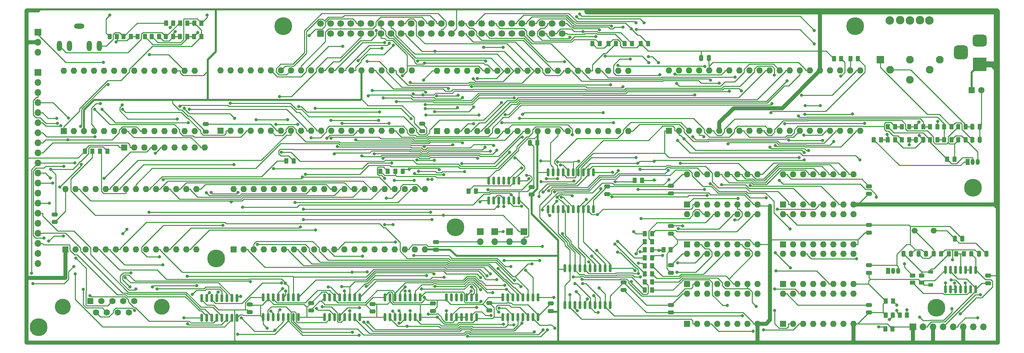
<source format=gbr>
%TF.GenerationSoftware,KiCad,Pcbnew,(6.0.0)*%
%TF.CreationDate,2022-12-03T19:26:29+00:00*%
%TF.ProjectId,CPC464-2MINI,43504334-3634-42d3-924d-494e492e6b69,rev?*%
%TF.SameCoordinates,Original*%
%TF.FileFunction,Copper,L1,Top*%
%TF.FilePolarity,Positive*%
%FSLAX46Y46*%
G04 Gerber Fmt 4.6, Leading zero omitted, Abs format (unit mm)*
G04 Created by KiCad (PCBNEW (6.0.0)) date 2022-12-03 19:26:29*
%MOMM*%
%LPD*%
G01*
G04 APERTURE LIST*
G04 Aperture macros list*
%AMRoundRect*
0 Rectangle with rounded corners*
0 $1 Rounding radius*
0 $2 $3 $4 $5 $6 $7 $8 $9 X,Y pos of 4 corners*
0 Add a 4 corners polygon primitive as box body*
4,1,4,$2,$3,$4,$5,$6,$7,$8,$9,$2,$3,0*
0 Add four circle primitives for the rounded corners*
1,1,$1+$1,$2,$3*
1,1,$1+$1,$4,$5*
1,1,$1+$1,$6,$7*
1,1,$1+$1,$8,$9*
0 Add four rect primitives between the rounded corners*
20,1,$1+$1,$2,$3,$4,$5,0*
20,1,$1+$1,$4,$5,$6,$7,0*
20,1,$1+$1,$6,$7,$8,$9,0*
20,1,$1+$1,$8,$9,$2,$3,0*%
G04 Aperture macros list end*
%TA.AperFunction,SMDPad,CuDef*%
%ADD10RoundRect,0.250000X0.262500X0.450000X-0.262500X0.450000X-0.262500X-0.450000X0.262500X-0.450000X0*%
%TD*%
%TA.AperFunction,SMDPad,CuDef*%
%ADD11RoundRect,0.250000X-0.262500X-0.450000X0.262500X-0.450000X0.262500X0.450000X-0.262500X0.450000X0*%
%TD*%
%TA.AperFunction,SMDPad,CuDef*%
%ADD12RoundRect,0.150000X0.150000X-0.825000X0.150000X0.825000X-0.150000X0.825000X-0.150000X-0.825000X0*%
%TD*%
%TA.AperFunction,SMDPad,CuDef*%
%ADD13RoundRect,0.250000X0.475000X-0.250000X0.475000X0.250000X-0.475000X0.250000X-0.475000X-0.250000X0*%
%TD*%
%TA.AperFunction,ComponentPad*%
%ADD14R,1.050000X1.500000*%
%TD*%
%TA.AperFunction,ComponentPad*%
%ADD15O,1.050000X1.500000*%
%TD*%
%TA.AperFunction,ComponentPad*%
%ADD16R,1.600000X1.600000*%
%TD*%
%TA.AperFunction,ComponentPad*%
%ADD17O,1.600000X1.600000*%
%TD*%
%TA.AperFunction,ComponentPad*%
%ADD18C,4.500000*%
%TD*%
%TA.AperFunction,SMDPad,CuDef*%
%ADD19RoundRect,0.250000X-0.450000X0.262500X-0.450000X-0.262500X0.450000X-0.262500X0.450000X0.262500X0*%
%TD*%
%TA.AperFunction,ComponentPad*%
%ADD20R,1.700000X1.700000*%
%TD*%
%TA.AperFunction,ComponentPad*%
%ADD21O,1.700000X1.700000*%
%TD*%
%TA.AperFunction,ComponentPad*%
%ADD22C,4.000000*%
%TD*%
%TA.AperFunction,ComponentPad*%
%ADD23C,1.600000*%
%TD*%
%TA.AperFunction,SMDPad,CuDef*%
%ADD24RoundRect,0.250000X-0.250000X-0.475000X0.250000X-0.475000X0.250000X0.475000X-0.250000X0.475000X0*%
%TD*%
%TA.AperFunction,ComponentPad*%
%ADD25O,2.616000X1.308000*%
%TD*%
%TA.AperFunction,ComponentPad*%
%ADD26O,1.308000X2.616000*%
%TD*%
%TA.AperFunction,ComponentPad*%
%ADD27R,1.950000X1.950000*%
%TD*%
%TA.AperFunction,ComponentPad*%
%ADD28C,1.950000*%
%TD*%
%TA.AperFunction,ComponentPad*%
%ADD29C,2.150000*%
%TD*%
%TA.AperFunction,SMDPad,CuDef*%
%ADD30RoundRect,0.150000X0.150000X-0.875000X0.150000X0.875000X-0.150000X0.875000X-0.150000X-0.875000X0*%
%TD*%
%TA.AperFunction,ComponentPad*%
%ADD31C,1.500000*%
%TD*%
%TA.AperFunction,ComponentPad*%
%ADD32RoundRect,0.250000X0.600000X-0.600000X0.600000X0.600000X-0.600000X0.600000X-0.600000X-0.600000X0*%
%TD*%
%TA.AperFunction,ComponentPad*%
%ADD33C,1.700000*%
%TD*%
%TA.AperFunction,SMDPad,CuDef*%
%ADD34RoundRect,0.250000X0.250000X0.475000X-0.250000X0.475000X-0.250000X-0.475000X0.250000X-0.475000X0*%
%TD*%
%TA.AperFunction,SMDPad,CuDef*%
%ADD35RoundRect,0.250000X0.450000X-0.262500X0.450000X0.262500X-0.450000X0.262500X-0.450000X-0.262500X0*%
%TD*%
%TA.AperFunction,SMDPad,CuDef*%
%ADD36R,1.200000X0.900000*%
%TD*%
%TA.AperFunction,ComponentPad*%
%ADD37R,3.500000X3.500000*%
%TD*%
%TA.AperFunction,ComponentPad*%
%ADD38RoundRect,0.750000X-1.000000X0.750000X-1.000000X-0.750000X1.000000X-0.750000X1.000000X0.750000X0*%
%TD*%
%TA.AperFunction,ComponentPad*%
%ADD39RoundRect,0.875000X-0.875000X0.875000X-0.875000X-0.875000X0.875000X-0.875000X0.875000X0.875000X0*%
%TD*%
%TA.AperFunction,SMDPad,CuDef*%
%ADD40RoundRect,0.250000X-0.475000X0.250000X-0.475000X-0.250000X0.475000X-0.250000X0.475000X0.250000X0*%
%TD*%
%TA.AperFunction,ViaPad*%
%ADD41C,0.800000*%
%TD*%
%TA.AperFunction,Conductor*%
%ADD42C,0.250000*%
%TD*%
%TA.AperFunction,Conductor*%
%ADD43C,0.500000*%
%TD*%
%TA.AperFunction,Conductor*%
%ADD44C,1.000000*%
%TD*%
%TA.AperFunction,Conductor*%
%ADD45C,1.500000*%
%TD*%
G04 APERTURE END LIST*
D10*
%TO.P,R121,1*%
%TO.N,GND*%
X59102000Y-30988000D03*
%TO.P,R121,2*%
%TO.N,AYC*%
X57277000Y-30988000D03*
%TD*%
D11*
%TO.P,R133,1*%
%TO.N,B*%
X235815500Y-57150000D03*
%TO.P,R133,2*%
%TO.N,Net-(Q102-Pad3)*%
X237640500Y-57150000D03*
%TD*%
D12*
%TO.P,IC125,1*%
%TO.N,Net-(C130-Pad1)*%
X246761000Y-98233000D03*
%TO.P,IC125,2*%
%TO.N,Net-(C132-Pad2)*%
X248031000Y-98233000D03*
%TO.P,IC125,3*%
X249301000Y-98233000D03*
%TO.P,IC125,4*%
%TO.N,CK16*%
X250571000Y-98233000D03*
%TO.P,IC125,5*%
%TO.N,PHI*%
X251841000Y-98233000D03*
%TO.P,IC125,6*%
%TO.N,Net-(IC125-Pad6)*%
X253111000Y-98233000D03*
%TO.P,IC125,7,GND*%
%TO.N,GND*%
X254381000Y-98233000D03*
%TO.P,IC125,8*%
%TO.N,Net-(IC110-Pad1)*%
X254381000Y-93283000D03*
%TO.P,IC125,9*%
%TO.N,Net-(IC125-Pad10)*%
X253111000Y-93283000D03*
%TO.P,IC125,10*%
X251841000Y-93283000D03*
%TO.P,IC125,11*%
%TO.N,Net-(IC125-Pad11)*%
X250571000Y-93283000D03*
%TO.P,IC125,12*%
%TO.N,unconnected-(IC125-Pad12)*%
X249301000Y-93283000D03*
%TO.P,IC125,13*%
%TO.N,GND*%
X248031000Y-93283000D03*
%TO.P,IC125,14,VCC*%
%TO.N,+5V*%
X246761000Y-93283000D03*
%TD*%
D11*
%TO.P,R104,1*%
%TO.N,+5V*%
X231728000Y-101219000D03*
%TO.P,R104,2*%
%TO.N,EXP*%
X233553000Y-101219000D03*
%TD*%
D13*
%TO.P,C108,1*%
%TO.N,+5V*%
X227472000Y-83891000D03*
%TO.P,C108,2*%
%TO.N,GND*%
X227472000Y-81991000D03*
%TD*%
D14*
%TO.P,Q101,1,C*%
%TO.N,Net-(CP001-Pad8)*%
X232283000Y-93578000D03*
D15*
%TO.P,Q101,2,B*%
%TO.N,Net-(Q101-Pad2)*%
X233553000Y-93578000D03*
%TO.P,Q101,3,E*%
%TO.N,GND*%
X234823000Y-93578000D03*
%TD*%
D13*
%TO.P,C105,1*%
%TO.N,+5V*%
X177561000Y-73985000D03*
%TO.P,C105,2*%
%TO.N,GND*%
X177561000Y-72085000D03*
%TD*%
D16*
%TO.P,IC118,1,NC*%
%TO.N,MV*%
X181625000Y-86858000D03*
D17*
%TO.P,IC118,2,DIN*%
%TO.N,/CPU/D2*%
X184165000Y-86858000D03*
%TO.P,IC118,3,~{WRITE}*%
%TO.N,MWE*%
X186705000Y-86858000D03*
%TO.P,IC118,4,~{RAS}*%
%TO.N,RAS*%
X189245000Y-86858000D03*
%TO.P,IC118,5,A0*%
%TO.N,/Memory/XA0*%
X191785000Y-86858000D03*
%TO.P,IC118,6,A2*%
%TO.N,/Memory/XA2*%
X194325000Y-86858000D03*
%TO.P,IC118,7,A1*%
%TO.N,/Memory/XA1*%
X196865000Y-86858000D03*
%TO.P,IC118,8,VCC*%
%TO.N,+5V*%
X199405000Y-86858000D03*
%TO.P,IC118,9,A7*%
%TO.N,/Memory/XA7*%
X199405000Y-79238000D03*
%TO.P,IC118,10,A5*%
%TO.N,/Memory/XA5*%
X196865000Y-79238000D03*
%TO.P,IC118,11,A4*%
%TO.N,/Memory/XA4*%
X194325000Y-79238000D03*
%TO.P,IC118,12,A3*%
%TO.N,/Memory/XA3*%
X191785000Y-79238000D03*
%TO.P,IC118,13,A6*%
%TO.N,/Memory/XA6*%
X189245000Y-79238000D03*
%TO.P,IC118,14,DOUT*%
%TO.N,/Gate Arrays/GD2*%
X186705000Y-79238000D03*
%TO.P,IC118,15,~{CAS}*%
%TO.N,CAS*%
X184165000Y-79238000D03*
%TO.P,IC118,16,GND*%
%TO.N,GND*%
X181625000Y-79238000D03*
%TD*%
D18*
%TO.P,H4,1,1*%
%TO.N,GND*%
X244500400Y-102920800D03*
%TD*%
D11*
%TO.P,R105,1*%
%TO.N,+5V*%
X29718000Y-63308000D03*
%TO.P,R105,2*%
%TO.N,Net-(IC107-Pad22)*%
X31543000Y-63308000D03*
%TD*%
D13*
%TO.P,C110,1*%
%TO.N,+5V*%
X227472000Y-94051000D03*
%TO.P,C110,2*%
%TO.N,GND*%
X227472000Y-92151000D03*
%TD*%
D12*
%TO.P,IC113,1,Ea*%
%TO.N,GND*%
X135128000Y-105222000D03*
%TO.P,IC113,2,S1*%
%TO.N,CPU*%
X136398000Y-105222000D03*
%TO.P,IC113,3,I3a*%
%TO.N,/Multiplex/MA2*%
X137668000Y-105222000D03*
%TO.P,IC113,4,I2a*%
%TO.N,/Multiplex/MA9*%
X138938000Y-105222000D03*
%TO.P,IC113,5,I1a*%
%TO.N,/CPU/A3*%
X140208000Y-105222000D03*
%TO.P,IC113,6,I0a*%
%TO.N,/CPU/A10*%
X141478000Y-105222000D03*
%TO.P,IC113,7,Za*%
%TO.N,Net-(IC113-Pad7)*%
X142748000Y-105222000D03*
%TO.P,IC113,8,GND*%
%TO.N,GND*%
X144018000Y-105222000D03*
%TO.P,IC113,9,Zb*%
%TO.N,Net-(IC113-Pad9)*%
X144018000Y-100272000D03*
%TO.P,IC113,10,I0b*%
%TO.N,/CPU/A11*%
X142748000Y-100272000D03*
%TO.P,IC113,11,I1b*%
%TO.N,/CPU/A4*%
X141478000Y-100272000D03*
%TO.P,IC113,12,I2b*%
%TO.N,RA0*%
X140208000Y-100272000D03*
%TO.P,IC113,13,I3b*%
%TO.N,/Multiplex/MA3*%
X138938000Y-100272000D03*
%TO.P,IC113,14,S0*%
%TO.N,CASAD*%
X137668000Y-100272000D03*
%TO.P,IC113,15,Eb*%
%TO.N,GND*%
X136398000Y-100272000D03*
%TO.P,IC113,16,VCC*%
%TO.N,+5V*%
X135128000Y-100272000D03*
%TD*%
D19*
%TO.P,R155,1*%
%TO.N,A100*%
X238506000Y-94718500D03*
%TO.P,R155,2*%
%TO.N,Net-(IC125-Pad6)*%
X238506000Y-96543500D03*
%TD*%
D18*
%TO.P,H5,1,1*%
%TO.N,GND*%
X253746000Y-72593200D03*
%TD*%
D13*
%TO.P,C121,1*%
%TO.N,+5V*%
X131699000Y-103570000D03*
%TO.P,C121,2*%
%TO.N,GND*%
X131699000Y-101670000D03*
%TD*%
D11*
%TO.P,R141,1*%
%TO.N,Net-(IC116-Pad22)*%
X222838000Y-40005000D03*
%TO.P,R141,2*%
%TO.N,READY*%
X224663000Y-40005000D03*
%TD*%
%TO.P,R131,1*%
%TO.N,R*%
X246483500Y-60452000D03*
%TO.P,R131,2*%
%TO.N,Net-(Q102-Pad3)*%
X248308500Y-60452000D03*
%TD*%
D18*
%TO.P,H2,1,1*%
%TO.N,GND*%
X224028000Y-31750000D03*
%TD*%
D11*
%TO.P,R126,1*%
%TO.N,R*%
X246483500Y-57150000D03*
%TO.P,R126,2*%
%TO.N,Net-(C133-Pad1)*%
X248308500Y-57150000D03*
%TD*%
D12*
%TO.P,IC110,1*%
%TO.N,Net-(IC110-Pad1)*%
X120904000Y-105222000D03*
%TO.P,IC110,2*%
%TO.N,BUS*%
X122174000Y-105222000D03*
%TO.P,IC110,3*%
%TO.N,8255RESET*%
X123444000Y-105222000D03*
%TO.P,IC110,4*%
X124714000Y-105222000D03*
%TO.P,IC110,5*%
X125984000Y-105222000D03*
%TO.P,IC110,6*%
%TO.N,RESET*%
X127254000Y-105222000D03*
%TO.P,IC110,7,GND*%
%TO.N,GND*%
X128524000Y-105222000D03*
%TO.P,IC110,8*%
%TO.N,Net-(IC108-Pad23)*%
X128524000Y-100272000D03*
%TO.P,IC110,9*%
%TO.N,IOWR*%
X127254000Y-100272000D03*
%TO.P,IC110,10*%
%TO.N,IORD*%
X125984000Y-100272000D03*
%TO.P,IC110,11*%
%TO.N,unconnected-(IC110-Pad11)*%
X124714000Y-100272000D03*
%TO.P,IC110,12*%
%TO.N,unconnected-(IC110-Pad12)*%
X123444000Y-100272000D03*
%TO.P,IC110,13*%
%TO.N,unconnected-(IC110-Pad13)*%
X122174000Y-100272000D03*
%TO.P,IC110,14,VCC*%
%TO.N,+5V*%
X120904000Y-100272000D03*
%TD*%
D20*
%TO.P,CP001,1,Pin_1*%
%TO.N,+5V*%
X238571800Y-107696000D03*
D21*
%TO.P,CP001,2,Pin_2*%
%TO.N,GND*%
X241111800Y-107696000D03*
%TO.P,CP001,3,Pin_3*%
%TO.N,+5V*%
X243651800Y-107696000D03*
%TO.P,CP001,4,Pin_4*%
%TO.N,Net-(CP001-Pad4)*%
X246191800Y-107696000D03*
%TO.P,CP001,5,Pin_5*%
%TO.N,Net-(CP001-Pad5)*%
X248731800Y-107696000D03*
%TO.P,CP001,6,Pin_6*%
%TO.N,+5V*%
X251271800Y-107696000D03*
%TO.P,CP001,7,Pin_7*%
%TO.N,SOUND*%
X253811800Y-107696000D03*
%TO.P,CP001,8,Pin_8*%
%TO.N,Net-(CP001-Pad8)*%
X256351800Y-107696000D03*
%TD*%
D22*
%TO.P,J102,0,GND*%
%TO.N,GND*%
X49116800Y-102649300D03*
X24116800Y-102649300D03*
D16*
%TO.P,J102,1,Pin_1*%
%TO.N,/Sound & Keyboard/AYIO0*%
X31076800Y-101229300D03*
D23*
%TO.P,J102,2,Pin_2*%
%TO.N,/Sound & Keyboard/AYIO1*%
X33846800Y-101229300D03*
%TO.P,J102,3,Pin_3*%
%TO.N,/Sound & Keyboard/AYIO2*%
X36616800Y-101229300D03*
%TO.P,J102,4,Pin_4*%
%TO.N,/Sound & Keyboard/AYIO3*%
X39386800Y-101229300D03*
%TO.P,J102,5,Pin_5*%
%TO.N,/Sound & Keyboard/AYIO6*%
X42156800Y-101229300D03*
%TO.P,J102,6,Pin_6*%
%TO.N,/Sound & Keyboard/AYIO4*%
X32461800Y-104069300D03*
%TO.P,J102,7,Pin_7*%
%TO.N,/Sound & Keyboard/AYIO5*%
X35231800Y-104069300D03*
%TO.P,J102,8,Pin_8*%
%TO.N,Net-(CP002-Pad2)*%
X38001800Y-104069300D03*
%TO.P,J102,9,Pin_9*%
%TO.N,/Sound & Keyboard/AYIO7*%
X40771800Y-104069300D03*
%TD*%
D14*
%TO.P,Q102,1,E*%
%TO.N,Net-(Q102-Pad1)*%
X252349000Y-66019000D03*
D15*
%TO.P,Q102,2,C*%
%TO.N,+5V*%
X253619000Y-66019000D03*
%TO.P,Q102,3,B*%
%TO.N,Net-(Q102-Pad3)*%
X254889000Y-66019000D03*
%TD*%
D24*
%TO.P,C134,1*%
%TO.N,Net-(C134-Pad1)*%
X253558000Y-57150000D03*
%TO.P,C134,2*%
%TO.N,GND*%
X255458000Y-57150000D03*
%TD*%
D20*
%TO.P,LK1,1,Pin_1*%
%TO.N,Net-(IC107-Pad19)*%
X129413000Y-83628000D03*
D21*
%TO.P,LK1,2,Pin_2*%
%TO.N,GND*%
X129413000Y-86168000D03*
%TD*%
D11*
%TO.P,R103,1*%
%TO.N,+5V*%
X104243500Y-68388000D03*
%TO.P,R103,2*%
%TO.N,PL2_21*%
X106068500Y-68388000D03*
%TD*%
D24*
%TO.P,C131,1*%
%TO.N,Net-(C131-Pad1)*%
X249113000Y-85471000D03*
%TO.P,C131,2*%
%TO.N,GND*%
X251013000Y-85471000D03*
%TD*%
D11*
%TO.P,R118,1*%
%TO.N,Net-(J103-Pad2)*%
X50141500Y-34417000D03*
%TO.P,R118,2*%
%TO.N,AYA*%
X51966500Y-34417000D03*
%TD*%
D13*
%TO.P,C106,1*%
%TO.N,+5V*%
X227472000Y-74112000D03*
%TO.P,C106,2*%
%TO.N,GND*%
X227472000Y-72212000D03*
%TD*%
D11*
%TO.P,R120,1*%
%TO.N,Net-(J103-Pad3)*%
X39473500Y-34417000D03*
%TO.P,R120,2*%
%TO.N,AYB*%
X41298500Y-34417000D03*
%TD*%
D16*
%TO.P,IC121,1,NC*%
%TO.N,MV*%
X205770000Y-76835000D03*
D17*
%TO.P,IC121,2,DIN*%
%TO.N,/CPU/D4*%
X208310000Y-76835000D03*
%TO.P,IC121,3,~{WRITE}*%
%TO.N,MWE*%
X210850000Y-76835000D03*
%TO.P,IC121,4,~{RAS}*%
%TO.N,RAS*%
X213390000Y-76835000D03*
%TO.P,IC121,5,A0*%
%TO.N,/Memory/XA0*%
X215930000Y-76835000D03*
%TO.P,IC121,6,A2*%
%TO.N,/Memory/XA2*%
X218470000Y-76835000D03*
%TO.P,IC121,7,A1*%
%TO.N,/Memory/XA1*%
X221010000Y-76835000D03*
%TO.P,IC121,8,VCC*%
%TO.N,+5V*%
X223550000Y-76835000D03*
%TO.P,IC121,9,A7*%
%TO.N,/Memory/XA7*%
X223550000Y-69215000D03*
%TO.P,IC121,10,A5*%
%TO.N,/Memory/XA5*%
X221010000Y-69215000D03*
%TO.P,IC121,11,A4*%
%TO.N,/Memory/XA4*%
X218470000Y-69215000D03*
%TO.P,IC121,12,A3*%
%TO.N,/Memory/XA3*%
X215930000Y-69215000D03*
%TO.P,IC121,13,A6*%
%TO.N,/Memory/XA6*%
X213390000Y-69215000D03*
%TO.P,IC121,14,DOUT*%
%TO.N,/Gate Arrays/GD4*%
X210850000Y-69215000D03*
%TO.P,IC121,15,~{CAS}*%
%TO.N,CAS*%
X208310000Y-69215000D03*
%TO.P,IC121,16,GND*%
%TO.N,GND*%
X205770000Y-69215000D03*
%TD*%
D25*
%TO.P,J103,1,1*%
%TO.N,GND*%
X28295600Y-31800800D03*
D26*
%TO.P,J103,2,2*%
%TO.N,Net-(J103-Pad2)*%
X23295600Y-36800800D03*
%TO.P,J103,3,Ground*%
%TO.N,Net-(J103-Pad3)*%
X33295600Y-36800800D03*
%TO.P,J103,10,10*%
%TO.N,unconnected-(J103-Pad10)*%
X25795600Y-36800800D03*
%TO.P,J103,11,11*%
%TO.N,unconnected-(J103-Pad11)*%
X30795600Y-36800800D03*
%TD*%
D11*
%TO.P,R150,1*%
%TO.N,Net-(IC109-Pad7)*%
X170942000Y-84201000D03*
%TO.P,R150,2*%
%TO.N,/Memory/XA7*%
X172767000Y-84201000D03*
%TD*%
D13*
%TO.P,C117,1*%
%TO.N,+5V*%
X147193000Y-103697000D03*
%TO.P,C117,2*%
%TO.N,GND*%
X147193000Y-101797000D03*
%TD*%
D11*
%TO.P,R111,1*%
%TO.N,Net-(C102-Pad1)*%
X247626500Y-89281000D03*
%TO.P,R111,2*%
%TO.N,Net-(IC125-Pad11)*%
X249451500Y-89281000D03*
%TD*%
%TO.P,R136,1*%
%TO.N,Net-(J101-Pad6)*%
X232259500Y-60452000D03*
%TO.P,R136,2*%
%TO.N,GND*%
X234084500Y-60452000D03*
%TD*%
%TO.P,R147,1*%
%TO.N,Net-(IC104-Pad9)*%
X170942000Y-90297000D03*
%TO.P,R147,2*%
%TO.N,/Memory/XA4*%
X172767000Y-90297000D03*
%TD*%
%TO.P,R153,1*%
%TO.N,Net-(IC113-Pad9)*%
X170942000Y-94361000D03*
%TO.P,R153,2*%
%TO.N,/Memory/XA2*%
X172767000Y-94361000D03*
%TD*%
D13*
%TO.P,C127,1*%
%TO.N,+5V*%
X86741000Y-103570000D03*
%TO.P,C127,2*%
%TO.N,GND*%
X86741000Y-101670000D03*
%TD*%
D16*
%TO.P,IC119,1,NC*%
%TO.N,MV*%
X181625000Y-96901000D03*
D17*
%TO.P,IC119,2,DIN*%
%TO.N,/CPU/D1*%
X184165000Y-96901000D03*
%TO.P,IC119,3,~{WRITE}*%
%TO.N,MWE*%
X186705000Y-96901000D03*
%TO.P,IC119,4,~{RAS}*%
%TO.N,RAS*%
X189245000Y-96901000D03*
%TO.P,IC119,5,A0*%
%TO.N,/Memory/XA0*%
X191785000Y-96901000D03*
%TO.P,IC119,6,A2*%
%TO.N,/Memory/XA2*%
X194325000Y-96901000D03*
%TO.P,IC119,7,A1*%
%TO.N,/Memory/XA1*%
X196865000Y-96901000D03*
%TO.P,IC119,8,VCC*%
%TO.N,+5V*%
X199405000Y-96901000D03*
%TO.P,IC119,9,A7*%
%TO.N,/Memory/XA7*%
X199405000Y-89281000D03*
%TO.P,IC119,10,A5*%
%TO.N,/Memory/XA5*%
X196865000Y-89281000D03*
%TO.P,IC119,11,A4*%
%TO.N,/Memory/XA4*%
X194325000Y-89281000D03*
%TO.P,IC119,12,A3*%
%TO.N,/Memory/XA3*%
X191785000Y-89281000D03*
%TO.P,IC119,13,A6*%
%TO.N,/Memory/XA6*%
X189245000Y-89281000D03*
%TO.P,IC119,14,DOUT*%
%TO.N,/Gate Arrays/GD1*%
X186705000Y-89281000D03*
%TO.P,IC119,15,~{CAS}*%
%TO.N,CAS*%
X184165000Y-89281000D03*
%TO.P,IC119,16,GND*%
%TO.N,GND*%
X181625000Y-89281000D03*
%TD*%
D11*
%TO.P,R115,1*%
%TO.N,AYA*%
X53697500Y-34417000D03*
%TO.P,R115,2*%
%TO.N,SOUND*%
X55522500Y-34417000D03*
%TD*%
D13*
%TO.P,C116,1*%
%TO.N,+5V*%
X142367000Y-74291000D03*
%TO.P,C116,2*%
%TO.N,GND*%
X142367000Y-72391000D03*
%TD*%
D11*
%TO.P,R143,1*%
%TO.N,Net-(C130-Pad1)*%
X243816500Y-89281000D03*
%TO.P,R143,2*%
%TO.N,Net-(C132-Pad2)*%
X245641500Y-89281000D03*
%TD*%
%TO.P,R130,1*%
%TO.N,B*%
X235815500Y-60452000D03*
%TO.P,R130,2*%
%TO.N,Net-(C135-Pad1)*%
X237640500Y-60452000D03*
%TD*%
D24*
%TO.P,C135,1*%
%TO.N,Net-(C135-Pad1)*%
X239311000Y-60452000D03*
%TO.P,C135,2*%
%TO.N,GND*%
X241211000Y-60452000D03*
%TD*%
D11*
%TO.P,R122,1*%
%TO.N,GND*%
X46585500Y-34417000D03*
%TO.P,R122,2*%
%TO.N,AYA*%
X48410500Y-34417000D03*
%TD*%
%TO.P,R137,1*%
%TO.N,SYNC*%
X242927500Y-57150000D03*
%TO.P,R137,2*%
%TO.N,Net-(J101-Pad4)*%
X244752500Y-57150000D03*
%TD*%
%TO.P,R128,1*%
%TO.N,G*%
X250039500Y-57150000D03*
%TO.P,R128,2*%
%TO.N,Net-(C134-Pad1)*%
X251864500Y-57150000D03*
%TD*%
D24*
%TO.P,C133,1*%
%TO.N,Net-(C133-Pad1)*%
X253558000Y-60452000D03*
%TO.P,C133,2*%
%TO.N,GND*%
X255458000Y-60452000D03*
%TD*%
D11*
%TO.P,R142,1*%
%TO.N,GND*%
X165838500Y-36195000D03*
%TO.P,R142,2*%
%TO.N,LPEN*%
X167663500Y-36195000D03*
%TD*%
D20*
%TO.P,LK3,1,Pin_1*%
%TO.N,Net-(IC107-Pad21)*%
X136779000Y-83628000D03*
D21*
%TO.P,LK3,2,Pin_2*%
%TO.N,GND*%
X136779000Y-86168000D03*
%TD*%
D16*
%TO.P,IC117,1,NC*%
%TO.N,MV*%
X181625000Y-76835000D03*
D17*
%TO.P,IC117,2,DIN*%
%TO.N,/CPU/D3*%
X184165000Y-76835000D03*
%TO.P,IC117,3,~{WRITE}*%
%TO.N,MWE*%
X186705000Y-76835000D03*
%TO.P,IC117,4,~{RAS}*%
%TO.N,RAS*%
X189245000Y-76835000D03*
%TO.P,IC117,5,A0*%
%TO.N,/Memory/XA0*%
X191785000Y-76835000D03*
%TO.P,IC117,6,A2*%
%TO.N,/Memory/XA2*%
X194325000Y-76835000D03*
%TO.P,IC117,7,A1*%
%TO.N,/Memory/XA1*%
X196865000Y-76835000D03*
%TO.P,IC117,8,VCC*%
%TO.N,+5V*%
X199405000Y-76835000D03*
%TO.P,IC117,9,A7*%
%TO.N,/Memory/XA7*%
X199405000Y-69215000D03*
%TO.P,IC117,10,A5*%
%TO.N,/Memory/XA5*%
X196865000Y-69215000D03*
%TO.P,IC117,11,A4*%
%TO.N,/Memory/XA4*%
X194325000Y-69215000D03*
%TO.P,IC117,12,A3*%
%TO.N,/Memory/XA3*%
X191785000Y-69215000D03*
%TO.P,IC117,13,A6*%
%TO.N,/Memory/XA6*%
X189245000Y-69215000D03*
%TO.P,IC117,14,DOUT*%
%TO.N,/Gate Arrays/GD3*%
X186705000Y-69215000D03*
%TO.P,IC117,15,~{CAS}*%
%TO.N,CAS*%
X184165000Y-69215000D03*
%TO.P,IC117,16,GND*%
%TO.N,GND*%
X181625000Y-69215000D03*
%TD*%
D20*
%TO.P,J105,1,Pin_1*%
%TO.N,RESET*%
X17830800Y-33324800D03*
D21*
%TO.P,J105,2,Pin_2*%
%TO.N,+5V*%
X17830800Y-35864800D03*
%TO.P,J105,3,Pin_3*%
%TO.N,GND*%
X17830800Y-38404800D03*
%TD*%
D27*
%TO.P,J101,1,Pin_1*%
%TO.N,Net-(C133-Pad1)*%
X230327500Y-40273200D03*
D28*
%TO.P,J101,2,Pin_2*%
%TO.N,Net-(C134-Pad1)*%
X232827500Y-42773200D03*
%TO.P,J101,3,Pin_3*%
%TO.N,Net-(C135-Pad1)*%
X237827500Y-40273200D03*
%TO.P,J101,4,Pin_4*%
%TO.N,Net-(J101-Pad4)*%
X242827500Y-42773200D03*
%TO.P,J101,5,Pin_5*%
%TO.N,GND*%
X245327500Y-40273200D03*
%TO.P,J101,6,Pin_6*%
%TO.N,Net-(J101-Pad6)*%
X237827500Y-45273200D03*
D29*
%TO.P,J101,S,Shield*%
%TO.N,GND*%
X237827500Y-30320200D03*
X240327500Y-30273200D03*
X235327500Y-30273200D03*
X232747500Y-30320200D03*
X242747500Y-30320200D03*
%TD*%
D16*
%TO.P,IC111,1,A11*%
%TO.N,/CPU/A11*%
X118472500Y-58298000D03*
D17*
%TO.P,IC111,2,A12*%
%TO.N,/CPU/A12*%
X121012500Y-58298000D03*
%TO.P,IC111,3,A13*%
%TO.N,/CPU/A13*%
X123552500Y-58298000D03*
%TO.P,IC111,4,A14*%
%TO.N,/CPU/A14*%
X126092500Y-58298000D03*
%TO.P,IC111,5,A15*%
%TO.N,/CPU/A15*%
X128632500Y-58298000D03*
%TO.P,IC111,6,~{CLK}*%
%TO.N,A100*%
X131172500Y-58298000D03*
%TO.P,IC111,7,D4*%
%TO.N,/CPU/D4*%
X133712500Y-58298000D03*
%TO.P,IC111,8,D3*%
%TO.N,/CPU/D3*%
X136252500Y-58298000D03*
%TO.P,IC111,9,D5*%
%TO.N,/CPU/D5*%
X138792500Y-58298000D03*
%TO.P,IC111,10,D6*%
%TO.N,/CPU/D6*%
X141332500Y-58298000D03*
%TO.P,IC111,11,VCC*%
%TO.N,+5V*%
X143872500Y-58298000D03*
%TO.P,IC111,12,D2*%
%TO.N,/CPU/D2*%
X146412500Y-58298000D03*
%TO.P,IC111,13,D7*%
%TO.N,/CPU/D7*%
X148952500Y-58298000D03*
%TO.P,IC111,14,D0*%
%TO.N,/CPU/D0*%
X151492500Y-58298000D03*
%TO.P,IC111,15,D1*%
%TO.N,/CPU/D1*%
X154032500Y-58298000D03*
%TO.P,IC111,16,~{INT}*%
%TO.N,INT*%
X156572500Y-58298000D03*
%TO.P,IC111,17,~{NMI}*%
%TO.N,NMI*%
X159112500Y-58298000D03*
%TO.P,IC111,18,~{HALT}*%
%TO.N,HALT*%
X161652500Y-58298000D03*
%TO.P,IC111,19,~{MREQ}*%
%TO.N,MREQ*%
X164192500Y-58298000D03*
%TO.P,IC111,20,~{IORQ}*%
%TO.N,IORQ*%
X166732500Y-58298000D03*
%TO.P,IC111,21,~{RD}*%
%TO.N,RD*%
X166732500Y-43058000D03*
%TO.P,IC111,22,~{WR}*%
%TO.N,WR*%
X164192500Y-43058000D03*
%TO.P,IC111,23,~{BUSACK}*%
%TO.N,BUSAK*%
X161652500Y-43058000D03*
%TO.P,IC111,24,~{WAIT}*%
%TO.N,READY*%
X159112500Y-43058000D03*
%TO.P,IC111,25,~{BUSRQ}*%
%TO.N,BUSRQ*%
X156572500Y-43058000D03*
%TO.P,IC111,26,~{RESET}*%
%TO.N,RESET*%
X154032500Y-43058000D03*
%TO.P,IC111,27,~{M1}*%
%TO.N,M1*%
X151492500Y-43058000D03*
%TO.P,IC111,28,~{RFSH}*%
%TO.N,RFSH*%
X148952500Y-43058000D03*
%TO.P,IC111,29,GND*%
%TO.N,GND*%
X146412500Y-43058000D03*
%TO.P,IC111,30,A0*%
%TO.N,/CPU/A0*%
X143872500Y-43058000D03*
%TO.P,IC111,31,A1*%
%TO.N,/CPU/A1*%
X141332500Y-43058000D03*
%TO.P,IC111,32,A2*%
%TO.N,/CPU/A2*%
X138792500Y-43058000D03*
%TO.P,IC111,33,A3*%
%TO.N,/CPU/A3*%
X136252500Y-43058000D03*
%TO.P,IC111,34,A4*%
%TO.N,/CPU/A4*%
X133712500Y-43058000D03*
%TO.P,IC111,35,A5*%
%TO.N,/CPU/A5*%
X131172500Y-43058000D03*
%TO.P,IC111,36,A6*%
%TO.N,/CPU/A6*%
X128632500Y-43058000D03*
%TO.P,IC111,37,A7*%
%TO.N,/CPU/A7*%
X126092500Y-43058000D03*
%TO.P,IC111,38,A8*%
%TO.N,/CPU/A8*%
X123552500Y-43058000D03*
%TO.P,IC111,39,A9*%
%TO.N,/CPU/A9*%
X121012500Y-43058000D03*
%TO.P,IC111,40,A10*%
%TO.N,/CPU/A10*%
X118472500Y-43058000D03*
%TD*%
D30*
%TO.P,IC115,1,OEa*%
%TO.N,244EN*%
X150749000Y-102186000D03*
%TO.P,IC115,2,I0a*%
%TO.N,/CPU/D0*%
X152019000Y-102186000D03*
%TO.P,IC115,3,O3b*%
%TO.N,/Gate Arrays/GD4*%
X153289000Y-102186000D03*
%TO.P,IC115,4,I1a*%
%TO.N,/CPU/D1*%
X154559000Y-102186000D03*
%TO.P,IC115,5,O2b*%
%TO.N,/Gate Arrays/GD5*%
X155829000Y-102186000D03*
%TO.P,IC115,6,I2a*%
%TO.N,/CPU/D2*%
X157099000Y-102186000D03*
%TO.P,IC115,7,O1b*%
%TO.N,/Gate Arrays/GD6*%
X158369000Y-102186000D03*
%TO.P,IC115,8,I3a*%
%TO.N,/CPU/D3*%
X159639000Y-102186000D03*
%TO.P,IC115,9,O0b*%
%TO.N,/Gate Arrays/GD7*%
X160909000Y-102186000D03*
%TO.P,IC115,10,GND*%
%TO.N,GND*%
X162179000Y-102186000D03*
%TO.P,IC115,11,I0b*%
%TO.N,/CPU/D7*%
X162179000Y-92886000D03*
%TO.P,IC115,12,O3a*%
%TO.N,/Gate Arrays/GD3*%
X160909000Y-92886000D03*
%TO.P,IC115,13,I1b*%
%TO.N,/CPU/D6*%
X159639000Y-92886000D03*
%TO.P,IC115,14,O2a*%
%TO.N,/Gate Arrays/GD2*%
X158369000Y-92886000D03*
%TO.P,IC115,15,I2b*%
%TO.N,/CPU/D5*%
X157099000Y-92886000D03*
%TO.P,IC115,16,O1a*%
%TO.N,/Gate Arrays/GD1*%
X155829000Y-92886000D03*
%TO.P,IC115,17,I3b*%
%TO.N,/CPU/D4*%
X154559000Y-92886000D03*
%TO.P,IC115,18,O0a*%
%TO.N,/Gate Arrays/GD0*%
X153289000Y-92886000D03*
%TO.P,IC115,19,OEb*%
%TO.N,244EN*%
X152019000Y-92886000D03*
%TO.P,IC115,20,VCC*%
%TO.N,+5V*%
X150749000Y-92886000D03*
%TD*%
D31*
%TO.P,X101,1,1*%
%TO.N,Net-(C130-Pad1)*%
X238977000Y-83439000D03*
%TO.P,X101,2,2*%
%TO.N,Net-(C131-Pad1)*%
X243857000Y-83439000D03*
%TD*%
D13*
%TO.P,C122,1*%
%TO.N,+5V*%
X117475000Y-103697000D03*
%TO.P,C122,2*%
%TO.N,GND*%
X117475000Y-101797000D03*
%TD*%
D11*
%TO.P,R119,1*%
%TO.N,Net-(J103-Pad3)*%
X50165000Y-30988000D03*
%TO.P,R119,2*%
%TO.N,AYA*%
X51990000Y-30988000D03*
%TD*%
%TO.P,R135,1*%
%TO.N,Net-(Q102-Pad3)*%
X239371500Y-57150000D03*
%TO.P,R135,2*%
%TO.N,SYNC*%
X241196500Y-57150000D03*
%TD*%
D32*
%TO.P,PL1,1,Pin_1*%
%TO.N,SOUND*%
X89159000Y-33660000D03*
D33*
%TO.P,PL1,2,Pin_2*%
%TO.N,GND*%
X89159000Y-31120000D03*
%TO.P,PL1,3,Pin_3*%
%TO.N,/CPU/A15*%
X91699000Y-33660000D03*
%TO.P,PL1,4,Pin_4*%
%TO.N,/CPU/A14*%
X91699000Y-31120000D03*
%TO.P,PL1,5,Pin_5*%
%TO.N,/CPU/A13*%
X94239000Y-33660000D03*
%TO.P,PL1,6,Pin_6*%
%TO.N,/CPU/A12*%
X94239000Y-31120000D03*
%TO.P,PL1,7,Pin_7*%
%TO.N,/CPU/A11*%
X96779000Y-33660000D03*
%TO.P,PL1,8,Pin_8*%
%TO.N,/CPU/A10*%
X96779000Y-31120000D03*
%TO.P,PL1,9,Pin_9*%
%TO.N,/CPU/A9*%
X99319000Y-33660000D03*
%TO.P,PL1,10,Pin_10*%
%TO.N,/CPU/A8*%
X99319000Y-31120000D03*
%TO.P,PL1,11,Pin_11*%
%TO.N,/CPU/A7*%
X101859000Y-33660000D03*
%TO.P,PL1,12,Pin_12*%
%TO.N,/CPU/A6*%
X101859000Y-31120000D03*
%TO.P,PL1,13,Pin_13*%
%TO.N,/CPU/A5*%
X104399000Y-33660000D03*
%TO.P,PL1,14,Pin_14*%
%TO.N,/CPU/A4*%
X104399000Y-31120000D03*
%TO.P,PL1,15,Pin_15*%
%TO.N,/CPU/A3*%
X106939000Y-33660000D03*
%TO.P,PL1,16,Pin_16*%
%TO.N,/CPU/A2*%
X106939000Y-31120000D03*
%TO.P,PL1,17,Pin_17*%
%TO.N,/CPU/A1*%
X109479000Y-33660000D03*
%TO.P,PL1,18,Pin_18*%
%TO.N,/CPU/A0*%
X109479000Y-31120000D03*
%TO.P,PL1,19,Pin_19*%
%TO.N,/CPU/D7*%
X112019000Y-33660000D03*
%TO.P,PL1,20,Pin_20*%
%TO.N,/CPU/D6*%
X112019000Y-31120000D03*
%TO.P,PL1,21,Pin_21*%
%TO.N,/CPU/D5*%
X114559000Y-33660000D03*
%TO.P,PL1,22,Pin_22*%
%TO.N,/CPU/D4*%
X114559000Y-31120000D03*
%TO.P,PL1,23,Pin_23*%
%TO.N,/CPU/D3*%
X117099000Y-33660000D03*
%TO.P,PL1,24,Pin_24*%
%TO.N,/CPU/D2*%
X117099000Y-31120000D03*
%TO.P,PL1,25,Pin_25*%
%TO.N,/CPU/D1*%
X119639000Y-33660000D03*
%TO.P,PL1,26,Pin_26*%
%TO.N,/CPU/D0*%
X119639000Y-31120000D03*
%TO.P,PL1,27,Pin_27*%
%TO.N,+5V*%
X122179000Y-33660000D03*
%TO.P,PL1,28,Pin_28*%
%TO.N,MREQ*%
X122179000Y-31120000D03*
%TO.P,PL1,29,Pin_29*%
%TO.N,M1*%
X124719000Y-33660000D03*
%TO.P,PL1,30,Pin_30*%
%TO.N,RFSH*%
X124719000Y-31120000D03*
%TO.P,PL1,31,Pin_31*%
%TO.N,IORQ*%
X127259000Y-33660000D03*
%TO.P,PL1,32,Pin_32*%
%TO.N,RD*%
X127259000Y-31120000D03*
%TO.P,PL1,33,Pin_33*%
%TO.N,WR*%
X129799000Y-33660000D03*
%TO.P,PL1,34,Pin_34*%
%TO.N,HALT*%
X129799000Y-31120000D03*
%TO.P,PL1,35,Pin_35*%
%TO.N,INT*%
X132339000Y-33660000D03*
%TO.P,PL1,36,Pin_36*%
%TO.N,NMI*%
X132339000Y-31120000D03*
%TO.P,PL1,37,Pin_37*%
%TO.N,BUSRQ*%
X134879000Y-33660000D03*
%TO.P,PL1,38,Pin_38*%
%TO.N,BUSAK*%
X134879000Y-31120000D03*
%TO.P,PL1,39,Pin_39*%
%TO.N,READY*%
X137419000Y-33660000D03*
%TO.P,PL1,40,Pin_40*%
%TO.N,BUS*%
X137419000Y-31120000D03*
%TO.P,PL1,41,Pin_41*%
%TO.N,RESET*%
X139959000Y-33660000D03*
%TO.P,PL1,42,Pin_42*%
%TO.N,ROMEN*%
X139959000Y-31120000D03*
%TO.P,PL1,43,Pin_43*%
%TO.N,ROMDIS*%
X142499000Y-33660000D03*
%TO.P,PL1,44,Pin_44*%
%TO.N,RAMRD*%
X142499000Y-31120000D03*
%TO.P,PL1,45,Pin_45*%
%TO.N,RAMDIS*%
X145039000Y-33660000D03*
%TO.P,PL1,46,Pin_46*%
%TO.N,CURSOR*%
X145039000Y-31120000D03*
%TO.P,PL1,47,Pin_47*%
%TO.N,LPEN*%
X147579000Y-33660000D03*
%TO.P,PL1,48,Pin_48*%
%TO.N,EXP*%
X147579000Y-31120000D03*
%TO.P,PL1,49,Pin_49*%
%TO.N,GND*%
X150119000Y-33660000D03*
%TO.P,PL1,50,Pin_50*%
%TO.N,A100*%
X150119000Y-31120000D03*
%TD*%
D34*
%TO.P,C132,1*%
%TO.N,Net-(C131-Pad1)*%
X257109000Y-89281000D03*
%TO.P,C132,2*%
%TO.N,Net-(C132-Pad2)*%
X255209000Y-89281000D03*
%TD*%
D18*
%TO.P,H3,1,1*%
%TO.N,GND*%
X18034000Y-107797600D03*
%TD*%
D11*
%TO.P,R146,1*%
%TO.N,Net-(IC104-Pad7)*%
X170942000Y-88265000D03*
%TO.P,R146,2*%
%TO.N,/Memory/XA5*%
X172767000Y-88265000D03*
%TD*%
%TO.P,R108,1*%
%TO.N,+5V*%
X108053500Y-68388000D03*
%TO.P,R108,2*%
%TO.N,Net-(IC107-Pad19)*%
X109878500Y-68388000D03*
%TD*%
%TO.P,R112,1*%
%TO.N,ROMDIS*%
X33504500Y-63308000D03*
%TO.P,R112,2*%
%TO.N,GND*%
X35329500Y-63308000D03*
%TD*%
D13*
%TO.P,C125,1*%
%TO.N,+5V*%
X22098000Y-81214000D03*
%TO.P,C125,2*%
%TO.N,GND*%
X22098000Y-79314000D03*
%TD*%
D12*
%TO.P,IC101,1,Q0*%
%TO.N,Net-(CP002-Pad19)*%
X59182000Y-105410000D03*
%TO.P,IC101,2,Q1*%
%TO.N,Net-(CP002-Pad18)*%
X60452000Y-105410000D03*
%TO.P,IC101,3,Q2*%
%TO.N,Net-(CP002-Pad17)*%
X61722000Y-105410000D03*
%TO.P,IC101,4,Q3*%
%TO.N,Net-(CP002-Pad16)*%
X62992000Y-105410000D03*
%TO.P,IC101,5,Q4*%
%TO.N,Net-(CP002-Pad15)*%
X64262000Y-105410000D03*
%TO.P,IC101,6,Q5*%
%TO.N,Net-(CP002-Pad14)*%
X65532000Y-105410000D03*
%TO.P,IC101,7,Q6*%
%TO.N,Net-(CP002-Pad13)*%
X66802000Y-105410000D03*
%TO.P,IC101,8,GND*%
%TO.N,GND*%
X68072000Y-105410000D03*
%TO.P,IC101,9,Q7*%
%TO.N,Net-(CP002-Pad12)*%
X68072000Y-100460000D03*
%TO.P,IC101,10,Q8*%
%TO.N,Net-(CP002-Pad11)*%
X66802000Y-100460000D03*
%TO.P,IC101,11,Q9*%
%TO.N,Net-(CP002-Pad2)*%
X65532000Y-100460000D03*
%TO.P,IC101,12,P3*%
%TO.N,/IO/KB3*%
X64262000Y-100460000D03*
%TO.P,IC101,13,P2*%
%TO.N,/IO/KB2*%
X62992000Y-100460000D03*
%TO.P,IC101,14,P1*%
%TO.N,/IO/KB1*%
X61722000Y-100460000D03*
%TO.P,IC101,15,P0*%
%TO.N,/IO/KB0*%
X60452000Y-100460000D03*
%TO.P,IC101,16,VCC*%
%TO.N,+5V*%
X59182000Y-100460000D03*
%TD*%
D11*
%TO.P,R149,1*%
%TO.N,Net-(IC105-Pad9)*%
X170942000Y-98425000D03*
%TO.P,R149,2*%
%TO.N,/Memory/XA0*%
X172767000Y-98425000D03*
%TD*%
D20*
%TO.P,CP002,1,Pin_1*%
%TO.N,/Sound & Keyboard/AYIO7*%
X17830800Y-43484800D03*
D21*
%TO.P,CP002,2,Pin_2*%
%TO.N,Net-(CP002-Pad2)*%
X17830800Y-46024800D03*
%TO.P,CP002,3,Pin_3*%
%TO.N,/Sound & Keyboard/AYIO0*%
X17830800Y-48564800D03*
%TO.P,CP002,4,Pin_4*%
%TO.N,/Sound & Keyboard/AYIO1*%
X17830800Y-51104800D03*
%TO.P,CP002,5,Pin_5*%
%TO.N,/Sound & Keyboard/AYIO2*%
X17830800Y-53644800D03*
%TO.P,CP002,6,Pin_6*%
%TO.N,/Sound & Keyboard/AYIO3*%
X17830800Y-56184800D03*
%TO.P,CP002,7,Pin_7*%
%TO.N,/Sound & Keyboard/AYIO4*%
X17830800Y-58724800D03*
%TO.P,CP002,8,Pin_8*%
%TO.N,/Sound & Keyboard/AYIO5*%
X17830800Y-61264800D03*
%TO.P,CP002,9,Pin_9*%
%TO.N,/Sound & Keyboard/AYIO6*%
X17830800Y-63804800D03*
%TO.P,CP002,10,Pin_10*%
%TO.N,/Sound & Keyboard/AYIO7*%
X17830800Y-66344800D03*
%TO.P,CP002,11,Pin_11*%
%TO.N,Net-(CP002-Pad11)*%
X17830800Y-68884800D03*
%TO.P,CP002,12,Pin_12*%
%TO.N,Net-(CP002-Pad12)*%
X17830800Y-71424800D03*
%TO.P,CP002,13,Pin_13*%
%TO.N,Net-(CP002-Pad13)*%
X17830800Y-73964800D03*
%TO.P,CP002,14,Pin_14*%
%TO.N,Net-(CP002-Pad14)*%
X17830800Y-76504800D03*
%TO.P,CP002,15,Pin_15*%
%TO.N,Net-(CP002-Pad15)*%
X17830800Y-79044800D03*
%TO.P,CP002,16,Pin_16*%
%TO.N,Net-(CP002-Pad16)*%
X17830800Y-81584800D03*
%TO.P,CP002,17,Pin_17*%
%TO.N,Net-(CP002-Pad17)*%
X17830800Y-84124800D03*
%TO.P,CP002,18,Pin_18*%
%TO.N,Net-(CP002-Pad18)*%
X17830800Y-86664800D03*
%TO.P,CP002,19,Pin_19*%
%TO.N,Net-(CP002-Pad19)*%
X17830800Y-89204800D03*
%TO.P,CP002,20,Pin_20*%
%TO.N,unconnected-(CP002-Pad20)*%
X17830800Y-91744800D03*
%TD*%
D11*
%TO.P,R123,1*%
%TO.N,GND*%
X35941000Y-34417000D03*
%TO.P,R123,2*%
%TO.N,AYB*%
X37766000Y-34417000D03*
%TD*%
D16*
%TO.P,NR001,1,common*%
%TO.N,+5V*%
X39600500Y-62419000D03*
D17*
%TO.P,NR001,2,R1*%
%TO.N,/Sound & Keyboard/AYIO6*%
X42140500Y-62419000D03*
%TO.P,NR001,3,R2*%
%TO.N,/Sound & Keyboard/AYIO5*%
X44680500Y-62419000D03*
%TO.P,NR001,4,R3*%
%TO.N,/Sound & Keyboard/AYIO4*%
X47220500Y-62419000D03*
%TO.P,NR001,5,R4*%
%TO.N,/Sound & Keyboard/AYIO3*%
X49760500Y-62419000D03*
%TO.P,NR001,6,R5*%
%TO.N,/Sound & Keyboard/AYIO2*%
X52300500Y-62419000D03*
%TO.P,NR001,7,R6*%
%TO.N,/Sound & Keyboard/AYIO1*%
X54840500Y-62419000D03*
%TO.P,NR001,8,R7*%
%TO.N,/Sound & Keyboard/AYIO0*%
X57380500Y-62419000D03*
%TO.P,NR001,9,R8*%
%TO.N,/Sound & Keyboard/AYIO7*%
X59920500Y-62419000D03*
%TD*%
D16*
%TO.P,IC116,1,D5*%
%TO.N,/Gate Arrays/GD5*%
X177043000Y-58171000D03*
D17*
%TO.P,IC116,2,D6*%
%TO.N,/Gate Arrays/GD6*%
X179583000Y-58171000D03*
%TO.P,IC116,3,D7*%
%TO.N,/Gate Arrays/GD7*%
X182123000Y-58171000D03*
%TO.P,IC116,4,CCLK*%
%TO.N,CCLK*%
X184663000Y-58171000D03*
%TO.P,IC116,5,SYNC*%
%TO.N,SYNC*%
X187203000Y-58171000D03*
%TO.P,IC116,6,VCCA*%
%TO.N,+5V*%
X189743000Y-58171000D03*
%TO.P,IC116,7,~{RESET}*%
%TO.N,RESET*%
X192283000Y-58171000D03*
%TO.P,IC116,8,B*%
%TO.N,B*%
X194823000Y-58171000D03*
%TO.P,IC116,9,DISPEN*%
%TO.N,DISPEN*%
X197363000Y-58171000D03*
%TO.P,IC116,10,G*%
%TO.N,G*%
X199903000Y-58171000D03*
%TO.P,IC116,11,HSYNC*%
%TO.N,HSYNC*%
X202443000Y-58171000D03*
%TO.P,IC116,12,R*%
%TO.N,R*%
X204983000Y-58171000D03*
%TO.P,IC116,13,VSYNC*%
%TO.N,VSYNC*%
X207523000Y-58171000D03*
%TO.P,IC116,14,~{CPU}*%
%TO.N,CPU*%
X210063000Y-58171000D03*
%TO.P,IC116,15,GNDA*%
%TO.N,GND*%
X212603000Y-58171000D03*
%TO.P,IC116,16,~{CAS}*%
%TO.N,CAS*%
X215143000Y-58171000D03*
%TO.P,IC116,17,~{MREQ}*%
%TO.N,MREQ*%
X217683000Y-58171000D03*
%TO.P,IC116,18,~{IORQ}*%
%TO.N,IORQ*%
X220223000Y-58171000D03*
%TO.P,IC116,19,PHI*%
%TO.N,PHI*%
X222763000Y-58171000D03*
%TO.P,IC116,20,~{M1}*%
%TO.N,M1*%
X225303000Y-58171000D03*
%TO.P,IC116,21,~{RD}*%
%TO.N,RD*%
X225303000Y-42931000D03*
%TO.P,IC116,22,READY*%
%TO.N,Net-(IC116-Pad22)*%
X222763000Y-42931000D03*
%TO.P,IC116,23,~{244EN}*%
%TO.N,244EN*%
X220223000Y-42931000D03*
%TO.P,IC116,24,XTAL*%
%TO.N,CK16*%
X217683000Y-42931000D03*
%TO.P,IC116,25,VCCB*%
%TO.N,+5V*%
X215143000Y-42931000D03*
%TO.P,IC116,26,GNDB*%
%TO.N,GND*%
X212603000Y-42931000D03*
%TO.P,IC116,27,~{ROMEN}*%
%TO.N,ROMEN*%
X210063000Y-42931000D03*
%TO.P,IC116,28,A15*%
%TO.N,/CPU/A15*%
X207523000Y-42931000D03*
%TO.P,IC116,29,~{RAMRD}*%
%TO.N,RAMRD*%
X204983000Y-42931000D03*
%TO.P,IC116,30,A14*%
%TO.N,/CPU/A14*%
X202443000Y-42931000D03*
%TO.P,IC116,31,~{CASAD}*%
%TO.N,CASAD*%
X199903000Y-42931000D03*
%TO.P,IC116,32,~{INT}*%
%TO.N,Net-(IC116-Pad32)*%
X197363000Y-42931000D03*
%TO.P,IC116,33,~{MWE}*%
%TO.N,MWE*%
X194823000Y-42931000D03*
%TO.P,IC116,34,~{RAS}*%
%TO.N,RAS*%
X192283000Y-42931000D03*
%TO.P,IC116,35,D0*%
%TO.N,/Gate Arrays/GD0*%
X189743000Y-42931000D03*
%TO.P,IC116,36,GNDC*%
%TO.N,GND*%
X187203000Y-42931000D03*
%TO.P,IC116,37,D1*%
%TO.N,/Gate Arrays/GD1*%
X184663000Y-42931000D03*
%TO.P,IC116,38,D2*%
%TO.N,/Gate Arrays/GD2*%
X182123000Y-42931000D03*
%TO.P,IC116,39,D3*%
%TO.N,/Gate Arrays/GD3*%
X179583000Y-42931000D03*
%TO.P,IC116,40,D4*%
%TO.N,/Gate Arrays/GD4*%
X177043000Y-42931000D03*
%TD*%
D11*
%TO.P,R106,1*%
%TO.N,+5V*%
X231698800Y-104749600D03*
%TO.P,R106,2*%
%TO.N,Net-(IC107-Pad21)*%
X233523800Y-104749600D03*
%TD*%
%TO.P,R134,1*%
%TO.N,Net-(Q102-Pad1)*%
X228703500Y-60452000D03*
%TO.P,R134,2*%
%TO.N,Net-(J101-Pad6)*%
X230528500Y-60452000D03*
%TD*%
D13*
%TO.P,C123,1*%
%TO.N,+5V*%
X102235000Y-103824000D03*
%TO.P,C123,2*%
%TO.N,GND*%
X102235000Y-101924000D03*
%TD*%
D18*
%TO.P,H6,1,1*%
%TO.N,GND*%
X62788800Y-90474800D03*
%TD*%
D12*
%TO.P,IC104,1,Ea*%
%TO.N,GND*%
X74676000Y-105222000D03*
%TO.P,IC104,2,S1*%
%TO.N,CPU*%
X75946000Y-105222000D03*
%TO.P,IC104,3,I3a*%
%TO.N,/Multiplex/MA4*%
X77216000Y-105222000D03*
%TO.P,IC104,4,I2a*%
%TO.N,RA1*%
X78486000Y-105222000D03*
%TO.P,IC104,5,I1a*%
%TO.N,/CPU/A5*%
X79756000Y-105222000D03*
%TO.P,IC104,6,I0a*%
%TO.N,/CPU/A12*%
X81026000Y-105222000D03*
%TO.P,IC104,7,Za*%
%TO.N,Net-(IC104-Pad7)*%
X82296000Y-105222000D03*
%TO.P,IC104,8,GND*%
%TO.N,GND*%
X83566000Y-105222000D03*
%TO.P,IC104,9,Zb*%
%TO.N,Net-(IC104-Pad9)*%
X83566000Y-100272000D03*
%TO.P,IC104,10,I0b*%
%TO.N,/CPU/A13*%
X82296000Y-100272000D03*
%TO.P,IC104,11,I1b*%
%TO.N,/CPU/A6*%
X81026000Y-100272000D03*
%TO.P,IC104,12,I2b*%
%TO.N,RA2*%
X79756000Y-100272000D03*
%TO.P,IC104,13,I3b*%
%TO.N,/Multiplex/MA5*%
X78486000Y-100272000D03*
%TO.P,IC104,14,S0*%
%TO.N,CASAD*%
X77216000Y-100272000D03*
%TO.P,IC104,15,Eb*%
%TO.N,GND*%
X75946000Y-100272000D03*
%TO.P,IC104,16,VCC*%
%TO.N,+5V*%
X74676000Y-100272000D03*
%TD*%
D13*
%TO.P,C112,1*%
%TO.N,+5V*%
X227472000Y-104084000D03*
%TO.P,C112,2*%
%TO.N,GND*%
X227472000Y-102184000D03*
%TD*%
D11*
%TO.P,R145,1*%
%TO.N,Net-(IC125-Pad11)*%
X251436500Y-89281000D03*
%TO.P,R145,2*%
%TO.N,Net-(IC110-Pad1)*%
X253261500Y-89281000D03*
%TD*%
%TO.P,R109,1*%
%TO.N,+5V*%
X157710500Y-36195000D03*
%TO.P,R109,2*%
%TO.N,NMI*%
X159535500Y-36195000D03*
%TD*%
D13*
%TO.P,C114,1*%
%TO.N,+5V*%
X161417000Y-74164000D03*
%TO.P,C114,2*%
%TO.N,GND*%
X161417000Y-72264000D03*
%TD*%
D16*
%TO.P,IC122,1,NC*%
%TO.N,MV*%
X205770000Y-86858000D03*
D17*
%TO.P,IC122,2,DIN*%
%TO.N,/CPU/D5*%
X208310000Y-86858000D03*
%TO.P,IC122,3,~{WRITE}*%
%TO.N,MWE*%
X210850000Y-86858000D03*
%TO.P,IC122,4,~{RAS}*%
%TO.N,RAS*%
X213390000Y-86858000D03*
%TO.P,IC122,5,A0*%
%TO.N,/Memory/XA0*%
X215930000Y-86858000D03*
%TO.P,IC122,6,A2*%
%TO.N,/Memory/XA2*%
X218470000Y-86858000D03*
%TO.P,IC122,7,A1*%
%TO.N,/Memory/XA1*%
X221010000Y-86858000D03*
%TO.P,IC122,8,VCC*%
%TO.N,+5V*%
X223550000Y-86858000D03*
%TO.P,IC122,9,A7*%
%TO.N,/Memory/XA7*%
X223550000Y-79238000D03*
%TO.P,IC122,10,A5*%
%TO.N,/Memory/XA5*%
X221010000Y-79238000D03*
%TO.P,IC122,11,A4*%
%TO.N,/Memory/XA4*%
X218470000Y-79238000D03*
%TO.P,IC122,12,A3*%
%TO.N,/Memory/XA3*%
X215930000Y-79238000D03*
%TO.P,IC122,13,A6*%
%TO.N,/Memory/XA6*%
X213390000Y-79238000D03*
%TO.P,IC122,14,DOUT*%
%TO.N,/Gate Arrays/GD5*%
X210850000Y-79238000D03*
%TO.P,IC122,15,~{CAS}*%
%TO.N,CAS*%
X208310000Y-79238000D03*
%TO.P,IC122,16,GND*%
%TO.N,GND*%
X205770000Y-79238000D03*
%TD*%
D16*
%TO.P,IC120,1,NC*%
%TO.N,MV*%
X181625000Y-106924000D03*
D17*
%TO.P,IC120,2,DIN*%
%TO.N,/CPU/D0*%
X184165000Y-106924000D03*
%TO.P,IC120,3,~{WRITE}*%
%TO.N,MWE*%
X186705000Y-106924000D03*
%TO.P,IC120,4,~{RAS}*%
%TO.N,RAS*%
X189245000Y-106924000D03*
%TO.P,IC120,5,A0*%
%TO.N,/Memory/XA0*%
X191785000Y-106924000D03*
%TO.P,IC120,6,A2*%
%TO.N,/Memory/XA2*%
X194325000Y-106924000D03*
%TO.P,IC120,7,A1*%
%TO.N,/Memory/XA1*%
X196865000Y-106924000D03*
%TO.P,IC120,8,VCC*%
%TO.N,+5V*%
X199405000Y-106924000D03*
%TO.P,IC120,9,A7*%
%TO.N,/Memory/XA7*%
X199405000Y-99304000D03*
%TO.P,IC120,10,A5*%
%TO.N,/Memory/XA5*%
X196865000Y-99304000D03*
%TO.P,IC120,11,A4*%
%TO.N,/Memory/XA4*%
X194325000Y-99304000D03*
%TO.P,IC120,12,A3*%
%TO.N,/Memory/XA3*%
X191785000Y-99304000D03*
%TO.P,IC120,13,A6*%
%TO.N,/Memory/XA6*%
X189245000Y-99304000D03*
%TO.P,IC120,14,DOUT*%
%TO.N,/Gate Arrays/GD0*%
X186705000Y-99304000D03*
%TO.P,IC120,15,~{CAS}*%
%TO.N,CAS*%
X184165000Y-99304000D03*
%TO.P,IC120,16,GND*%
%TO.N,GND*%
X181625000Y-99304000D03*
%TD*%
D13*
%TO.P,C120,1*%
%TO.N,+5V*%
X118237000Y-88200000D03*
%TO.P,C120,2*%
%TO.N,GND*%
X118237000Y-86300000D03*
%TD*%
D11*
%TO.P,R132,1*%
%TO.N,G*%
X250039500Y-60452000D03*
%TO.P,R132,2*%
%TO.N,Net-(Q102-Pad3)*%
X251864500Y-60452000D03*
%TD*%
D13*
%TO.P,C115,1*%
%TO.N,+5V*%
X165608000Y-98359000D03*
%TO.P,C115,2*%
%TO.N,GND*%
X165608000Y-96459000D03*
%TD*%
D35*
%TO.P,R101,1*%
%TO.N,+5V*%
X240792000Y-96543500D03*
%TO.P,R101,2*%
%TO.N,Net-(C102-Pad1)*%
X240792000Y-94718500D03*
%TD*%
D24*
%TO.P,C102,1*%
%TO.N,Net-(C102-Pad1)*%
X236159000Y-89281000D03*
%TO.P,C102,2*%
%TO.N,GND*%
X238059000Y-89281000D03*
%TD*%
D11*
%TO.P,R124,1*%
%TO.N,RAMDIS*%
X126468500Y-73403000D03*
%TO.P,R124,2*%
%TO.N,GND*%
X128293500Y-73403000D03*
%TD*%
D24*
%TO.P,C130,1*%
%TO.N,Net-(C130-Pad1)*%
X239969000Y-89281000D03*
%TO.P,C130,2*%
%TO.N,GND*%
X241869000Y-89281000D03*
%TD*%
D12*
%TO.P,IC105,1,Ea*%
%TO.N,GND*%
X90170000Y-105222000D03*
%TO.P,IC105,2,S1*%
%TO.N,CPU*%
X91440000Y-105222000D03*
%TO.P,IC105,3,I3a*%
%TO.N,/Multiplex/MA0*%
X92710000Y-105222000D03*
%TO.P,IC105,4,I2a*%
%TO.N,CCLK*%
X93980000Y-105222000D03*
%TO.P,IC105,5,I1a*%
%TO.N,/CPU/A1*%
X95250000Y-105222000D03*
%TO.P,IC105,6,I0a*%
%TO.N,/CPU/A0*%
X96520000Y-105222000D03*
%TO.P,IC105,7,Za*%
%TO.N,Net-(IC105-Pad7)*%
X97790000Y-105222000D03*
%TO.P,IC105,8,GND*%
%TO.N,GND*%
X99060000Y-105222000D03*
%TO.P,IC105,9,Zb*%
%TO.N,Net-(IC105-Pad9)*%
X99060000Y-100272000D03*
%TO.P,IC105,10,I0b*%
%TO.N,/CPU/A9*%
X97790000Y-100272000D03*
%TO.P,IC105,11,I1b*%
%TO.N,/CPU/A2*%
X96520000Y-100272000D03*
%TO.P,IC105,12,I2b*%
%TO.N,/Multiplex/MA8*%
X95250000Y-100272000D03*
%TO.P,IC105,13,I3b*%
%TO.N,/Multiplex/MA1*%
X93980000Y-100272000D03*
%TO.P,IC105,14,S0*%
%TO.N,CASAD*%
X92710000Y-100272000D03*
%TO.P,IC105,15,Eb*%
%TO.N,GND*%
X91440000Y-100272000D03*
%TO.P,IC105,16,VCC*%
%TO.N,+5V*%
X90170000Y-100272000D03*
%TD*%
D11*
%TO.P,R127,1*%
%TO.N,+5V*%
X247245500Y-65405000D03*
%TO.P,R127,2*%
%TO.N,G*%
X249070500Y-65405000D03*
%TD*%
%TO.P,R102,1*%
%TO.N,+5V*%
X169926000Y-36195000D03*
%TO.P,R102,2*%
%TO.N,BUS*%
X171751000Y-36195000D03*
%TD*%
%TO.P,R152,1*%
%TO.N,Net-(IC113-Pad7)*%
X170942000Y-92329000D03*
%TO.P,R152,2*%
%TO.N,/Memory/XA3*%
X172767000Y-92329000D03*
%TD*%
D16*
%TO.P,C101,1*%
%TO.N,+5V*%
X253363200Y-47973200D03*
D23*
%TO.P,C101,2*%
%TO.N,GND*%
X255863200Y-47973200D03*
%TD*%
D11*
%TO.P,R129,1*%
%TO.N,+5V*%
X232259500Y-57150000D03*
%TO.P,R129,2*%
%TO.N,B*%
X234084500Y-57150000D03*
%TD*%
D12*
%TO.P,IC109,1,Ea*%
%TO.N,GND*%
X105410000Y-105222000D03*
%TO.P,IC109,2,S1*%
%TO.N,CPU*%
X106680000Y-105222000D03*
%TO.P,IC109,3,I3a*%
%TO.N,/Multiplex/MA6*%
X107950000Y-105222000D03*
%TO.P,IC109,4,I2a*%
%TO.N,/Multiplex/MA12*%
X109220000Y-105222000D03*
%TO.P,IC109,5,I1a*%
%TO.N,/CPU/A7*%
X110490000Y-105222000D03*
%TO.P,IC109,6,I0a*%
%TO.N,/CPU/A14*%
X111760000Y-105222000D03*
%TO.P,IC109,7,Za*%
%TO.N,Net-(IC109-Pad7)*%
X113030000Y-105222000D03*
%TO.P,IC109,8,GND*%
%TO.N,GND*%
X114300000Y-105222000D03*
%TO.P,IC109,9,Zb*%
%TO.N,Net-(IC109-Pad9)*%
X114300000Y-100272000D03*
%TO.P,IC109,10,I0b*%
%TO.N,/CPU/A15*%
X113030000Y-100272000D03*
%TO.P,IC109,11,I1b*%
%TO.N,/CPU/A8*%
X111760000Y-100272000D03*
%TO.P,IC109,12,I2b*%
%TO.N,/Multiplex/MA13*%
X110490000Y-100272000D03*
%TO.P,IC109,13,I3b*%
%TO.N,/Multiplex/MA7*%
X109220000Y-100272000D03*
%TO.P,IC109,14,S0*%
%TO.N,CASAD*%
X107950000Y-100272000D03*
%TO.P,IC109,15,Eb*%
%TO.N,GND*%
X106680000Y-100272000D03*
%TO.P,IC109,16,VCC*%
%TO.N,+5V*%
X105410000Y-100272000D03*
%TD*%
D30*
%TO.P,IC114,1,OE*%
%TO.N,373EN*%
X146558000Y-77991000D03*
%TO.P,IC114,2,O0*%
%TO.N,/CPU/D0*%
X147828000Y-77991000D03*
%TO.P,IC114,3,D0*%
%TO.N,/Gate Arrays/GD0*%
X149098000Y-77991000D03*
%TO.P,IC114,4,D1*%
%TO.N,/Gate Arrays/GD1*%
X150368000Y-77991000D03*
%TO.P,IC114,5,O1*%
%TO.N,/CPU/D1*%
X151638000Y-77991000D03*
%TO.P,IC114,6,O2*%
%TO.N,/CPU/D2*%
X152908000Y-77991000D03*
%TO.P,IC114,7,D2*%
%TO.N,/Gate Arrays/GD2*%
X154178000Y-77991000D03*
%TO.P,IC114,8,D3*%
%TO.N,/Gate Arrays/GD3*%
X155448000Y-77991000D03*
%TO.P,IC114,9,O3*%
%TO.N,/CPU/D3*%
X156718000Y-77991000D03*
%TO.P,IC114,10,GND*%
%TO.N,GND*%
X157988000Y-77991000D03*
%TO.P,IC114,11,LE*%
%TO.N,READY*%
X157988000Y-68691000D03*
%TO.P,IC114,12,O4*%
%TO.N,/CPU/D4*%
X156718000Y-68691000D03*
%TO.P,IC114,13,D4*%
%TO.N,/Gate Arrays/GD4*%
X155448000Y-68691000D03*
%TO.P,IC114,14,D5*%
%TO.N,/Gate Arrays/GD5*%
X154178000Y-68691000D03*
%TO.P,IC114,15,O5*%
%TO.N,/CPU/D5*%
X152908000Y-68691000D03*
%TO.P,IC114,16,O6*%
%TO.N,/CPU/D6*%
X151638000Y-68691000D03*
%TO.P,IC114,17,D6*%
%TO.N,/Gate Arrays/GD6*%
X150368000Y-68691000D03*
%TO.P,IC114,18,D7*%
%TO.N,/Gate Arrays/GD7*%
X149098000Y-68691000D03*
%TO.P,IC114,19,O7*%
%TO.N,/CPU/D7*%
X147828000Y-68691000D03*
%TO.P,IC114,20,VCC*%
%TO.N,+5V*%
X146558000Y-68691000D03*
%TD*%
D13*
%TO.P,C124,1*%
%TO.N,+5V*%
X60174500Y-58416000D03*
%TO.P,C124,2*%
%TO.N,GND*%
X60174500Y-56516000D03*
%TD*%
D20*
%TO.P,LK2,1,Pin_1*%
%TO.N,Net-(IC107-Pad20)*%
X133096000Y-83633000D03*
D21*
%TO.P,LK2,2,Pin_2*%
%TO.N,GND*%
X133096000Y-86173000D03*
%TD*%
D11*
%TO.P,R148,1*%
%TO.N,Net-(IC105-Pad7)*%
X170942000Y-96393000D03*
%TO.P,R148,2*%
%TO.N,/Memory/XA1*%
X172767000Y-96393000D03*
%TD*%
D10*
%TO.P,R144,1*%
%TO.N,Net-(IC116-Pad32)*%
X170203500Y-70674000D03*
%TO.P,R144,2*%
%TO.N,INT*%
X168378500Y-70674000D03*
%TD*%
D24*
%TO.P,C104,1*%
%TO.N,+5V*%
X185171000Y-39813000D03*
%TO.P,C104,2*%
%TO.N,GND*%
X187071000Y-39813000D03*
%TD*%
D13*
%TO.P,C107,1*%
%TO.N,+5V*%
X177561000Y-84145000D03*
%TO.P,C107,2*%
%TO.N,GND*%
X177561000Y-82245000D03*
%TD*%
D18*
%TO.P,H1,1,1*%
%TO.N,GND*%
X79756000Y-31750000D03*
%TD*%
D36*
%TO.P,D101,1,K*%
%TO.N,+5V*%
X243078000Y-97154000D03*
%TO.P,D101,2,A*%
%TO.N,Net-(C102-Pad1)*%
X243078000Y-93854000D03*
%TD*%
D11*
%TO.P,R157,1*%
%TO.N,/Memory/XA5*%
X175656000Y-88275000D03*
%TO.P,R157,2*%
%TO.N,+5V*%
X177481000Y-88275000D03*
%TD*%
D16*
%TO.P,IC123,1,NC*%
%TO.N,MV*%
X205770000Y-96901000D03*
D17*
%TO.P,IC123,2,DIN*%
%TO.N,/CPU/D6*%
X208310000Y-96901000D03*
%TO.P,IC123,3,~{WRITE}*%
%TO.N,MWE*%
X210850000Y-96901000D03*
%TO.P,IC123,4,~{RAS}*%
%TO.N,RAS*%
X213390000Y-96901000D03*
%TO.P,IC123,5,A0*%
%TO.N,/Memory/XA0*%
X215930000Y-96901000D03*
%TO.P,IC123,6,A2*%
%TO.N,/Memory/XA2*%
X218470000Y-96901000D03*
%TO.P,IC123,7,A1*%
%TO.N,/Memory/XA1*%
X221010000Y-96901000D03*
%TO.P,IC123,8,VCC*%
%TO.N,+5V*%
X223550000Y-96901000D03*
%TO.P,IC123,9,A7*%
%TO.N,/Memory/XA7*%
X223550000Y-89281000D03*
%TO.P,IC123,10,A5*%
%TO.N,/Memory/XA5*%
X221010000Y-89281000D03*
%TO.P,IC123,11,A4*%
%TO.N,/Memory/XA4*%
X218470000Y-89281000D03*
%TO.P,IC123,12,A3*%
%TO.N,/Memory/XA3*%
X215930000Y-89281000D03*
%TO.P,IC123,13,A6*%
%TO.N,/Memory/XA6*%
X213390000Y-89281000D03*
%TO.P,IC123,14,DOUT*%
%TO.N,/Gate Arrays/GD6*%
X210850000Y-89281000D03*
%TO.P,IC123,15,~{CAS}*%
%TO.N,CAS*%
X208310000Y-89281000D03*
%TO.P,IC123,16,GND*%
%TO.N,GND*%
X205770000Y-89281000D03*
%TD*%
D16*
%TO.P,IC102,1,C*%
%TO.N,AYC*%
X24370500Y-58298000D03*
D17*
%TO.P,IC102,2,TEST_1*%
%TO.N,unconnected-(IC102-Pad2)*%
X26910500Y-58298000D03*
%TO.P,IC102,3,VCC*%
%TO.N,+5V*%
X29450500Y-58298000D03*
%TO.P,IC102,4,A*%
%TO.N,AYA*%
X31990500Y-58298000D03*
%TO.P,IC102,5,B*%
%TO.N,AYB*%
X34530500Y-58298000D03*
%TO.P,IC102,6,GND*%
%TO.N,GND*%
X37070500Y-58298000D03*
%TO.P,IC102,7,IOA7*%
%TO.N,/Sound & Keyboard/AYIO7*%
X39610500Y-58298000D03*
%TO.P,IC102,8,IOA6*%
%TO.N,/Sound & Keyboard/AYIO6*%
X42150500Y-58298000D03*
%TO.P,IC102,9,IOA5*%
%TO.N,/Sound & Keyboard/AYIO5*%
X44690500Y-58298000D03*
%TO.P,IC102,10,IOA4*%
%TO.N,/Sound & Keyboard/AYIO4*%
X47230500Y-58298000D03*
%TO.P,IC102,11,IOA3*%
%TO.N,/Sound & Keyboard/AYIO3*%
X49770500Y-58298000D03*
%TO.P,IC102,12,IOA2*%
%TO.N,/Sound & Keyboard/AYIO2*%
X52310500Y-58298000D03*
%TO.P,IC102,13,IOA1*%
%TO.N,/Sound & Keyboard/AYIO1*%
X54850500Y-58298000D03*
%TO.P,IC102,14,IOA0*%
%TO.N,/Sound & Keyboard/AYIO0*%
X57390500Y-58298000D03*
%TO.P,IC102,15,CLOCK*%
%TO.N,CPU*%
X57390500Y-43058000D03*
%TO.P,IC102,16,~{RESET}*%
%TO.N,RESET*%
X54850500Y-43058000D03*
%TO.P,IC102,17,A8*%
%TO.N,+5V*%
X52310500Y-43058000D03*
%TO.P,IC102,18,BDIR*%
%TO.N,AYBDIR*%
X49770500Y-43058000D03*
%TO.P,IC102,19,BC2*%
%TO.N,+5V*%
X47230500Y-43058000D03*
%TO.P,IC102,20,BC1*%
%TO.N,AYBC1*%
X44690500Y-43058000D03*
%TO.P,IC102,21,DA7*%
%TO.N,/IO/AYD7*%
X42150500Y-43058000D03*
%TO.P,IC102,22,DA6*%
%TO.N,/IO/AYD6*%
X39610500Y-43058000D03*
%TO.P,IC102,23,DA5*%
%TO.N,/IO/AYD5*%
X37070500Y-43058000D03*
%TO.P,IC102,24,DA4*%
%TO.N,/IO/AYD4*%
X34530500Y-43058000D03*
%TO.P,IC102,25,DA3*%
%TO.N,/IO/AYD3*%
X31990500Y-43058000D03*
%TO.P,IC102,26,DA2*%
%TO.N,/IO/AYD2*%
X29450500Y-43058000D03*
%TO.P,IC102,27,DA1*%
%TO.N,/IO/AYD1*%
X26910500Y-43058000D03*
%TO.P,IC102,28,DA0*%
%TO.N,/IO/AYD0*%
X24370500Y-43058000D03*
%TD*%
D34*
%TO.P,C118,1*%
%TO.N,+5V*%
X143825000Y-61214000D03*
%TO.P,C118,2*%
%TO.N,GND*%
X141925000Y-61214000D03*
%TD*%
D16*
%TO.P,IC103,1,VPP*%
%TO.N,+5V*%
X24775000Y-88143000D03*
D17*
%TO.P,IC103,2,A12*%
%TO.N,/CPU/A12*%
X27315000Y-88143000D03*
%TO.P,IC103,3,A7*%
%TO.N,/CPU/A7*%
X29855000Y-88143000D03*
%TO.P,IC103,4,A6*%
%TO.N,/CPU/A6*%
X32395000Y-88143000D03*
%TO.P,IC103,5,A5*%
%TO.N,/CPU/A5*%
X34935000Y-88143000D03*
%TO.P,IC103,6,A4*%
%TO.N,/CPU/A4*%
X37475000Y-88143000D03*
%TO.P,IC103,7,A3*%
%TO.N,/CPU/A3*%
X40015000Y-88143000D03*
%TO.P,IC103,8,A2*%
%TO.N,/CPU/A2*%
X42555000Y-88143000D03*
%TO.P,IC103,9,A1*%
%TO.N,/CPU/A1*%
X45095000Y-88143000D03*
%TO.P,IC103,10,A0*%
%TO.N,/CPU/A0*%
X47635000Y-88143000D03*
%TO.P,IC103,11,D0*%
%TO.N,/CPU/D0*%
X50175000Y-88143000D03*
%TO.P,IC103,12,D1*%
%TO.N,/CPU/D1*%
X52715000Y-88143000D03*
%TO.P,IC103,13,D2*%
%TO.N,/CPU/D2*%
X55255000Y-88143000D03*
%TO.P,IC103,14,GND*%
%TO.N,GND*%
X57795000Y-88143000D03*
%TO.P,IC103,15,D3*%
%TO.N,/CPU/D3*%
X57795000Y-72903000D03*
%TO.P,IC103,16,D4*%
%TO.N,/CPU/D4*%
X55255000Y-72903000D03*
%TO.P,IC103,17,D5*%
%TO.N,/CPU/D5*%
X52715000Y-72903000D03*
%TO.P,IC103,18,D6*%
%TO.N,/CPU/D6*%
X50175000Y-72903000D03*
%TO.P,IC103,19,D7*%
%TO.N,/CPU/D7*%
X47635000Y-72903000D03*
%TO.P,IC103,20,~{CE}*%
%TO.N,Net-(IC103-Pad20)*%
X45095000Y-72903000D03*
%TO.P,IC103,21,A10*%
%TO.N,/CPU/A10*%
X42555000Y-72903000D03*
%TO.P,IC103,22,~{OE}*%
%TO.N,ROMDIS*%
X40015000Y-72903000D03*
%TO.P,IC103,23,A11*%
%TO.N,/CPU/A11*%
X37475000Y-72903000D03*
%TO.P,IC103,24,A9*%
%TO.N,/CPU/A9*%
X34935000Y-72903000D03*
%TO.P,IC103,25,A8*%
%TO.N,/CPU/A8*%
X32395000Y-72903000D03*
%TO.P,IC103,26,A13*%
%TO.N,/CPU/A13*%
X29855000Y-72903000D03*
%TO.P,IC103,27,A14*%
%TO.N,/CPU/A14*%
X27315000Y-72903000D03*
%TO.P,IC103,28,VCC*%
%TO.N,+5V*%
X24775000Y-72903000D03*
%TD*%
D11*
%TO.P,R117,1*%
%TO.N,Net-(J103-Pad2)*%
X53721000Y-30988000D03*
%TO.P,R117,2*%
%TO.N,AYC*%
X55546000Y-30988000D03*
%TD*%
D10*
%TO.P,R107,1*%
%TO.N,+5V*%
X233424100Y-108254800D03*
%TO.P,R107,2*%
%TO.N,Net-(IC107-Pad20)*%
X231599100Y-108254800D03*
%TD*%
D11*
%TO.P,R125,1*%
%TO.N,+5V*%
X242927500Y-60452000D03*
%TO.P,R125,2*%
%TO.N,R*%
X244752500Y-60452000D03*
%TD*%
%TO.P,R116,1*%
%TO.N,AYB*%
X43029500Y-34417000D03*
%TO.P,R116,2*%
%TO.N,SOUND*%
X44854500Y-34417000D03*
%TD*%
D12*
%TO.P,IC112,1*%
%TO.N,WR*%
X131572000Y-75751000D03*
%TO.P,IC112,2*%
%TO.N,IORQ*%
X132842000Y-75751000D03*
%TO.P,IC112,3*%
%TO.N,IOWR*%
X134112000Y-75751000D03*
%TO.P,IC112,4*%
%TO.N,IORQ*%
X135382000Y-75751000D03*
%TO.P,IC112,5*%
%TO.N,RD*%
X136652000Y-75751000D03*
%TO.P,IC112,6*%
%TO.N,IORD*%
X137922000Y-75751000D03*
%TO.P,IC112,7,GND*%
%TO.N,GND*%
X139192000Y-75751000D03*
%TO.P,IC112,8*%
%TO.N,373EN*%
X139192000Y-70801000D03*
%TO.P,IC112,9*%
%TO.N,RAMDIS*%
X137922000Y-70801000D03*
%TO.P,IC112,10*%
%TO.N,RAMRD*%
X136652000Y-70801000D03*
%TO.P,IC112,11*%
%TO.N,unconnected-(IC112-Pad11)*%
X135382000Y-70801000D03*
%TO.P,IC112,12*%
%TO.N,unconnected-(IC112-Pad12)*%
X134112000Y-70801000D03*
%TO.P,IC112,13*%
%TO.N,unconnected-(IC112-Pad13)*%
X132842000Y-70801000D03*
%TO.P,IC112,14,VCC*%
%TO.N,+5V*%
X131572000Y-70801000D03*
%TD*%
D20*
%TO.P,LK4,1,Pin_1*%
%TO.N,Net-(IC107-Pad22)*%
X140462000Y-83633000D03*
D21*
%TO.P,LK4,2,Pin_2*%
%TO.N,GND*%
X140462000Y-86173000D03*
%TD*%
D18*
%TO.P,H7,1,1*%
%TO.N,GND*%
X123190000Y-82550000D03*
%TD*%
D11*
%TO.P,R156,1*%
%TO.N,Net-(IC103-Pad20)*%
X80494500Y-65786000D03*
%TO.P,R156,2*%
%TO.N,ROMEN*%
X82319500Y-65786000D03*
%TD*%
D16*
%TO.P,IC107,1,PA3*%
%TO.N,/IO/AYD3*%
X63862500Y-58171000D03*
D17*
%TO.P,IC107,2,PA2*%
%TO.N,/IO/AYD2*%
X66402500Y-58171000D03*
%TO.P,IC107,3,PA1*%
%TO.N,/IO/AYD1*%
X68942500Y-58171000D03*
%TO.P,IC107,4,PA0*%
%TO.N,/IO/AYD0*%
X71482500Y-58171000D03*
%TO.P,IC107,5,~{RD}*%
%TO.N,IORD*%
X74022500Y-58171000D03*
%TO.P,IC107,6,~{CS}*%
%TO.N,/CPU/A11*%
X76562500Y-58171000D03*
%TO.P,IC107,7,GND*%
%TO.N,GND*%
X79102500Y-58171000D03*
%TO.P,IC107,8,A1*%
%TO.N,/CPU/A9*%
X81642500Y-58171000D03*
%TO.P,IC107,9,A0*%
%TO.N,/CPU/A8*%
X84182500Y-58171000D03*
%TO.P,IC107,10,PC7*%
%TO.N,AYBDIR*%
X86722500Y-58171000D03*
%TO.P,IC107,11,PC6*%
%TO.N,AYBC1*%
X89262500Y-58171000D03*
%TO.P,IC107,12,PC5*%
%TO.N,Net-(CP001-Pad4)*%
X91802500Y-58171000D03*
%TO.P,IC107,13,PC4*%
%TO.N,Net-(IC107-Pad13)*%
X94342500Y-58171000D03*
%TO.P,IC107,14,PC0*%
%TO.N,/IO/KB0*%
X96882500Y-58171000D03*
%TO.P,IC107,15,PC1*%
%TO.N,/IO/KB1*%
X99422500Y-58171000D03*
%TO.P,IC107,16,PC2*%
%TO.N,/IO/KB2*%
X101962500Y-58171000D03*
%TO.P,IC107,17,PC3*%
%TO.N,/IO/KB3*%
X104502500Y-58171000D03*
%TO.P,IC107,18,PB0*%
%TO.N,VSYNC*%
X107042500Y-58171000D03*
%TO.P,IC107,19,PB1*%
%TO.N,Net-(IC107-Pad19)*%
X109582500Y-58171000D03*
%TO.P,IC107,20,PB2*%
%TO.N,Net-(IC107-Pad20)*%
X112122500Y-58171000D03*
%TO.P,IC107,21,PB3*%
%TO.N,Net-(IC107-Pad21)*%
X112122500Y-42931000D03*
%TO.P,IC107,22,PB4*%
%TO.N,Net-(IC107-Pad22)*%
X109582500Y-42931000D03*
%TO.P,IC107,23,PB5*%
%TO.N,EXP*%
X107042500Y-42931000D03*
%TO.P,IC107,24,PB6*%
%TO.N,PL2_21*%
X104502500Y-42931000D03*
%TO.P,IC107,25,PB7*%
%TO.N,Net-(CP001-Pad5)*%
X101962500Y-42931000D03*
%TO.P,IC107,26,VCC*%
%TO.N,+5V*%
X99422500Y-42931000D03*
%TO.P,IC107,27,D7*%
%TO.N,/CPU/D7*%
X96882500Y-42931000D03*
%TO.P,IC107,28,D6*%
%TO.N,/CPU/D6*%
X94342500Y-42931000D03*
%TO.P,IC107,29,D5*%
%TO.N,/CPU/D5*%
X91802500Y-42931000D03*
%TO.P,IC107,30,D4*%
%TO.N,/CPU/D4*%
X89262500Y-42931000D03*
%TO.P,IC107,31,D3*%
%TO.N,/CPU/D3*%
X86722500Y-42931000D03*
%TO.P,IC107,32,D2*%
%TO.N,/CPU/D2*%
X84182500Y-42931000D03*
%TO.P,IC107,33,D1*%
%TO.N,/CPU/D1*%
X81642500Y-42931000D03*
%TO.P,IC107,34,D0*%
%TO.N,/CPU/D0*%
X79102500Y-42931000D03*
%TO.P,IC107,35,RESET*%
%TO.N,8255RESET*%
X76562500Y-42931000D03*
%TO.P,IC107,36,~{WR}*%
%TO.N,IOWR*%
X74022500Y-42931000D03*
%TO.P,IC107,37,PA7*%
%TO.N,/IO/AYD7*%
X71482500Y-42931000D03*
%TO.P,IC107,38,PA6*%
%TO.N,/IO/AYD6*%
X68942500Y-42931000D03*
%TO.P,IC107,39,PA5*%
%TO.N,/IO/AYD5*%
X66402500Y-42931000D03*
%TO.P,IC107,40,PA4*%
%TO.N,/IO/AYD4*%
X63862500Y-42931000D03*
%TD*%
D13*
%TO.P,C119,1*%
%TO.N,+5V*%
X114784500Y-58289000D03*
%TO.P,C119,2*%
%TO.N,GND*%
X114784500Y-56389000D03*
%TD*%
D10*
%TO.P,R114,1*%
%TO.N,AYC*%
X59078500Y-34417000D03*
%TO.P,R114,2*%
%TO.N,SOUND*%
X57253500Y-34417000D03*
%TD*%
D16*
%TO.P,IC108,1,GND*%
%TO.N,GND*%
X67188000Y-88143000D03*
D17*
%TO.P,IC108,2,~{RESET}*%
%TO.N,RESET*%
X69728000Y-88143000D03*
%TO.P,IC108,3,LPSTB*%
%TO.N,LPEN*%
X72268000Y-88143000D03*
%TO.P,IC108,4,MA0*%
%TO.N,/Multiplex/MA0*%
X74808000Y-88143000D03*
%TO.P,IC108,5,MA1*%
%TO.N,/Multiplex/MA1*%
X77348000Y-88143000D03*
%TO.P,IC108,6,MA2*%
%TO.N,/Multiplex/MA2*%
X79888000Y-88143000D03*
%TO.P,IC108,7,MA3*%
%TO.N,/Multiplex/MA3*%
X82428000Y-88143000D03*
%TO.P,IC108,8,MA4*%
%TO.N,/Multiplex/MA4*%
X84968000Y-88143000D03*
%TO.P,IC108,9,MA5*%
%TO.N,/Multiplex/MA5*%
X87508000Y-88143000D03*
%TO.P,IC108,10,MA6*%
%TO.N,/Multiplex/MA6*%
X90048000Y-88143000D03*
%TO.P,IC108,11,MA7*%
%TO.N,/Multiplex/MA7*%
X92588000Y-88143000D03*
%TO.P,IC108,12,MA8*%
%TO.N,/Multiplex/MA8*%
X95128000Y-88143000D03*
%TO.P,IC108,13,MA9*%
%TO.N,/Multiplex/MA9*%
X97668000Y-88143000D03*
%TO.P,IC108,14,MA10*%
%TO.N,unconnected-(IC108-Pad14)*%
X100208000Y-88143000D03*
%TO.P,IC108,15,MA11*%
%TO.N,unconnected-(IC108-Pad15)*%
X102748000Y-88143000D03*
%TO.P,IC108,16,MA12*%
%TO.N,/Multiplex/MA12*%
X105288000Y-88143000D03*
%TO.P,IC108,17,MA13*%
%TO.N,/Multiplex/MA13*%
X107828000Y-88143000D03*
%TO.P,IC108,18,DE*%
%TO.N,DISPEN*%
X110368000Y-88143000D03*
%TO.P,IC108,19,CURSOR*%
%TO.N,CURSOR*%
X112908000Y-88143000D03*
%TO.P,IC108,20,VCC*%
%TO.N,+5V*%
X115448000Y-88143000D03*
%TO.P,IC108,21,CLK*%
%TO.N,CCLK*%
X115448000Y-72903000D03*
%TO.P,IC108,22,R/~{W}*%
%TO.N,/CPU/A9*%
X112908000Y-72903000D03*
%TO.P,IC108,23,E*%
%TO.N,Net-(IC108-Pad23)*%
X110368000Y-72903000D03*
%TO.P,IC108,24,RS*%
%TO.N,/CPU/A8*%
X107828000Y-72903000D03*
%TO.P,IC108,25,~{CS}*%
%TO.N,/CPU/A14*%
X105288000Y-72903000D03*
%TO.P,IC108,26,D7*%
%TO.N,/CPU/D7*%
X102748000Y-72903000D03*
%TO.P,IC108,27,D6*%
%TO.N,/CPU/D6*%
X100208000Y-72903000D03*
%TO.P,IC108,28,D5*%
%TO.N,/CPU/D5*%
X97668000Y-72903000D03*
%TO.P,IC108,29,D4*%
%TO.N,/CPU/D4*%
X95128000Y-72903000D03*
%TO.P,IC108,30,D3*%
%TO.N,/CPU/D3*%
X92588000Y-72903000D03*
%TO.P,IC108,31,D2*%
%TO.N,/CPU/D2*%
X90048000Y-72903000D03*
%TO.P,IC108,32,D1*%
%TO.N,/CPU/D1*%
X87508000Y-72903000D03*
%TO.P,IC108,33,D0*%
%TO.N,/CPU/D0*%
X84968000Y-72903000D03*
%TO.P,IC108,34,RA4*%
%TO.N,unconnected-(IC108-Pad34)*%
X82428000Y-72903000D03*
%TO.P,IC108,35,RA3*%
%TO.N,unconnected-(IC108-Pad35)*%
X79888000Y-72903000D03*
%TO.P,IC108,36,RA2*%
%TO.N,RA2*%
X77348000Y-72903000D03*
%TO.P,IC108,37,RA1*%
%TO.N,RA1*%
X74808000Y-72903000D03*
%TO.P,IC108,38,RA0*%
%TO.N,RA0*%
X72268000Y-72903000D03*
%TO.P,IC108,39,HS*%
%TO.N,HSYNC*%
X69728000Y-72903000D03*
%TO.P,IC108,40,VS*%
%TO.N,VSYNC*%
X67188000Y-72903000D03*
%TD*%
D16*
%TO.P,IC124,1,NC*%
%TO.N,MV*%
X205770000Y-106924000D03*
D17*
%TO.P,IC124,2,DIN*%
%TO.N,/CPU/D7*%
X208310000Y-106924000D03*
%TO.P,IC124,3,~{WRITE}*%
%TO.N,MWE*%
X210850000Y-106924000D03*
%TO.P,IC124,4,~{RAS}*%
%TO.N,RAS*%
X213390000Y-106924000D03*
%TO.P,IC124,5,A0*%
%TO.N,/Memory/XA0*%
X215930000Y-106924000D03*
%TO.P,IC124,6,A2*%
%TO.N,/Memory/XA2*%
X218470000Y-106924000D03*
%TO.P,IC124,7,A1*%
%TO.N,/Memory/XA1*%
X221010000Y-106924000D03*
%TO.P,IC124,8,VCC*%
%TO.N,+5V*%
X223550000Y-106924000D03*
%TO.P,IC124,9,A7*%
%TO.N,/Memory/XA7*%
X223550000Y-99304000D03*
%TO.P,IC124,10,A5*%
%TO.N,/Memory/XA5*%
X221010000Y-99304000D03*
%TO.P,IC124,11,A4*%
%TO.N,/Memory/XA4*%
X218470000Y-99304000D03*
%TO.P,IC124,12,A3*%
%TO.N,/Memory/XA3*%
X215930000Y-99304000D03*
%TO.P,IC124,13,A6*%
%TO.N,/Memory/XA6*%
X213390000Y-99304000D03*
%TO.P,IC124,14,DOUT*%
%TO.N,/Gate Arrays/GD7*%
X210850000Y-99304000D03*
%TO.P,IC124,15,~{CAS}*%
%TO.N,CAS*%
X208310000Y-99304000D03*
%TO.P,IC124,16,GND*%
%TO.N,GND*%
X205770000Y-99304000D03*
%TD*%
D11*
%TO.P,R110,1*%
%TO.N,+5V*%
X161774500Y-36195000D03*
%TO.P,R110,2*%
%TO.N,BUSRQ*%
X163599500Y-36195000D03*
%TD*%
D37*
%TO.P,J104,1*%
%TO.N,+5V*%
X255398800Y-41400200D03*
D38*
%TO.P,J104,2*%
%TO.N,GND*%
X255398800Y-35400200D03*
D39*
%TO.P,J104,3*%
X250698800Y-38400200D03*
%TD*%
D11*
%TO.P,R113,1*%
%TO.N,Net-(IC107-Pad13)*%
X235254800Y-104749600D03*
%TO.P,R113,2*%
%TO.N,Net-(Q101-Pad2)*%
X237079800Y-104749600D03*
%TD*%
D40*
%TO.P,C129,1*%
%TO.N,+5V*%
X257556000Y-94787000D03*
%TO.P,C129,2*%
%TO.N,GND*%
X257556000Y-96687000D03*
%TD*%
D13*
%TO.P,C128,1*%
%TO.N,+5V*%
X71247000Y-103951000D03*
%TO.P,C128,2*%
%TO.N,GND*%
X71247000Y-102051000D03*
%TD*%
D11*
%TO.P,R151,1*%
%TO.N,Net-(IC109-Pad9)*%
X170942000Y-86233000D03*
%TO.P,R151,2*%
%TO.N,/Memory/XA6*%
X172767000Y-86233000D03*
%TD*%
D13*
%TO.P,C109,1*%
%TO.N,+5V*%
X177561000Y-94051000D03*
%TO.P,C109,2*%
%TO.N,GND*%
X177561000Y-92151000D03*
%TD*%
D11*
%TO.P,R140,1*%
%TO.N,+5V*%
X218647000Y-40005000D03*
%TO.P,R140,2*%
%TO.N,PHI*%
X220472000Y-40005000D03*
%TD*%
D13*
%TO.P,C111,1*%
%TO.N,+5V*%
X177561000Y-104084000D03*
%TO.P,C111,2*%
%TO.N,GND*%
X177561000Y-102184000D03*
%TD*%
D41*
%TO.N,GND*%
X66314800Y-51269800D03*
X180451400Y-82210600D03*
X75631300Y-108013600D03*
X35966400Y-28956000D03*
X21031200Y-67915900D03*
X118605400Y-105222000D03*
X60502800Y-29006800D03*
X240205800Y-59387900D03*
%TO.N,Net-(C130-Pad1)*%
X246799700Y-96654300D03*
%TO.N,Net-(C132-Pad2)*%
X248584000Y-90738400D03*
X249030400Y-96620000D03*
%TO.N,Net-(C135-Pad1)*%
X237640500Y-61760700D03*
%TO.N,Net-(CP001-Pad4)*%
X226372900Y-56322900D03*
X206205900Y-56407400D03*
X103815600Y-55554800D03*
X255618400Y-99606100D03*
X104929200Y-49888200D03*
X91772600Y-55554800D03*
X192276300Y-48230400D03*
%TO.N,Net-(CP001-Pad5)*%
X211309600Y-54029500D03*
X203568600Y-44146700D03*
X223313000Y-53929100D03*
X254889800Y-105422200D03*
%TO.N,SOUND*%
X58177500Y-33391800D03*
X154486800Y-28701000D03*
X213718100Y-32851300D03*
%TO.N,Net-(CP002-Pad2)*%
X47919500Y-98106300D03*
%TO.N,/Sound & Keyboard/AYIO0*%
X19393300Y-85300400D03*
X24356900Y-67130300D03*
X22745600Y-56303800D03*
%TO.N,/Sound & Keyboard/AYIO1*%
X25540100Y-55005200D03*
X57911100Y-97300000D03*
X64535900Y-82043800D03*
X48512300Y-90011700D03*
X46752200Y-97661400D03*
%TO.N,/Sound & Keyboard/AYIO2*%
X27404900Y-90325300D03*
X22560600Y-55029000D03*
%TO.N,/Sound & Keyboard/AYIO3*%
X47460000Y-63839000D03*
X41020700Y-97660200D03*
X23635100Y-56896200D03*
X71422000Y-96303500D03*
%TO.N,/Sound & Keyboard/AYIO4*%
X42566600Y-98151800D03*
X39243100Y-84133700D03*
X32195700Y-59737400D03*
X41253700Y-94043100D03*
X40294600Y-83082200D03*
X42205800Y-103582500D03*
X34556300Y-70163600D03*
%TO.N,/Sound & Keyboard/AYIO5*%
X28803800Y-66652900D03*
X24291100Y-84734300D03*
X20587500Y-86062400D03*
X29289300Y-98266800D03*
X25362300Y-60494300D03*
X23366300Y-72439700D03*
%TO.N,Net-(CP002-Pad11)*%
X20979000Y-70143400D03*
X39881000Y-95280800D03*
%TO.N,Net-(CP002-Pad12)*%
X68981300Y-100033900D03*
X21585700Y-71424800D03*
%TO.N,Net-(CP002-Pad14)*%
X55596500Y-106982600D03*
X20761900Y-76504800D03*
%TO.N,Net-(CP002-Pad16)*%
X31006000Y-99827500D03*
%TO.N,Net-(CP002-Pad19)*%
X54671800Y-105410000D03*
%TO.N,/IO/KB3*%
X56750600Y-99497700D03*
%TO.N,/IO/KB2*%
X63322500Y-98868300D03*
%TO.N,/IO/KB1*%
X79281600Y-96593500D03*
X90737000Y-60043900D03*
%TO.N,/IO/KB0*%
X61085900Y-99046000D03*
%TO.N,CPU*%
X97207000Y-109064800D03*
X117257600Y-80599300D03*
X137871000Y-107175100D03*
X84853400Y-80599300D03*
X183052300Y-59721500D03*
X110983900Y-107503700D03*
%TO.N,RESET*%
X132138800Y-104856300D03*
X131098900Y-94875900D03*
X67430100Y-55037300D03*
X187489400Y-45359000D03*
X34391600Y-40894000D03*
X45974000Y-38953800D03*
X54729800Y-52474500D03*
%TO.N,AYA*%
X33570600Y-51283000D03*
X51165900Y-32104600D03*
X52457800Y-33109600D03*
%TO.N,AYBDIR*%
X56041700Y-52778800D03*
%TO.N,AYB*%
X35520600Y-46474000D03*
X28589500Y-57056600D03*
X37542000Y-35734700D03*
%TO.N,AYBC1*%
X53666400Y-52033900D03*
%TO.N,/IO/AYD3*%
X52981400Y-55215500D03*
X39131800Y-51699800D03*
%TO.N,/IO/AYD2*%
X39189700Y-52797200D03*
%TO.N,/IO/AYD1*%
X34050800Y-52797200D03*
X55797200Y-56157300D03*
%TO.N,/IO/AYD0*%
X32115300Y-52792500D03*
%TO.N,/CPU/A12*%
X68182300Y-109614500D03*
X129481800Y-98341800D03*
X98894400Y-109842100D03*
X117980300Y-97444900D03*
%TO.N,/CPU/D4*%
X150162800Y-84158000D03*
X93329100Y-62152100D03*
X145233900Y-73715900D03*
X103179300Y-32825800D03*
X132860600Y-61890600D03*
%TO.N,/CPU/A7*%
X108930700Y-106812500D03*
X123825000Y-49210200D03*
X118419900Y-49409900D03*
X137161100Y-92489800D03*
X112669400Y-89695300D03*
%TO.N,/CPU/D5*%
X207622300Y-83023100D03*
X148912600Y-66071000D03*
X105308800Y-35892500D03*
X154200100Y-65880600D03*
X187439600Y-71525400D03*
X98060600Y-60498700D03*
X156758500Y-91254300D03*
X162620200Y-74898000D03*
X186693200Y-74554100D03*
%TO.N,/CPU/A6*%
X134736300Y-51039200D03*
X86783000Y-59925900D03*
X80282200Y-96665900D03*
%TO.N,/CPU/D6*%
X207637800Y-92771400D03*
X106529300Y-36079700D03*
X203884600Y-89018200D03*
X157512000Y-89870100D03*
X149640000Y-66816200D03*
X148136100Y-73600400D03*
X201555500Y-75113300D03*
X99537800Y-64523300D03*
%TO.N,/CPU/A5*%
X49338700Y-92085500D03*
X77586900Y-108541000D03*
X109803000Y-44331500D03*
X69125300Y-105421200D03*
%TO.N,/CPU/D7*%
X158772700Y-88441600D03*
X107493700Y-36596300D03*
X144702300Y-65769100D03*
X102680600Y-63985300D03*
X203671900Y-103566800D03*
X168504900Y-93514900D03*
X133578800Y-63102400D03*
%TO.N,/CPU/A4*%
X142500000Y-91823500D03*
X115340900Y-41098300D03*
%TO.N,/CPU/A3*%
X128684300Y-44969300D03*
X100026500Y-106528700D03*
X139953900Y-106819800D03*
%TO.N,/CPU/A10*%
X134113100Y-103943300D03*
X122521800Y-61760300D03*
X115129200Y-45381100D03*
X115321000Y-62188700D03*
%TO.N,/CPU/A2*%
X117766000Y-94325000D03*
X129092800Y-54188300D03*
X117207600Y-70481500D03*
X94493000Y-97539600D03*
X115675700Y-54188300D03*
X116200600Y-70481500D03*
X127654700Y-45085700D03*
%TO.N,ROMDIS*%
X123693700Y-52322200D03*
X130782600Y-40565200D03*
X115574000Y-52587800D03*
X45866800Y-78754800D03*
X113630200Y-40531200D03*
X116900300Y-78754800D03*
%TO.N,/CPU/A1*%
X83374300Y-56561700D03*
X104009200Y-53438200D03*
X83627100Y-52064900D03*
X104643300Y-37355400D03*
X89513900Y-102593400D03*
X68296300Y-73779800D03*
X61498300Y-73787100D03*
X77847600Y-56561600D03*
X98584800Y-40460300D03*
X118023100Y-38081500D03*
%TO.N,/CPU/A11*%
X140904600Y-93410900D03*
X67255400Y-66743800D03*
X124961700Y-61262500D03*
%TO.N,/CPU/A0*%
X111728800Y-45948700D03*
X100916000Y-93816400D03*
X96520000Y-103628800D03*
X112740900Y-70751700D03*
X107433500Y-81895400D03*
X107734700Y-70751700D03*
X105319100Y-81895400D03*
X97048600Y-93944100D03*
%TO.N,/CPU/A9*%
X82666300Y-76321200D03*
X115846600Y-94762900D03*
X78817100Y-49548500D03*
%TO.N,/CPU/D0*%
X152019000Y-99609100D03*
X148771400Y-75931400D03*
X85331400Y-69158200D03*
X84018300Y-82460400D03*
%TO.N,/CPU/A8*%
X84593800Y-69895900D03*
X111591500Y-98666300D03*
X49462000Y-70500100D03*
X86262800Y-34125600D03*
%TO.N,/CPU/D1*%
X152594300Y-74589000D03*
X87805500Y-52473500D03*
X112002300Y-55107500D03*
X115532300Y-51577500D03*
X137946100Y-49842800D03*
X153645900Y-98807000D03*
X148857800Y-74930900D03*
X155121700Y-95681300D03*
X60342700Y-73869700D03*
%TO.N,/CPU/A13*%
X127733900Y-56368000D03*
X55535300Y-94922300D03*
X133610200Y-95761000D03*
X100860600Y-40668400D03*
X121353500Y-47480300D03*
%TO.N,/CPU/D2*%
X179062100Y-93880000D03*
X159133000Y-104056900D03*
X153348000Y-96751100D03*
X149871200Y-74979000D03*
X87870700Y-83219800D03*
X92574600Y-64053800D03*
X132010200Y-63379300D03*
%TO.N,/CPU/A14*%
X72839900Y-55394900D03*
X128790600Y-65091500D03*
X111760000Y-103644300D03*
X66612100Y-76145800D03*
X104901400Y-65113500D03*
X80811000Y-55394900D03*
%TO.N,/Multiplex/MA4*%
X76636300Y-103755000D03*
%TO.N,RA1*%
X78898100Y-103361700D03*
%TO.N,Net-(IC104-Pad9)*%
X133957000Y-93004400D03*
X139675800Y-97509600D03*
X129481100Y-95247000D03*
X164081700Y-86101900D03*
%TO.N,RA2*%
X80348200Y-98661100D03*
%TO.N,/Multiplex/MA5*%
X79537900Y-98044500D03*
%TO.N,CASAD*%
X136064100Y-98187500D03*
%TO.N,/Multiplex/MA0*%
X88096600Y-103087400D03*
%TO.N,CCLK*%
X98991500Y-102886300D03*
X105761500Y-75159500D03*
X120290300Y-95187700D03*
X126236600Y-110039600D03*
X185808800Y-59695100D03*
X100661900Y-97485500D03*
X146391700Y-108437600D03*
%TO.N,Net-(IC105-Pad7)*%
X143039600Y-108953700D03*
X167546800Y-96295100D03*
%TO.N,Net-(IC105-Pad9)*%
X152850100Y-95078400D03*
X135635900Y-97200500D03*
%TO.N,/Multiplex/MA8*%
X95147000Y-98657600D03*
%TO.N,/Multiplex/MA1*%
X91065100Y-97616200D03*
%TO.N,Net-(IC107-Pad21)*%
X113836200Y-68428300D03*
X207278300Y-60556500D03*
X232660200Y-105836900D03*
X114914800Y-49093000D03*
X112523900Y-48839200D03*
X125444800Y-68477600D03*
X215825200Y-60594300D03*
X195311900Y-48072900D03*
%TO.N,Net-(IC107-Pad22)*%
X120091200Y-79506900D03*
%TO.N,EXP*%
X162312900Y-46595900D03*
X213718100Y-36269300D03*
X234514100Y-102180100D03*
X168774200Y-32649700D03*
X158525900Y-34403600D03*
X204889700Y-70742900D03*
X229333300Y-74975500D03*
%TO.N,PL2_21*%
X105334000Y-70186300D03*
%TO.N,IORD*%
X127144400Y-98679700D03*
X137250900Y-74310000D03*
X69523000Y-77524500D03*
%TO.N,Net-(IC107-Pad13)*%
X183516000Y-49115000D03*
X94553300Y-56280300D03*
X234518400Y-103520400D03*
X225181800Y-65531600D03*
X108298600Y-50846100D03*
X106432600Y-56280300D03*
X179202900Y-60642300D03*
%TO.N,8255RESET*%
X94739200Y-36879000D03*
X116331400Y-104482400D03*
X113405100Y-65540300D03*
X117828000Y-65617200D03*
X102209900Y-48043500D03*
X115648500Y-48411600D03*
%TO.N,IOWR*%
X84837200Y-77988400D03*
X133912900Y-77344500D03*
X127235400Y-97616100D03*
%TO.N,VSYNC*%
X203003200Y-51353800D03*
X77259400Y-67777800D03*
X107042500Y-66332300D03*
%TO.N,Net-(IC107-Pad19)*%
X119125100Y-67980500D03*
X111486300Y-67936400D03*
%TO.N,Net-(IC107-Pad20)*%
X135179200Y-83667500D03*
X112824500Y-68982000D03*
X229945000Y-107736700D03*
X120200100Y-69288400D03*
%TO.N,LPEN*%
X155310300Y-33109400D03*
X138041700Y-95974300D03*
X186108700Y-41954700D03*
X164142300Y-41651200D03*
%TO.N,Net-(IC108-Pad23)*%
X114588500Y-98170400D03*
%TO.N,/Multiplex/MA2*%
X131940500Y-94302500D03*
X134144300Y-102929800D03*
%TO.N,/Multiplex/MA6*%
X107316000Y-103761400D03*
X99749900Y-89848800D03*
%TO.N,/Multiplex/MA7*%
X110482500Y-97652900D03*
X108053300Y-86280900D03*
%TO.N,/Multiplex/MA9*%
X101085600Y-106512200D03*
%TO.N,/Multiplex/MA12*%
X108914000Y-103624200D03*
%TO.N,/Multiplex/MA13*%
X110490000Y-98678400D03*
%TO.N,DISPEN*%
X145123200Y-87348500D03*
X176977200Y-70511000D03*
X145116000Y-78150800D03*
%TO.N,RA0*%
X73194900Y-86893900D03*
%TO.N,HSYNC*%
X79261300Y-63596800D03*
X136813800Y-63587000D03*
X139352900Y-55009900D03*
%TO.N,Net-(IC109-Pad7)*%
X168161100Y-83691900D03*
X135292400Y-107026600D03*
%TO.N,Net-(IC109-Pad9)*%
X129628800Y-101277800D03*
X168693800Y-89275800D03*
%TO.N,/CPU/A15*%
X124930600Y-49821800D03*
X101127400Y-49337200D03*
X132577300Y-99039000D03*
%TO.N,Net-(IC110-Pad1)*%
X120904000Y-103608800D03*
X240233200Y-105257600D03*
X248412000Y-103124000D03*
X250494800Y-104444800D03*
%TO.N,BUS*%
X167243900Y-40077900D03*
X128462300Y-102761200D03*
X168756700Y-64946300D03*
X135402600Y-90915600D03*
X144280900Y-74815100D03*
X144406800Y-90915600D03*
X167546800Y-32448100D03*
X174762300Y-44037000D03*
%TO.N,RD*%
X127772000Y-52172800D03*
X117944500Y-53388000D03*
X165439100Y-47124300D03*
X210436000Y-49209100D03*
X139820500Y-77199700D03*
X168699100Y-30911500D03*
X127252700Y-47046400D03*
%TO.N,WR*%
X129372600Y-76123300D03*
X140015500Y-59760000D03*
X150676100Y-40746000D03*
X140132200Y-53997900D03*
X124747900Y-66451300D03*
X160396000Y-53577600D03*
%TO.N,READY*%
X193696500Y-44593300D03*
X202715300Y-53612100D03*
X162809300Y-68691000D03*
%TO.N,A100*%
X211418300Y-51854800D03*
X215189300Y-51854800D03*
X236421000Y-91769900D03*
X206823100Y-45536600D03*
X159495500Y-32658900D03*
%TO.N,M1*%
X189699700Y-46194800D03*
X203877400Y-61908000D03*
%TO.N,INT*%
X163484300Y-71062000D03*
%TO.N,HALT*%
X135159400Y-37139900D03*
X130273900Y-37139900D03*
%TO.N,MREQ*%
X174386100Y-40987700D03*
X170733300Y-30894600D03*
X171849800Y-39477000D03*
X211067500Y-59277500D03*
X153768700Y-29433000D03*
%TO.N,IORQ*%
X146685000Y-73313200D03*
X131339200Y-73042600D03*
X135381900Y-77338800D03*
X141111300Y-69429700D03*
X164232500Y-68219700D03*
X148875800Y-70326000D03*
X146125000Y-70326000D03*
%TO.N,373EN*%
X146949500Y-79643700D03*
X141710600Y-70254000D03*
%TO.N,RAMDIS*%
X163074600Y-56183300D03*
X171938200Y-41032000D03*
X138171200Y-65027800D03*
X160930000Y-39324200D03*
X152018900Y-34578100D03*
X134852500Y-56183300D03*
%TO.N,RAMRD*%
X139831900Y-67556800D03*
X144733900Y-71051500D03*
X165424600Y-32032900D03*
X153041700Y-70885300D03*
X178928200Y-46219800D03*
%TO.N,Net-(IC113-Pad7)*%
X169273600Y-91613300D03*
X148243700Y-108007200D03*
%TO.N,Net-(IC113-Pad9)*%
X147991100Y-100272000D03*
X163371700Y-86811800D03*
%TO.N,/Gate Arrays/GD0*%
X169827800Y-95132200D03*
%TO.N,/Gate Arrays/GD1*%
X169280800Y-94231200D03*
X164034100Y-88838800D03*
X179234600Y-91507200D03*
%TO.N,/Gate Arrays/GD2*%
X170020400Y-80372400D03*
X156203700Y-75516200D03*
%TO.N,/Gate Arrays/GD3*%
X169727900Y-67928800D03*
X159802800Y-72804600D03*
%TO.N,/Gate Arrays/GD4*%
X173265100Y-65872900D03*
X153937900Y-103664500D03*
X211095600Y-65553500D03*
X169119400Y-66416400D03*
%TO.N,/Gate Arrays/GD5*%
X209832600Y-64947100D03*
X156456500Y-100706400D03*
%TO.N,/Gate Arrays/GD6*%
X158076500Y-99875500D03*
X211099300Y-63680300D03*
X180866100Y-60253400D03*
X224342200Y-90494900D03*
%TO.N,/Gate Arrays/GD7*%
X159423800Y-97891000D03*
X195555700Y-104931500D03*
X203665700Y-98178500D03*
%TO.N,244EN*%
X176870700Y-68142000D03*
X218548300Y-60894400D03*
X191878300Y-61480000D03*
%TO.N,CK16*%
X248232700Y-95851200D03*
%TO.N,ROMEN*%
X130584400Y-62342100D03*
X162539200Y-31757900D03*
X135721000Y-54087800D03*
%TO.N,R*%
X209702300Y-54475500D03*
%TO.N,Net-(IC116-Pad32)*%
X173273500Y-70597600D03*
%TO.N,MWE*%
X198273500Y-108846100D03*
X212230300Y-63186300D03*
X202471100Y-62358500D03*
X200904800Y-108501400D03*
%TO.N,RAS*%
X178524400Y-43867700D03*
X169248400Y-73002500D03*
X190320900Y-71851600D03*
X186017700Y-73002500D03*
%TO.N,PHI*%
X251746800Y-96651600D03*
X220407400Y-44357000D03*
%TO.N,MV*%
X194482400Y-75279600D03*
%TO.N,/Memory/XA5*%
X174496700Y-88403800D03*
X179923900Y-66433200D03*
%TO.N,/Memory/XA4*%
X175441900Y-89646200D03*
X179365600Y-82905000D03*
%TO.N,/Memory/XA0*%
X191785000Y-102324100D03*
X204377900Y-77960600D03*
%TO.N,/Memory/XA2*%
X193629100Y-80694600D03*
X204033600Y-93539600D03*
%TO.N,/Memory/XA1*%
X197537600Y-72001800D03*
X198990300Y-102545300D03*
%TO.N,Net-(J101-Pad4)*%
X244815300Y-55826000D03*
%TO.N,Net-(J101-Pad6)*%
X232027600Y-59140400D03*
%TO.N,Net-(Q101-Pad2)*%
X237009800Y-103409700D03*
%TO.N,Net-(Q102-Pad3)*%
X240133400Y-55971200D03*
%TO.N,+5V*%
X115324000Y-100289900D03*
%TO.N,/CPU/D3*%
X152618100Y-59170400D03*
X91781700Y-60025100D03*
X159018200Y-79357400D03*
X155249700Y-96804500D03*
%TO.N,Net-(IC104-Pad7)*%
X145278100Y-108469300D03*
X169774500Y-88766200D03*
%TO.N,Net-(CP002-Pad13)*%
X27279600Y-94335600D03*
%TO.N,/Sound & Keyboard/AYIO7*%
X27186700Y-66344800D03*
X16611600Y-96824800D03*
X26873200Y-92456000D03*
X16205200Y-94132400D03*
%TD*%
D42*
%TO.N,GND*%
X139397800Y-75751000D02*
X139192000Y-75751000D01*
X136282000Y-101670000D02*
X136398000Y-101554000D01*
X180431000Y-89281000D02*
X181625000Y-89281000D01*
X171333000Y-102184000D02*
X177561000Y-102184000D01*
X113362200Y-58470200D02*
X114074300Y-59182300D01*
X211477500Y-42697800D02*
X209684200Y-40904500D01*
X28078300Y-66347100D02*
X28078300Y-66495000D01*
X73935000Y-104813600D02*
X69685800Y-104813600D01*
X225673000Y-70413000D02*
X207860300Y-70413000D01*
X242287300Y-107330700D02*
X242287300Y-107696000D01*
X157988000Y-75693000D02*
X161417000Y-72264000D01*
X22346200Y-69230900D02*
X21031200Y-67915900D01*
X238059000Y-89281000D02*
X239138700Y-88201300D01*
X106680000Y-101309200D02*
X107449400Y-102078600D01*
X86741000Y-101670000D02*
X89479500Y-98931500D01*
X137713200Y-102120400D02*
X137262800Y-101670000D01*
X187071000Y-39813000D02*
X187071000Y-41673500D01*
X255863200Y-56744800D02*
X255863200Y-47973200D01*
X243192000Y-106426000D02*
X242287300Y-107330700D01*
X227472000Y-102184000D02*
X209542300Y-102184000D01*
X128871000Y-105569000D02*
X131825600Y-105569000D01*
X177382000Y-72264000D02*
X177561000Y-72085000D01*
X205770000Y-79238000D02*
X206895500Y-79238000D01*
X30999900Y-62265000D02*
X30630500Y-62634400D01*
X255458000Y-60452000D02*
X255458000Y-57150000D01*
X177561000Y-72085000D02*
X180431000Y-69215000D01*
X142367000Y-72391000D02*
X142886600Y-71871400D01*
X35052000Y-33528000D02*
X35052000Y-29870400D01*
X74676000Y-107058300D02*
X75631300Y-108013600D01*
X131639700Y-73768100D02*
X131908400Y-73499400D01*
X136709300Y-101670000D02*
X136613700Y-101574400D01*
X206895500Y-69448200D02*
X206895500Y-69215000D01*
X28521600Y-65903800D02*
X28078300Y-66347100D01*
X141258600Y-73499400D02*
X142367000Y-72391000D01*
X139192000Y-73499400D02*
X141258600Y-73499400D01*
X227472000Y-92151000D02*
X234471500Y-92151000D01*
X26657400Y-67915900D02*
X21031200Y-67915900D01*
X136779000Y-86168000D02*
X137954500Y-86168000D01*
X128658600Y-73768100D02*
X131639700Y-73768100D01*
X141293300Y-84997500D02*
X141646800Y-84644000D01*
X132864300Y-105222000D02*
X132864300Y-102835300D01*
X254574300Y-98039700D02*
X252148100Y-95613600D01*
X136540900Y-101574400D02*
X136520500Y-101554000D01*
X251013000Y-85471000D02*
X247859200Y-82317200D01*
X234471500Y-89406900D02*
X236963000Y-86915400D01*
X123526700Y-107026600D02*
X123977200Y-106576100D01*
X113362200Y-57817000D02*
X113362200Y-58470200D01*
X91440000Y-99800500D02*
X91440000Y-100272000D01*
X83566000Y-105222000D02*
X85677800Y-105222000D01*
X163478400Y-33834900D02*
X165838500Y-36195000D01*
X255458000Y-57150000D02*
X255863200Y-56744800D01*
X136779000Y-86168000D02*
X135603500Y-86168000D01*
X58039400Y-29925400D02*
X59102000Y-30988000D01*
X227472000Y-72212000D02*
X225673000Y-70413000D01*
X115857900Y-58799700D02*
X115857900Y-57462400D01*
X234471500Y-92151000D02*
X234471500Y-89406900D01*
X141646800Y-84644000D02*
X141646800Y-78000000D01*
X103286600Y-101924000D02*
X102235000Y-101924000D01*
X59102000Y-30988000D02*
X60502800Y-29587200D01*
X237852800Y-86915400D02*
X239138700Y-88201300D01*
X137959500Y-86173000D02*
X137954500Y-86168000D01*
X85677800Y-102733200D02*
X86741000Y-101670000D01*
X239145800Y-62517200D02*
X236149700Y-62517200D01*
X128740900Y-105438800D02*
X128524000Y-105222000D01*
X236149700Y-62517200D02*
X234084500Y-60452000D01*
X115475300Y-59182300D02*
X115857900Y-58799700D01*
X254574300Y-98039700D02*
X254381000Y-98233000D01*
X254381000Y-98616100D02*
X246571100Y-106426000D01*
X209684200Y-40904500D02*
X188104000Y-40904500D01*
X159008500Y-33834900D02*
X163478400Y-33834900D01*
X30630500Y-62634400D02*
X30630500Y-63942800D01*
X135128000Y-105222000D02*
X132864300Y-105222000D01*
X151294500Y-33660000D02*
X151469400Y-33834900D01*
X139192000Y-73499400D02*
X139192000Y-75751000D01*
X120410000Y-107026600D02*
X123526700Y-107026600D01*
X257556000Y-96687000D02*
X255927000Y-96687000D01*
X150119000Y-33660000D02*
X151294500Y-33660000D01*
X209542300Y-102184000D02*
X206895500Y-99537200D01*
X73935000Y-102229400D02*
X71425400Y-102229400D01*
X68786300Y-104695700D02*
X68072000Y-105410000D01*
X141422400Y-102120500D02*
X138350400Y-102120500D01*
X180431000Y-69215000D02*
X181625000Y-69215000D01*
X35329500Y-63308000D02*
X34286500Y-62265000D01*
X247859200Y-82317200D02*
X237852800Y-82317200D01*
X236963000Y-86915400D02*
X237852800Y-86915400D01*
X241211000Y-60452000D02*
X240205800Y-59446800D01*
X73935000Y-102229400D02*
X73935000Y-104813600D01*
X158832600Y-33659000D02*
X159008500Y-33834900D01*
X162179000Y-102186000D02*
X162179000Y-99888000D01*
X77321700Y-102044600D02*
X75946000Y-100668900D01*
X117475000Y-101797000D02*
X117193400Y-102078600D01*
X132864300Y-102835300D02*
X131699000Y-101670000D01*
X180355600Y-82114800D02*
X177691200Y-82114800D01*
X240205800Y-59446800D02*
X240205800Y-59387900D01*
X140462000Y-86173000D02*
X140462000Y-84997500D01*
X140462000Y-84997500D02*
X141293300Y-84997500D01*
X73935000Y-104813600D02*
X74343400Y-105222000D01*
X246571100Y-106426000D02*
X243192000Y-106426000D01*
X162179000Y-99888000D02*
X165608000Y-96459000D01*
X144146000Y-104844000D02*
X141422400Y-102120500D01*
X123977200Y-106576100D02*
X127603600Y-106576100D01*
X136613700Y-101574400D02*
X136540900Y-101574400D01*
X85677800Y-102733200D02*
X84989200Y-102044600D01*
X155610800Y-33834900D02*
X155786700Y-33659000D01*
X132452100Y-105594600D02*
X132824700Y-105222000D01*
X76555200Y-56516000D02*
X77977000Y-57937800D01*
X132824700Y-105222000D02*
X132864300Y-105222000D01*
X242287300Y-107696000D02*
X241111800Y-107696000D01*
X110138500Y-54593300D02*
X113362200Y-57817000D01*
X180451400Y-82210600D02*
X180355600Y-82114800D01*
X136520500Y-101554000D02*
X136398000Y-101554000D01*
X206895500Y-79519400D02*
X209367100Y-81991000D01*
X106680000Y-100272000D02*
X106680000Y-101309200D01*
X118605400Y-105222000D02*
X120410000Y-107026600D01*
X103286600Y-105222000D02*
X105410000Y-105222000D01*
X211477500Y-42931000D02*
X211477500Y-42697800D01*
X84356200Y-52794000D02*
X86155500Y-54593300D01*
X155786700Y-33659000D02*
X158832600Y-33659000D01*
X118237000Y-86300000D02*
X118369000Y-86168000D01*
X177561000Y-102184000D02*
X177619500Y-102184000D01*
X157988000Y-77991000D02*
X157988000Y-75693000D01*
X89479500Y-98931500D02*
X90571000Y-98931500D01*
X69685800Y-104813600D02*
X69567900Y-104695700D01*
X46585500Y-34417000D02*
X48119500Y-35951000D01*
X207860300Y-70413000D02*
X206895500Y-69448200D01*
X161417000Y-72264000D02*
X177382000Y-72264000D01*
X131851200Y-105594600D02*
X132452100Y-105594600D01*
X34286500Y-62265000D02*
X30999900Y-62265000D01*
X234471500Y-92151000D02*
X234823000Y-92502500D01*
X103286600Y-105222000D02*
X103286600Y-101924000D01*
X90571000Y-98931500D02*
X91440000Y-99800500D01*
X75946000Y-100272000D02*
X75946000Y-100668900D01*
X177619500Y-102184000D02*
X180499500Y-99304000D01*
X144146000Y-104844000D02*
X144018000Y-104972000D01*
X187203000Y-42931000D02*
X187203000Y-41805500D01*
X74676000Y-105222000D02*
X74676000Y-107058300D01*
X22346200Y-79065800D02*
X22346200Y-69230900D01*
X181625000Y-99304000D02*
X180499500Y-99304000D01*
X133096000Y-86173000D02*
X135598500Y-86173000D01*
X60502800Y-29587200D02*
X60502800Y-29006800D01*
X114300000Y-102078600D02*
X114300000Y-105222000D01*
X147193000Y-101797000D02*
X144146000Y-104844000D01*
X69567900Y-104695700D02*
X68786300Y-104695700D01*
X177561000Y-92151000D02*
X180431000Y-89281000D01*
X106065200Y-101924000D02*
X103286600Y-101924000D01*
X60174500Y-56516000D02*
X76555200Y-56516000D01*
X205770000Y-99304000D02*
X206895500Y-99304000D01*
X209367100Y-81991000D02*
X227472000Y-81991000D01*
X75946000Y-100668900D02*
X74385500Y-102229400D01*
X206895500Y-79238000D02*
X206895500Y-79519400D01*
X115857900Y-57462400D02*
X114784500Y-56389000D01*
X165608000Y-96459000D02*
X171333000Y-102184000D01*
X54582800Y-29925400D02*
X58039400Y-29925400D01*
X81489200Y-51269800D02*
X83013400Y-52794000D01*
X86155500Y-54593300D02*
X110138500Y-54593300D01*
X206895500Y-99537200D02*
X206895500Y-99304000D01*
X53749600Y-35951000D02*
X54582800Y-35117800D01*
X85677800Y-105222000D02*
X90170000Y-105222000D01*
X84989200Y-102044600D02*
X77321700Y-102044600D01*
X28078300Y-66495000D02*
X26657400Y-67915900D01*
X131825600Y-105569000D02*
X131851200Y-105594600D01*
X142886600Y-71871400D02*
X142886600Y-62175600D01*
X118369000Y-86168000D02*
X129413000Y-86168000D01*
X74385500Y-102229400D02*
X73935000Y-102229400D01*
X177691200Y-82114800D02*
X177561000Y-82245000D01*
X212603000Y-42931000D02*
X211477500Y-42931000D01*
X240789300Y-88201300D02*
X241869000Y-89281000D01*
X71425400Y-102229400D02*
X71247000Y-102051000D01*
X138350300Y-102120400D02*
X137713200Y-102120400D01*
X131908400Y-73499400D02*
X139192000Y-73499400D01*
X151469400Y-33834900D02*
X155610800Y-33834900D01*
X237852800Y-82317200D02*
X237852800Y-86915400D01*
X114300000Y-105222000D02*
X118605400Y-105222000D01*
X241211000Y-60452000D02*
X239145800Y-62517200D01*
X141646800Y-78000000D02*
X139397800Y-75751000D01*
X83013400Y-52794000D02*
X84356200Y-52794000D01*
X234823000Y-93578000D02*
X234823000Y-92502500D01*
X85677800Y-105222000D02*
X85677800Y-102733200D01*
X48119500Y-35951000D02*
X53749600Y-35951000D01*
X35941000Y-34417000D02*
X35052000Y-33528000D01*
X140462000Y-86173000D02*
X137959500Y-86173000D01*
X252148100Y-95613600D02*
X249919300Y-95613600D01*
X22098000Y-79314000D02*
X22346200Y-79065800D01*
X249919300Y-95613600D02*
X248031000Y-93725300D01*
X237526600Y-81991000D02*
X237852800Y-82317200D01*
X79102500Y-58171000D02*
X77977000Y-58171000D01*
X28669500Y-65903800D02*
X28521600Y-65903800D01*
X239138700Y-88201300D02*
X240789300Y-88201300D01*
X205770000Y-69215000D02*
X206895500Y-69215000D01*
X142886600Y-62175600D02*
X141925000Y-61214000D01*
X77977000Y-57937800D02*
X77977000Y-58171000D01*
X144018000Y-104972000D02*
X144018000Y-105222000D01*
X54582800Y-35117800D02*
X54582800Y-29925400D01*
X114074300Y-59182300D02*
X115475300Y-59182300D01*
X227472000Y-81991000D02*
X237526600Y-81991000D01*
X131699000Y-101670000D02*
X136282000Y-101670000D01*
X106680000Y-101309200D02*
X106065200Y-101924000D01*
X30630500Y-63942800D02*
X28669500Y-65903800D01*
X255927000Y-96687000D02*
X254574300Y-98039700D01*
X117193400Y-102078600D02*
X114300000Y-102078600D01*
X138350400Y-102120500D02*
X138350300Y-102120400D01*
X103286600Y-105222000D02*
X99060000Y-105222000D01*
X128293500Y-73403000D02*
X128658600Y-73768100D01*
X107449400Y-102078600D02*
X114300000Y-102078600D01*
X187071000Y-41673500D02*
X187203000Y-41805500D01*
X74343400Y-105222000D02*
X74676000Y-105222000D01*
X254381000Y-98233000D02*
X254381000Y-98616100D01*
X188104000Y-40904500D02*
X187203000Y-41805500D01*
X135598500Y-86173000D02*
X135603500Y-86168000D01*
X248031000Y-93725300D02*
X248031000Y-93283000D01*
X127603600Y-106576100D02*
X128740900Y-105438800D01*
X66314800Y-51269800D02*
X81489200Y-51269800D01*
X35052000Y-29870400D02*
X35966400Y-28956000D01*
X128740900Y-105438800D02*
X128871000Y-105569000D01*
X137262800Y-101670000D02*
X136709300Y-101670000D01*
X136398000Y-101554000D02*
X136398000Y-100272000D01*
%TO.N,Net-(C102-Pad1)*%
X247626500Y-89281000D02*
X243829000Y-93078500D01*
X240792000Y-93854000D02*
X240792000Y-94718500D01*
X240792000Y-93854000D02*
X236219000Y-89281000D01*
X243829000Y-93078500D02*
X243078000Y-93078500D01*
X236219000Y-89281000D02*
X236159000Y-89281000D01*
X243078000Y-93854000D02*
X243078000Y-93078500D01*
X240792000Y-93854000D02*
X243078000Y-93854000D01*
%TO.N,Net-(C130-Pad1)*%
X243816500Y-88278500D02*
X243816500Y-89281000D01*
X246761000Y-96693000D02*
X246799700Y-96654300D01*
X239969000Y-89281000D02*
X241038300Y-90350300D01*
X238977000Y-83439000D02*
X243816500Y-88278500D01*
X246761000Y-98233000D02*
X246761000Y-96693000D01*
X241038300Y-90350300D02*
X242747200Y-90350300D01*
X242747200Y-90350300D02*
X243816500Y-89281000D01*
%TO.N,Net-(C131-Pad1)*%
X247081000Y-83439000D02*
X249113000Y-85471000D01*
X243857000Y-83439000D02*
X247081000Y-83439000D01*
X250204700Y-86562700D02*
X249113000Y-85471000D01*
X254390700Y-86562700D02*
X250204700Y-86562700D01*
X257109000Y-89281000D02*
X254390700Y-86562700D01*
%TO.N,Net-(C132-Pad2)*%
X248584000Y-88224000D02*
X246698500Y-88224000D01*
X249030400Y-96620000D02*
X249030400Y-97962400D01*
X246698500Y-88224000D02*
X245641500Y-89281000D01*
X249301000Y-98233000D02*
X248031000Y-98233000D01*
X249030400Y-97962400D02*
X249301000Y-98233000D01*
X254152000Y-88224000D02*
X248584000Y-88224000D01*
X248584000Y-88224000D02*
X248584000Y-90738400D01*
X255209000Y-89281000D02*
X254152000Y-88224000D01*
%TO.N,Net-(C133-Pad1)*%
X248308500Y-57150000D02*
X245231300Y-54072800D01*
X249339600Y-56118900D02*
X250594500Y-56118900D01*
X242234800Y-54072800D02*
X230327500Y-42165500D01*
X250952000Y-57846000D02*
X253558000Y-60452000D01*
X250952000Y-56476400D02*
X250952000Y-57846000D01*
X230327500Y-42165500D02*
X230327500Y-40273200D01*
X250594500Y-56118900D02*
X250952000Y-56476400D01*
X245231300Y-54072800D02*
X242234800Y-54072800D01*
X248308500Y-57150000D02*
X249339600Y-56118900D01*
%TO.N,Net-(C134-Pad1)*%
X253558000Y-57150000D02*
X251864500Y-57150000D01*
X232827500Y-42773200D02*
X237950300Y-42773200D01*
X251864500Y-56687400D02*
X251864500Y-57150000D01*
X237950300Y-42773200D02*
X251864500Y-56687400D01*
%TO.N,Net-(C135-Pad1)*%
X237640500Y-61760700D02*
X237640500Y-60452000D01*
X239311000Y-60452000D02*
X237640500Y-60452000D01*
%TO.N,Net-(CP001-Pad4)*%
X155719000Y-48752300D02*
X166111300Y-48752300D01*
X103815600Y-55554800D02*
X91772600Y-55554800D01*
X111909900Y-49888200D02*
X112417300Y-50395600D01*
X166561800Y-48301800D02*
X192204900Y-48301800D01*
X226372900Y-56322900D02*
X206290400Y-56322900D01*
X192204900Y-48301800D02*
X192276300Y-48230400D01*
X155630400Y-48663700D02*
X155719000Y-48752300D01*
X127058800Y-50585900D02*
X128981000Y-48663700D01*
X117742600Y-50395600D02*
X117932900Y-50585900D01*
X112417300Y-50395600D02*
X117742600Y-50395600D01*
X104929200Y-49888200D02*
X111909900Y-49888200D01*
X117932900Y-50585900D02*
X127058800Y-50585900D01*
X128981000Y-48663700D02*
X155630400Y-48663700D01*
X206290400Y-56322900D02*
X206205900Y-56407400D01*
X254281700Y-99606100D02*
X246191800Y-107696000D01*
X255618400Y-99606100D02*
X254281700Y-99606100D01*
X166111300Y-48752300D02*
X166561800Y-48301800D01*
%TO.N,Net-(CP001-Pad5)*%
X203568600Y-42453000D02*
X203568600Y-44146700D01*
X155944000Y-47703100D02*
X156092200Y-47851300D01*
X249907300Y-107330700D02*
X249907300Y-107696000D01*
X127622000Y-47703100D02*
X155944000Y-47703100D01*
X190359500Y-47400800D02*
X190837200Y-46923100D01*
X156092200Y-47851300D02*
X165738100Y-47851300D01*
X251815800Y-105422200D02*
X249907300Y-107330700D01*
X122041700Y-48205900D02*
X122475700Y-47771900D01*
X120052500Y-47593000D02*
X120665400Y-48205900D01*
X190837200Y-46923100D02*
X194968500Y-46923100D01*
X166188600Y-47400800D02*
X190359500Y-47400800D01*
X248731800Y-107696000D02*
X249907300Y-107696000D01*
X103088000Y-42931000D02*
X103088000Y-43213700D01*
X198633000Y-43258600D02*
X198633000Y-42532000D01*
X103088000Y-43213700D02*
X107467300Y-47593000D01*
X101962500Y-42931000D02*
X103088000Y-42931000D01*
X198633000Y-42532000D02*
X199359500Y-41805500D01*
X223212600Y-54029500D02*
X223313000Y-53929100D01*
X199359500Y-41805500D02*
X202921100Y-41805500D01*
X120665400Y-48205900D02*
X122041700Y-48205900D01*
X254889800Y-105422200D02*
X251815800Y-105422200D01*
X211309600Y-54029500D02*
X223212600Y-54029500D01*
X122475700Y-47771900D02*
X127553200Y-47771900D01*
X165738100Y-47851300D02*
X166188600Y-47400800D01*
X107467300Y-47593000D02*
X120052500Y-47593000D01*
X194968500Y-46923100D02*
X198633000Y-43258600D01*
X202921100Y-41805500D02*
X203568600Y-42453000D01*
X127553200Y-47771900D02*
X127622000Y-47703100D01*
%TO.N,SOUND*%
X55522500Y-34815200D02*
X55522500Y-34417000D01*
X210097100Y-29230300D02*
X155016100Y-29230300D01*
X213718100Y-32851300D02*
X210097100Y-29230300D01*
X155016100Y-29230300D02*
X154486800Y-28701000D01*
X46839000Y-36401500D02*
X53936200Y-36401500D01*
X57253500Y-34315800D02*
X58177500Y-33391800D01*
X57253500Y-34417000D02*
X55522500Y-34417000D01*
X44854500Y-34417000D02*
X46839000Y-36401500D01*
X53936200Y-36401500D02*
X55522500Y-34815200D01*
X57253500Y-34417000D02*
X57253500Y-34315800D01*
%TO.N,Net-(CP002-Pad2)*%
X65532000Y-99376700D02*
X65532000Y-100460000D01*
X48000300Y-98025500D02*
X59789500Y-98025500D01*
X59789500Y-98025500D02*
X60159200Y-97655800D01*
X47919500Y-98106300D02*
X48000300Y-98025500D01*
X63811100Y-97655800D02*
X65532000Y-99376700D01*
X60159200Y-97655800D02*
X63811100Y-97655800D01*
%TO.N,/Sound & Keyboard/AYIO0*%
X16628800Y-50577000D02*
X17465500Y-49740300D01*
X17289900Y-85300400D02*
X19393300Y-85300400D01*
X17830800Y-48564800D02*
X17830800Y-49740300D01*
X16655200Y-68368500D02*
X16655200Y-84665700D01*
X17465500Y-49740300D02*
X17830800Y-49740300D01*
X16628800Y-54211200D02*
X16628800Y-50577000D01*
X24356900Y-67130300D02*
X19819600Y-67130300D01*
X19850200Y-56303800D02*
X18461200Y-54914800D01*
X17408900Y-67614800D02*
X16655200Y-68368500D01*
X18461200Y-54914800D02*
X17332400Y-54914800D01*
X19335100Y-67614800D02*
X17408900Y-67614800D01*
X22745600Y-56303800D02*
X19850200Y-56303800D01*
X19819600Y-67130300D02*
X19335100Y-67614800D01*
X16655200Y-84665700D02*
X17289900Y-85300400D01*
X17332400Y-54914800D02*
X16628800Y-54211200D01*
%TO.N,/Sound & Keyboard/AYIO1*%
X43969400Y-87601600D02*
X43969400Y-88643400D01*
X45337700Y-90011700D02*
X48512300Y-90011700D01*
X19006300Y-51104800D02*
X21639700Y-51104800D01*
X57911100Y-97300000D02*
X47113600Y-97300000D01*
X21639700Y-51104800D02*
X25540100Y-55005200D01*
X49527200Y-82043800D02*
X43969400Y-87601600D01*
X17830800Y-51104800D02*
X19006300Y-51104800D01*
X47113600Y-97300000D02*
X46752200Y-97661400D01*
X43969400Y-88643400D02*
X45337700Y-90011700D01*
X64535900Y-82043800D02*
X49527200Y-82043800D01*
%TO.N,/Sound & Keyboard/AYIO2*%
X29935100Y-98647000D02*
X30014800Y-98567300D01*
X17830800Y-53644800D02*
X19006300Y-53644800D01*
X30014800Y-92935200D02*
X27404900Y-90325300D01*
X22560600Y-55029000D02*
X20390500Y-55029000D01*
X35446400Y-102399700D02*
X30160300Y-102399700D01*
X30160300Y-102399700D02*
X29935100Y-102174500D01*
X20390500Y-55029000D02*
X19006300Y-53644800D01*
X30014800Y-98567300D02*
X30014800Y-92935200D01*
X29935100Y-102174500D02*
X29935100Y-98647000D01*
X36616800Y-101229300D02*
X35446400Y-102399700D01*
%TO.N,/Sound & Keyboard/AYIO3*%
X47460000Y-63839000D02*
X48635000Y-62664000D01*
X19850800Y-57029300D02*
X23502000Y-57029300D01*
X19006300Y-56184800D02*
X19850800Y-57029300D01*
X17830800Y-56184800D02*
X19006300Y-56184800D01*
X42270400Y-96124000D02*
X40701500Y-94555100D01*
X39578200Y-94555100D02*
X39147400Y-94985900D01*
X49760500Y-62419000D02*
X48635000Y-62419000D01*
X71242500Y-96124000D02*
X42270400Y-96124000D01*
X40701500Y-94555100D02*
X39578200Y-94555100D01*
X71422000Y-96303500D02*
X71242500Y-96124000D01*
X39147400Y-94985900D02*
X39147400Y-95786900D01*
X23502000Y-57029300D02*
X23635100Y-56896200D01*
X39147400Y-95786900D02*
X41020700Y-97660200D01*
X48635000Y-62664000D02*
X48635000Y-62419000D01*
%TO.N,/Sound & Keyboard/AYIO4*%
X35726700Y-105200100D02*
X33592600Y-105200100D01*
X38607600Y-94819500D02*
X39384000Y-94043100D01*
X46095000Y-62700500D02*
X45251000Y-63544500D01*
X17830800Y-58724800D02*
X19006300Y-58724800D01*
X19006300Y-58724800D02*
X20018900Y-59737400D01*
X41567000Y-102943700D02*
X37459000Y-102943700D01*
X40765000Y-98430700D02*
X38607600Y-96273300D01*
X39384000Y-94043100D02*
X41253700Y-94043100D01*
X33592600Y-105200100D02*
X32461800Y-104069300D01*
X20018900Y-59737400D02*
X32195700Y-59737400D01*
X45251000Y-63544500D02*
X41175400Y-63544500D01*
X40294600Y-83082200D02*
X39243100Y-84133700D01*
X36876200Y-103526500D02*
X36876200Y-104050600D01*
X41175400Y-63544500D02*
X34556300Y-70163600D01*
X46095000Y-62419000D02*
X46095000Y-62700500D01*
X42205800Y-103582500D02*
X41567000Y-102943700D01*
X38607600Y-96273300D02*
X38607600Y-94819500D01*
X37459000Y-102943700D02*
X36876200Y-103526500D01*
X47220500Y-62419000D02*
X46095000Y-62419000D01*
X42287700Y-98430700D02*
X40765000Y-98430700D01*
X36876200Y-104050600D02*
X35726700Y-105200100D01*
X42566600Y-98151800D02*
X42287700Y-98430700D01*
%TO.N,/Sound & Keyboard/AYIO5*%
X29289300Y-102165800D02*
X29289300Y-98266800D01*
X17830800Y-61264800D02*
X19006300Y-61264800D01*
X39187900Y-57128200D02*
X38340500Y-57975600D01*
X36545800Y-60494300D02*
X25362300Y-60494300D01*
X24291100Y-84734300D02*
X21915600Y-84734300D01*
X44690500Y-58298000D02*
X43565000Y-58298000D01*
X34061400Y-102898900D02*
X30022400Y-102898900D01*
X35231800Y-104069300D02*
X34061400Y-102898900D01*
X19776800Y-60494300D02*
X19006300Y-61264800D01*
X43565000Y-58298000D02*
X43565000Y-58016600D01*
X30022400Y-102898900D02*
X29289300Y-102165800D01*
X42676600Y-57128200D02*
X39187900Y-57128200D01*
X28803800Y-66652900D02*
X28803800Y-67002200D01*
X28803800Y-67002200D02*
X23366300Y-72439700D01*
X21915600Y-84734300D02*
X20587500Y-86062400D01*
X25362300Y-60494300D02*
X19776800Y-60494300D01*
X38340500Y-58699600D02*
X36545800Y-60494300D01*
X43565000Y-58016600D02*
X42676600Y-57128200D01*
X38340500Y-57975600D02*
X38340500Y-58699600D01*
%TO.N,/Sound & Keyboard/AYIO6*%
X21559800Y-61251300D02*
X19006300Y-63804800D01*
X41015000Y-62419000D02*
X41015000Y-61715600D01*
X40550700Y-61251300D02*
X21559800Y-61251300D01*
X42140500Y-62419000D02*
X41015000Y-62419000D01*
X17830800Y-63804800D02*
X19006300Y-63804800D01*
X41015000Y-61715600D02*
X40550700Y-61251300D01*
%TO.N,Net-(CP002-Pad11)*%
X66802000Y-100009600D02*
X63366900Y-96574500D01*
X17830800Y-68884800D02*
X19720400Y-68884800D01*
X41174700Y-96574500D02*
X39881000Y-95280800D01*
X63366900Y-96574500D02*
X41174700Y-96574500D01*
X66802000Y-100460000D02*
X66802000Y-100009600D01*
X19720400Y-68884800D02*
X20979000Y-70143400D01*
%TO.N,Net-(CP002-Pad12)*%
X68072000Y-100460000D02*
X68498100Y-100033900D01*
X68498100Y-100033900D02*
X68981300Y-100033900D01*
X17830800Y-71424800D02*
X21585700Y-71424800D01*
%TO.N,Net-(CP002-Pad14)*%
X65532000Y-105410000D02*
X65532000Y-105803400D01*
X64103900Y-107231500D02*
X55845400Y-107231500D01*
X17830800Y-76504800D02*
X20761900Y-76504800D01*
X65532000Y-105803400D02*
X64103900Y-107231500D01*
X55845400Y-107231500D02*
X55596500Y-106982600D01*
%TO.N,Net-(CP002-Pad15)*%
X55177900Y-98950900D02*
X58951300Y-102724300D01*
X17830800Y-79044800D02*
X19006300Y-79044800D01*
X58951300Y-102724300D02*
X61959200Y-102724300D01*
X61959200Y-102724300D02*
X64262000Y-105027100D01*
X40648100Y-98950900D02*
X55177900Y-98950900D01*
X31125000Y-89427800D02*
X40648100Y-98950900D01*
X19006300Y-79044800D02*
X19006300Y-79706000D01*
X19006300Y-79706000D02*
X22811200Y-83510900D01*
X31125000Y-87753800D02*
X31125000Y-89427800D01*
X64262000Y-105027100D02*
X64262000Y-105410000D01*
X22811200Y-83510900D02*
X26882100Y-83510900D01*
X26882100Y-83510900D02*
X31125000Y-87753800D01*
%TO.N,Net-(CP002-Pad16)*%
X45906400Y-106257100D02*
X42506300Y-102857000D01*
X55934300Y-106257100D02*
X45906400Y-106257100D01*
X40731400Y-100945500D02*
X39838700Y-100052800D01*
X56411000Y-106733800D02*
X55934300Y-106257100D01*
X40731500Y-100945500D02*
X40731400Y-100945500D01*
X39838700Y-100052800D02*
X31231300Y-100052800D01*
X31231300Y-100052800D02*
X31006000Y-99827500D01*
X42142500Y-102857000D02*
X40731500Y-101446000D01*
X62122600Y-106733800D02*
X56411000Y-106733800D01*
X42506300Y-102857000D02*
X42142500Y-102857000D01*
X40731500Y-101446000D02*
X40731500Y-100945500D01*
X62992000Y-105410000D02*
X62992000Y-105864400D01*
X62992000Y-105864400D02*
X62122600Y-106733800D01*
%TO.N,Net-(CP002-Pad17)*%
X28585000Y-87791600D02*
X28585000Y-88543900D01*
X40461500Y-99401400D02*
X54991300Y-99401400D01*
X59906600Y-103216100D02*
X61722000Y-105031500D01*
X28585000Y-88543900D02*
X39192900Y-99151800D01*
X54991300Y-99401400D02*
X58806000Y-103216100D01*
X58806000Y-103216100D02*
X59906600Y-103216100D01*
X19006300Y-84124800D02*
X19122300Y-84008800D01*
X19122300Y-84008800D02*
X24802200Y-84008800D01*
X17830800Y-84124800D02*
X19006300Y-84124800D01*
X40211900Y-99151800D02*
X40461500Y-99401400D01*
X39192900Y-99151800D02*
X40211900Y-99151800D01*
X61722000Y-105031500D02*
X61722000Y-105410000D01*
X24802200Y-84008800D02*
X28585000Y-87791600D01*
%TO.N,Net-(CP002-Pad18)*%
X25900600Y-87166100D02*
X25900600Y-88348800D01*
X60452000Y-105016200D02*
X60452000Y-105410000D01*
X40025300Y-99602300D02*
X40475800Y-100052800D01*
X25900600Y-88348800D02*
X27077200Y-89525400D01*
X25674500Y-86940000D02*
X25900600Y-87166100D01*
X17830800Y-86664800D02*
X19006300Y-86664800D01*
X37840500Y-99602300D02*
X40025300Y-99602300D01*
X19006300Y-86664800D02*
X19281500Y-86940000D01*
X58619400Y-103666600D02*
X59102400Y-103666600D01*
X40475800Y-100052800D02*
X55005600Y-100052800D01*
X59102400Y-103666600D02*
X60452000Y-105016200D01*
X19281500Y-86940000D02*
X25674500Y-86940000D01*
X27077200Y-89525400D02*
X27763600Y-89525400D01*
X27763600Y-89525400D02*
X37840500Y-99602300D01*
X55005600Y-100052800D02*
X58619400Y-103666600D01*
%TO.N,Net-(CP002-Pad19)*%
X59182000Y-105410000D02*
X54671800Y-105410000D01*
%TO.N,/IO/KB3*%
X56750600Y-99497700D02*
X57772300Y-98476000D01*
X60345800Y-98106300D02*
X63624500Y-98106300D01*
X57772300Y-98476000D02*
X59976100Y-98476000D01*
X64262000Y-98743800D02*
X64262000Y-100460000D01*
X59976100Y-98476000D02*
X60345800Y-98106300D01*
X63624500Y-98106300D02*
X64262000Y-98743800D01*
%TO.N,/IO/KB2*%
X62992000Y-100460000D02*
X62992000Y-99198800D01*
X62992000Y-99198800D02*
X63322500Y-98868300D01*
%TO.N,/IO/KB1*%
X61722000Y-100460000D02*
X61722000Y-100851100D01*
X91484400Y-59296500D02*
X90737000Y-60043900D01*
X62642000Y-101771100D02*
X69300900Y-101771100D01*
X74478500Y-96593500D02*
X79281600Y-96593500D01*
X98297000Y-58171000D02*
X98297000Y-58452500D01*
X69300900Y-101771100D02*
X74478500Y-96593500D01*
X99422500Y-58171000D02*
X98297000Y-58171000D01*
X97453000Y-59296500D02*
X91484400Y-59296500D01*
X61722000Y-100851100D02*
X62642000Y-101771100D01*
X98297000Y-58452500D02*
X97453000Y-59296500D01*
%TO.N,/IO/KB0*%
X60452000Y-99679900D02*
X61085900Y-99046000D01*
X60452000Y-100460000D02*
X60452000Y-99679900D01*
%TO.N,AYC*%
X59078500Y-34417000D02*
X56643500Y-36852000D01*
X24402200Y-57172500D02*
X24370500Y-57172500D01*
X38769000Y-45501000D02*
X35436600Y-45501000D01*
X24370500Y-58298000D02*
X24370500Y-57172500D01*
X46713500Y-36852000D02*
X40880500Y-42685000D01*
X56643500Y-36852000D02*
X46713500Y-36852000D01*
X40880500Y-42685000D02*
X40880500Y-43389500D01*
X28374800Y-52562800D02*
X28374800Y-53199900D01*
X59078500Y-32789500D02*
X57277000Y-30988000D01*
X59078500Y-34417000D02*
X59078500Y-32789500D01*
X40880500Y-43389500D02*
X38769000Y-45501000D01*
X28374800Y-53199900D02*
X24402200Y-57172500D01*
X55546000Y-30988000D02*
X57277000Y-30988000D01*
X35436600Y-45501000D02*
X28374800Y-52562800D01*
%TO.N,CPU*%
X82923700Y-104155500D02*
X82923700Y-106242400D01*
X183789600Y-60458800D02*
X183052300Y-59721500D01*
X135775000Y-107798100D02*
X127569500Y-107798100D01*
X81661000Y-106257400D02*
X84468400Y-109064800D01*
X91440000Y-105714400D02*
X91440000Y-105222000D01*
X117257600Y-80599300D02*
X84853400Y-80599300D01*
X81661000Y-103861700D02*
X82629900Y-103861700D01*
X136398000Y-107175100D02*
X136398000Y-105222000D01*
X206527400Y-60281500D02*
X186915500Y-60281500D01*
X82629900Y-103861700D02*
X82923700Y-104155500D01*
X118975800Y-107503700D02*
X110983900Y-107503700D01*
X208403000Y-59831000D02*
X206977900Y-59831000D01*
X110936300Y-107551300D02*
X110983900Y-107503700D01*
X83260400Y-106579100D02*
X90575300Y-106579100D01*
X186738200Y-60458800D02*
X183789600Y-60458800D01*
X106680000Y-105222000D02*
X106680000Y-105623700D01*
X76771100Y-102588500D02*
X75847100Y-103512500D01*
X84468400Y-109064800D02*
X97207000Y-109064800D01*
X210063000Y-58171000D02*
X208403000Y-59831000D01*
X82923700Y-106242400D02*
X83260400Y-106579100D01*
X80387800Y-102588500D02*
X76771100Y-102588500D01*
X186915500Y-60281500D02*
X186738200Y-60458800D01*
X137871000Y-107175100D02*
X136398000Y-107175100D01*
X81661000Y-103861700D02*
X80387800Y-102588500D01*
X81661000Y-103861700D02*
X81661000Y-106257400D01*
X206977900Y-59831000D02*
X206527400Y-60281500D01*
X127569500Y-107798100D02*
X127283500Y-107512100D01*
X75847100Y-103512500D02*
X75847100Y-105123100D01*
X127283500Y-107512100D02*
X124315500Y-107512100D01*
X90575300Y-106579100D02*
X91440000Y-105714400D01*
X123900000Y-107927600D02*
X119399700Y-107927600D01*
X124315500Y-107512100D02*
X123900000Y-107927600D01*
X136398000Y-107175100D02*
X135775000Y-107798100D01*
X119399700Y-107927600D02*
X118975800Y-107503700D01*
X106680000Y-105623700D02*
X108607600Y-107551300D01*
X75847100Y-105123100D02*
X75946000Y-105222000D01*
X108607600Y-107551300D02*
X110936300Y-107551300D01*
%TO.N,RESET*%
X157079800Y-45213000D02*
X155158000Y-43291200D01*
X128157300Y-103886200D02*
X129813400Y-103886200D01*
X142505800Y-36206800D02*
X147181300Y-36206800D01*
X129813400Y-103886200D02*
X130783500Y-104856300D01*
X127254000Y-104789500D02*
X128157300Y-103886200D01*
X129355300Y-93132300D02*
X131098900Y-94875900D01*
X147181300Y-36206800D02*
X154032500Y-43058000D01*
X175249400Y-45213000D02*
X157079800Y-45213000D01*
X175418600Y-45043800D02*
X175249400Y-45213000D01*
X54850500Y-43058000D02*
X50746300Y-38953800D01*
X130783500Y-104856300D02*
X132138800Y-104856300D01*
X155158000Y-43291200D02*
X155158000Y-43058000D01*
X70853500Y-88143000D02*
X70853500Y-88424400D01*
X120474800Y-92681800D02*
X120925300Y-93132300D01*
X24841200Y-40894000D02*
X17830800Y-33883600D01*
X187174200Y-45043800D02*
X175418600Y-45043800D01*
X17830800Y-33883600D02*
X17830800Y-33324800D01*
X50746300Y-38953800D02*
X45974000Y-38953800D01*
X66258400Y-53865600D02*
X67430100Y-55037300D01*
X139959000Y-33660000D02*
X142505800Y-36206800D01*
X69728000Y-88143000D02*
X70853500Y-88143000D01*
X127254000Y-105222000D02*
X127254000Y-104789500D01*
X70853500Y-88424400D02*
X75110900Y-92681800D01*
X120925300Y-93132300D02*
X129355300Y-93132300D01*
X187489400Y-45359000D02*
X187174200Y-45043800D01*
X75110900Y-92681800D02*
X120474800Y-92681800D01*
X56031800Y-53865600D02*
X66258400Y-53865600D01*
X54729800Y-52474500D02*
X54729800Y-52563600D01*
X154032500Y-43058000D02*
X155158000Y-43058000D01*
X54729800Y-52563600D02*
X56031800Y-53865600D01*
X34391600Y-40894000D02*
X24841200Y-40894000D01*
%TO.N,AYA*%
X31990500Y-58298000D02*
X31990500Y-57172500D01*
X52457800Y-33109600D02*
X51966500Y-33600900D01*
X48410500Y-34417000D02*
X49466100Y-35472600D01*
X53697500Y-34417000D02*
X51966500Y-34417000D01*
X51165900Y-32104600D02*
X51990000Y-31280500D01*
X50910900Y-35472600D02*
X51966500Y-34417000D01*
X31389700Y-56571700D02*
X31389700Y-52405000D01*
X31389700Y-52405000D02*
X32511700Y-51283000D01*
X31990500Y-57172500D02*
X31389700Y-56571700D01*
X51990000Y-31280500D02*
X51990000Y-30988000D01*
X49466100Y-35472600D02*
X50910900Y-35472600D01*
X32511700Y-51283000D02*
X33570600Y-51283000D01*
X51966500Y-33600900D02*
X51966500Y-34417000D01*
%TO.N,AYBDIR*%
X85597000Y-57758400D02*
X80617400Y-52778800D01*
X85597000Y-58171000D02*
X85597000Y-57758400D01*
X86722500Y-58171000D02*
X85597000Y-58171000D01*
X80617400Y-52778800D02*
X56041700Y-52778800D01*
%TO.N,AYB*%
X37833100Y-34484100D02*
X37766000Y-34417000D01*
X41298500Y-34417000D02*
X40271900Y-35443600D01*
X37833100Y-35443600D02*
X37833100Y-34484100D01*
X35100700Y-46474000D02*
X28874900Y-52699800D01*
X28874900Y-56771200D02*
X28589500Y-57056600D01*
X40271900Y-35443600D02*
X37833100Y-35443600D01*
X28874900Y-52699800D02*
X28874900Y-56771200D01*
X35520600Y-46474000D02*
X35100700Y-46474000D01*
X43029500Y-34417000D02*
X41298500Y-34417000D01*
X37833100Y-35443600D02*
X37542000Y-35734700D01*
%TO.N,AYBC1*%
X53951300Y-51749000D02*
X65768100Y-51749000D01*
X53666400Y-52033900D02*
X53951300Y-51749000D01*
X66014400Y-51995300D02*
X81577600Y-51995300D01*
X83147000Y-53564700D02*
X83784100Y-53564700D01*
X65768100Y-51749000D02*
X66014400Y-51995300D01*
X81577600Y-51995300D02*
X83147000Y-53564700D01*
X89262500Y-58171000D02*
X88137000Y-58171000D01*
X88137000Y-57917600D02*
X88137000Y-58171000D01*
X83784100Y-53564700D02*
X88137000Y-57917600D01*
%TO.N,/IO/AYD3*%
X38464100Y-52367500D02*
X39131800Y-51699800D01*
X52981400Y-55215500D02*
X40568300Y-55215500D01*
X40568300Y-55215500D02*
X38464100Y-53111300D01*
X38464100Y-53111300D02*
X38464100Y-52367500D01*
%TO.N,/IO/AYD2*%
X55410300Y-54926000D02*
X55630000Y-54926000D01*
X58867300Y-58163300D02*
X58867300Y-58682400D01*
X39937400Y-53544900D02*
X54029200Y-53544900D01*
X59487800Y-59302900D02*
X64848500Y-59302900D01*
X39189700Y-52797200D02*
X39937400Y-53544900D01*
X55630000Y-54926000D02*
X58867300Y-58163300D01*
X64848500Y-59302900D02*
X65277000Y-58874400D01*
X54029200Y-53544900D02*
X55410300Y-54926000D01*
X58867300Y-58682400D02*
X59487800Y-59302900D01*
X66402500Y-58171000D02*
X65277000Y-58171000D01*
X65277000Y-58874400D02*
X65277000Y-58171000D01*
%TO.N,/IO/AYD1*%
X37410900Y-56157300D02*
X55797200Y-56157300D01*
X34050800Y-52797200D02*
X37410900Y-56157300D01*
%TO.N,/IO/AYD0*%
X69019000Y-59790400D02*
X57291000Y-59790400D01*
X71482500Y-58171000D02*
X70357000Y-58171000D01*
X53580500Y-58625800D02*
X53580500Y-57899000D01*
X35931000Y-56608200D02*
X32115300Y-52792500D01*
X70357000Y-58171000D02*
X70357000Y-58452400D01*
X56924100Y-59423500D02*
X54378200Y-59423500D01*
X57291000Y-59790400D02*
X56924100Y-59423500D01*
X54378200Y-59423500D02*
X53580500Y-58625800D01*
X70357000Y-58452400D02*
X69019000Y-59790400D01*
X53580500Y-57899000D02*
X52289700Y-56608200D01*
X52289700Y-56608200D02*
X35931000Y-56608200D01*
%TO.N,/CPU/A12*%
X80972200Y-106226100D02*
X81026000Y-106172300D01*
X129113200Y-97830400D02*
X129113200Y-97973200D01*
X126583700Y-96360400D02*
X127643100Y-96360400D01*
X81026000Y-106172300D02*
X81026000Y-105222000D01*
X125499200Y-97444900D02*
X126583700Y-96360400D01*
X129113100Y-97830400D02*
X129113200Y-97830400D01*
X77583800Y-109614500D02*
X80972200Y-106226100D01*
X80972200Y-106226100D02*
X84588200Y-109842100D01*
X129113200Y-97973200D02*
X129481800Y-98341800D01*
X127643100Y-96360400D02*
X129113100Y-97830400D01*
X68182300Y-109614500D02*
X77583800Y-109614500D01*
X117980300Y-97444900D02*
X125499200Y-97444900D01*
X84588200Y-109842100D02*
X98894400Y-109842100D01*
%TO.N,/CPU/D4*%
X151833200Y-86168900D02*
X150162800Y-84498500D01*
X208310000Y-76835000D02*
X207184500Y-76835000D01*
X114595600Y-62489200D02*
X115020600Y-62914200D01*
X101810400Y-35441900D02*
X99233300Y-35441900D01*
X189517300Y-72577200D02*
X189517300Y-72577100D01*
X103179300Y-32825800D02*
X103179300Y-34073000D01*
X93329100Y-62152100D02*
X93439500Y-62262500D01*
X156718000Y-68133900D02*
X156718000Y-68691000D01*
X58184100Y-74969700D02*
X68931200Y-74969700D01*
X153912100Y-72061400D02*
X151165100Y-72061400D01*
X207184500Y-76107100D02*
X204555600Y-73478200D01*
X187975000Y-71034800D02*
X187975000Y-68860800D01*
X95128000Y-72903000D02*
X94002500Y-72903000D01*
X115020600Y-62914200D02*
X115621500Y-62914200D01*
X112075600Y-62489200D02*
X114595600Y-62489200D01*
X56380500Y-73166100D02*
X58184100Y-74969700D01*
X151165100Y-72061400D02*
X151077600Y-71973900D01*
X90388000Y-42697800D02*
X90388000Y-42931000D01*
X156718000Y-68691000D02*
X156718000Y-69255500D01*
X126918900Y-62489200D02*
X127791500Y-61616600D01*
X92314900Y-40770900D02*
X90388000Y-42697800D01*
X156718000Y-69255500D02*
X153912100Y-72061400D01*
X103179300Y-34073000D02*
X101810400Y-35441900D01*
X93439500Y-62262500D02*
X111848900Y-62262500D01*
X176383700Y-66966000D02*
X176190900Y-67158800D01*
X187975000Y-68860800D02*
X186273000Y-67158800D01*
X196449700Y-72577200D02*
X189517300Y-72577200D01*
X207184500Y-76835000D02*
X207184500Y-76107100D01*
X111848900Y-62262500D02*
X112075600Y-62489200D01*
X93904300Y-40770900D02*
X92314900Y-40770900D01*
X68931200Y-74969700D02*
X69371800Y-74529100D01*
X151833200Y-86806000D02*
X151833200Y-86168900D01*
X204555600Y-73478200D02*
X197350700Y-73478200D01*
X176190900Y-67158800D02*
X157693100Y-67158800D01*
X146975900Y-71973900D02*
X145233900Y-73715900D01*
X55255000Y-72903000D02*
X56380500Y-72903000D01*
X186273000Y-67158800D02*
X177550600Y-67158800D01*
X154559000Y-92886000D02*
X154559000Y-89531800D01*
X197350700Y-73478200D02*
X196449700Y-72577200D01*
X127791500Y-61616600D02*
X132586600Y-61616600D01*
X189517300Y-72577100D02*
X187975000Y-71034800D01*
X150162800Y-84498500D02*
X150162800Y-84158000D01*
X94002500Y-73121000D02*
X94002500Y-72903000D01*
X69371800Y-74529100D02*
X92594400Y-74529100D01*
X132586600Y-61616600D02*
X132860600Y-61890600D01*
X157693100Y-67158800D02*
X156718000Y-68133900D01*
X56380500Y-72903000D02*
X56380500Y-73166100D01*
X151077600Y-71973900D02*
X146975900Y-71973900D01*
X116046500Y-62489200D02*
X126918900Y-62489200D01*
X92594400Y-74529100D02*
X94002500Y-73121000D01*
X154559000Y-89531800D02*
X151833200Y-86806000D01*
X177550600Y-67158800D02*
X177357800Y-66966000D01*
X89262500Y-42931000D02*
X90388000Y-42931000D01*
X115621500Y-62914200D02*
X116046500Y-62489200D01*
X99233300Y-35441900D02*
X93904300Y-40770900D01*
X177357800Y-66966000D02*
X176383700Y-66966000D01*
%TO.N,/CPU/A7*%
X135742600Y-92489800D02*
X137161100Y-92489800D01*
X123625300Y-49409900D02*
X123825000Y-49210200D01*
X118419900Y-49409900D02*
X123625300Y-49409900D01*
X122270000Y-90429300D02*
X133682100Y-90429300D01*
X110490000Y-105222000D02*
X110490000Y-105608400D01*
X121536000Y-89695300D02*
X122270000Y-90429300D01*
X109285900Y-106812500D02*
X108930700Y-106812500D01*
X110490000Y-105608400D02*
X109285900Y-106812500D01*
X112669400Y-89695300D02*
X121536000Y-89695300D01*
X133682100Y-90429300D02*
X135742600Y-92489800D01*
%TO.N,/CPU/D5*%
X152908000Y-66071000D02*
X148912600Y-66071000D01*
X112184900Y-60687200D02*
X112482000Y-60984300D01*
X187638500Y-71525400D02*
X189591300Y-73478200D01*
X138792500Y-58298000D02*
X137667000Y-58298000D01*
X196488200Y-73478200D02*
X196938700Y-73928700D01*
X182036700Y-74554100D02*
X186693200Y-74554100D01*
X203492900Y-75982200D02*
X203492900Y-78893700D01*
X181692800Y-74898000D02*
X182036700Y-74554100D01*
X92928000Y-42931000D02*
X92928000Y-42697800D01*
X135623100Y-60533800D02*
X137667000Y-58489900D01*
X98060600Y-60498700D02*
X98249100Y-60687200D01*
X157099000Y-91594800D02*
X156758500Y-91254300D01*
X137667000Y-58489900D02*
X137667000Y-58298000D01*
X99733300Y-35892500D02*
X105308800Y-35892500D01*
X162620200Y-74898000D02*
X181692800Y-74898000D01*
X112482000Y-60984300D02*
X116221700Y-60984300D01*
X196938700Y-73928700D02*
X201439400Y-73928700D01*
X92928000Y-42697800D02*
X99733300Y-35892500D01*
X98249100Y-60687200D02*
X112184900Y-60687200D01*
X116672200Y-60533800D02*
X135623100Y-60533800D01*
X152908000Y-66071000D02*
X153098400Y-65880600D01*
X189591300Y-73478200D02*
X196488200Y-73478200D01*
X201439400Y-73928700D02*
X203492900Y-75982200D01*
X153098400Y-65880600D02*
X154200100Y-65880600D01*
X157099000Y-92886000D02*
X157099000Y-91594800D01*
X96542500Y-72903000D02*
X96542500Y-72669800D01*
X91802500Y-42931000D02*
X92928000Y-42931000D01*
X152908000Y-68691000D02*
X152908000Y-66071000D01*
X116221700Y-60984300D02*
X116672200Y-60533800D01*
X52715000Y-72903000D02*
X53840500Y-72903000D01*
X203492900Y-78893700D02*
X207622300Y-83023100D01*
X53840500Y-72720700D02*
X53840500Y-72903000D01*
X55264500Y-71296700D02*
X53840500Y-72720700D01*
X187439600Y-71525400D02*
X187638500Y-71525400D01*
X97668000Y-72903000D02*
X96542500Y-72903000D01*
X96542500Y-72669800D02*
X95169400Y-71296700D01*
X95169400Y-71296700D02*
X55264500Y-71296700D01*
%TO.N,/CPU/A6*%
X110996900Y-57987300D02*
X110996900Y-58648300D01*
X91345200Y-57005800D02*
X110015400Y-57005800D01*
X38405600Y-93309500D02*
X33449800Y-88353700D01*
X81026000Y-100272000D02*
X81073700Y-100224300D01*
X79292200Y-95578000D02*
X71121600Y-95578000D01*
X71121600Y-95578000D02*
X71039200Y-95660400D01*
X50243800Y-95660400D02*
X47892900Y-93309500D01*
X86783000Y-59925900D02*
X89111700Y-59925900D01*
X33449800Y-88353700D02*
X33449800Y-88143000D01*
X32395000Y-88143000D02*
X33449800Y-88143000D01*
X130292700Y-55482800D02*
X134736300Y-51039200D01*
X113309200Y-59632800D02*
X115661900Y-59632800D01*
X81073700Y-97457400D02*
X80282200Y-96665900D01*
X90676900Y-57674100D02*
X91345200Y-57005800D01*
X112992500Y-59316100D02*
X113309200Y-59632800D01*
X110015400Y-57005800D02*
X110996900Y-57987300D01*
X115661900Y-59632800D02*
X116638000Y-58656700D01*
X119174800Y-55482800D02*
X130292700Y-55482800D01*
X89111700Y-59925900D02*
X90676900Y-58360700D01*
X110996900Y-58648300D02*
X111664700Y-59316100D01*
X116638000Y-58019600D02*
X119174800Y-55482800D01*
X81073700Y-100224300D02*
X81073700Y-97457400D01*
X47892900Y-93309500D02*
X38405600Y-93309500D01*
X111664700Y-59316100D02*
X112992500Y-59316100D01*
X116638000Y-58656700D02*
X116638000Y-58019600D01*
X90676900Y-58360700D02*
X90676900Y-57674100D01*
X71039200Y-95660400D02*
X50243800Y-95660400D01*
X80282200Y-96665900D02*
X80282200Y-96568000D01*
X80282200Y-96568000D02*
X79292200Y-95578000D01*
%TO.N,/CPU/D6*%
X196301600Y-73928700D02*
X189404700Y-73928700D01*
X53536300Y-75420200D02*
X69117800Y-75420200D01*
X114274200Y-64716200D02*
X116367900Y-64716200D01*
X159880700Y-70336400D02*
X156804200Y-73412900D01*
X51300500Y-72903000D02*
X51300500Y-73184400D01*
X99082500Y-73136200D02*
X99082500Y-72903000D01*
X116719800Y-64364300D02*
X129089400Y-64364300D01*
X151638000Y-68198000D02*
X150256200Y-66816200D01*
X69117800Y-75420200D02*
X69558400Y-74979600D01*
X50175000Y-72903000D02*
X51300500Y-72903000D01*
X94342500Y-42931000D02*
X95468000Y-42931000D01*
X203884600Y-89018200D02*
X207637800Y-92771400D01*
X129089400Y-64364300D02*
X129306900Y-64581800D01*
X105991000Y-36618000D02*
X101401200Y-36618000D01*
X97239100Y-74979600D02*
X99082500Y-73136200D01*
X148384000Y-73352500D02*
X148136100Y-73600400D01*
X182089800Y-68059800D02*
X178677600Y-68059800D01*
X99537800Y-64523300D02*
X99756200Y-64741700D01*
X197486200Y-75113300D02*
X196301600Y-73928700D01*
X151638000Y-68691000D02*
X151638000Y-68198000D01*
X150605300Y-73412900D02*
X150544900Y-73352500D01*
X185608400Y-72250900D02*
X182895000Y-69537500D01*
X178677600Y-68059800D02*
X177302000Y-69435400D01*
X156804200Y-73412900D02*
X150605300Y-73412900D01*
X106529300Y-36079700D02*
X105991000Y-36618000D01*
X140207000Y-58494500D02*
X140207000Y-58298000D01*
X159639000Y-91997100D02*
X157512000Y-89870100D01*
X116367900Y-64716200D02*
X116719800Y-64364300D01*
X187726900Y-72250900D02*
X185608400Y-72250900D01*
X150544900Y-73352500D02*
X148384000Y-73352500D01*
X104624700Y-64364300D02*
X113922300Y-64364300D01*
X164595100Y-69435400D02*
X163694100Y-70336400D01*
X189404700Y-73928700D02*
X187726900Y-72250900D01*
X95468000Y-42551200D02*
X95468000Y-42931000D01*
X51300500Y-73184400D02*
X53536300Y-75420200D01*
X134119700Y-64581800D02*
X140207000Y-58494500D01*
X101401200Y-36618000D02*
X95468000Y-42551200D01*
X182895000Y-69537500D02*
X182895000Y-68865000D01*
X163694100Y-70336400D02*
X159880700Y-70336400D01*
X99756200Y-64741700D02*
X104247300Y-64741700D01*
X141332500Y-58298000D02*
X140207000Y-58298000D01*
X104247300Y-64741700D02*
X104624700Y-64364300D01*
X159639000Y-92886000D02*
X159639000Y-91997100D01*
X69558400Y-74979600D02*
X97239100Y-74979600D01*
X150256200Y-66816200D02*
X149640000Y-66816200D01*
X177302000Y-69435400D02*
X164595100Y-69435400D01*
X100208000Y-72903000D02*
X99082500Y-72903000D01*
X113922300Y-64364300D02*
X114274200Y-64716200D01*
X201555500Y-75113300D02*
X197486200Y-75113300D01*
X129306900Y-64581800D02*
X134119700Y-64581800D01*
X182895000Y-68865000D02*
X182089800Y-68059800D01*
%TO.N,/CPU/A5*%
X115040500Y-41823800D02*
X129013400Y-41823800D01*
X77586900Y-108541000D02*
X79756000Y-106371900D01*
X105736000Y-35293700D02*
X107227400Y-35293700D01*
X114995900Y-41779200D02*
X115040500Y-41823800D01*
X110995500Y-41779200D02*
X114995900Y-41779200D01*
X35497800Y-88143000D02*
X36060500Y-88143000D01*
X130047000Y-42857400D02*
X130047000Y-43058000D01*
X72478700Y-108774600D02*
X69125300Y-105421200D01*
X36060500Y-88143000D02*
X36060500Y-88424400D01*
X36060500Y-88424400D02*
X39721600Y-92085500D01*
X110995500Y-43139000D02*
X110995500Y-41779200D01*
X35497800Y-88143000D02*
X35358000Y-88143000D01*
X105277800Y-34835500D02*
X105736000Y-35293700D01*
X109803000Y-44331500D02*
X110995500Y-43139000D01*
X39721600Y-92085500D02*
X49338700Y-92085500D01*
X104399000Y-34835500D02*
X105277800Y-34835500D01*
X107227400Y-35293700D02*
X110995500Y-39061800D01*
X77353300Y-108774600D02*
X72478700Y-108774600D01*
X79756000Y-106371900D02*
X79756000Y-105222000D01*
X129013400Y-41823800D02*
X130047000Y-42857400D01*
X131172500Y-43058000D02*
X130047000Y-43058000D01*
X77586900Y-108541000D02*
X77353300Y-108774600D01*
X34935000Y-88143000D02*
X35358000Y-88143000D01*
X104399000Y-33660000D02*
X104399000Y-34835500D01*
X110995500Y-39061800D02*
X110995500Y-41779200D01*
%TO.N,/CPU/D7*%
X203671900Y-103566800D02*
X203671900Y-106904400D01*
X98008000Y-42089300D02*
X99376200Y-40721100D01*
X105139400Y-38950600D02*
X107493700Y-36596300D01*
X147828000Y-67399600D02*
X147828000Y-68691000D01*
X148952500Y-58298000D02*
X148952500Y-59423500D01*
X147126700Y-65769100D02*
X144702300Y-65769100D01*
X162179000Y-91847900D02*
X158772700Y-88441600D01*
X148952500Y-59423500D02*
X147126700Y-61249300D01*
X47635000Y-72903000D02*
X48760500Y-72903000D01*
X99798900Y-70846200D02*
X101622500Y-72669800D01*
X203671900Y-106904400D02*
X204818400Y-108050900D01*
X50634700Y-70846200D02*
X99798900Y-70846200D01*
X102748000Y-72903000D02*
X101622500Y-72903000D01*
X114460800Y-64265700D02*
X116181300Y-64265700D01*
X100818100Y-38950600D02*
X105139400Y-38950600D01*
X204818400Y-108050900D02*
X206761000Y-108050900D01*
X207184500Y-107627400D02*
X207184500Y-106924000D01*
X147126700Y-65769100D02*
X147126700Y-66698300D01*
X102752100Y-63913800D02*
X114108900Y-63913800D01*
X162179000Y-92886000D02*
X167876000Y-92886000D01*
X162179000Y-92886000D02*
X162179000Y-91847900D01*
X116181300Y-64265700D02*
X116533200Y-63913800D01*
X208310000Y-106924000D02*
X207184500Y-106924000D01*
X147126700Y-66698300D02*
X147828000Y-67399600D01*
X48760500Y-72903000D02*
X48760500Y-72720400D01*
X96882500Y-42931000D02*
X98008000Y-42931000D01*
X129482800Y-64120600D02*
X132560600Y-64120600D01*
X102680600Y-63985300D02*
X102752100Y-63913800D01*
X116533200Y-63913800D02*
X129276000Y-63913800D01*
X129276000Y-63913800D02*
X129482800Y-64120600D01*
X101622500Y-72669800D02*
X101622500Y-72903000D01*
X114108900Y-63913800D02*
X114460800Y-64265700D01*
X167876000Y-92886000D02*
X168504900Y-93514900D01*
X99376200Y-40392500D02*
X100818100Y-38950600D01*
X206761000Y-108050900D02*
X207184500Y-107627400D01*
X147126700Y-61249300D02*
X147126700Y-65769100D01*
X99376200Y-40721100D02*
X99376200Y-40392500D01*
X132560600Y-64120600D02*
X133578800Y-63102400D01*
X48760500Y-72720400D02*
X50634700Y-70846200D01*
X98008000Y-42931000D02*
X98008000Y-42089300D01*
%TO.N,/CPU/A4*%
X109190400Y-88604200D02*
X109190400Y-86367900D01*
X121858400Y-90879800D02*
X121407900Y-90429300D01*
X115340900Y-41098300D02*
X130289700Y-41098300D01*
X109190400Y-86367900D02*
X105443400Y-82620900D01*
X115141300Y-41297900D02*
X115340900Y-41098300D01*
X104399000Y-32295500D02*
X104766400Y-32295500D01*
X104069100Y-81671300D02*
X65336900Y-81671300D01*
X37475000Y-88143000D02*
X38600500Y-88143000D01*
X131228500Y-41466300D02*
X132587000Y-42824800D01*
X141478000Y-98274900D02*
X141478000Y-100272000D01*
X106432600Y-34843100D02*
X107414000Y-34843100D01*
X105574500Y-33985000D02*
X106432600Y-34843100D01*
X105574500Y-33103600D02*
X105574500Y-33985000D01*
X105018700Y-82620900D02*
X104069100Y-81671300D01*
X105443400Y-82620900D02*
X105018700Y-82620900D01*
X104766400Y-32295500D02*
X105574500Y-33103600D01*
X138231400Y-95028300D02*
X141436200Y-91823500D01*
X130657700Y-41466300D02*
X131228500Y-41466300D01*
X65336900Y-81671300D02*
X64983900Y-81318300D01*
X113361100Y-41297900D02*
X115141300Y-41297900D01*
X112863500Y-40800300D02*
X113361100Y-41297900D01*
X130289700Y-41098300D02*
X130657700Y-41466300D01*
X38600500Y-87938400D02*
X38600500Y-88143000D01*
X141436200Y-91823500D02*
X142500000Y-91823500D01*
X104399000Y-31120000D02*
X104399000Y-32295500D01*
X112863500Y-40292600D02*
X112863500Y-40800300D01*
X64983900Y-81318300D02*
X45220600Y-81318300D01*
X132587000Y-42824800D02*
X132587000Y-43058000D01*
X45220600Y-81318300D02*
X38600500Y-87938400D01*
X138231400Y-95028300D02*
X137644000Y-95028300D01*
X138231400Y-95028300D02*
X141478000Y-98274900D01*
X133495500Y-90879800D02*
X121858400Y-90879800D01*
X121407900Y-90429300D02*
X111015500Y-90429300D01*
X107414000Y-34843100D02*
X112863500Y-40292600D01*
X133712500Y-43058000D02*
X132587000Y-43058000D01*
X111015500Y-90429300D02*
X109190400Y-88604200D01*
X137644000Y-95028300D02*
X133495500Y-90879800D01*
%TO.N,Net-(IC103-Pad20)*%
X45095000Y-72903000D02*
X46220500Y-72903000D01*
X78195800Y-65786100D02*
X80494500Y-65786100D01*
X49157000Y-69764000D02*
X74217900Y-69764000D01*
X46220500Y-72700500D02*
X49157000Y-69764000D01*
X80494500Y-65786100D02*
X80494500Y-65786000D01*
X74217900Y-69764000D02*
X78195800Y-65786100D01*
X46220500Y-72903000D02*
X46220500Y-72700500D01*
%TO.N,/CPU/A3*%
X124273200Y-108828600D02*
X102326400Y-108828600D01*
X133497100Y-44969300D02*
X128684300Y-44969300D01*
X135127000Y-43058000D02*
X135127000Y-42824800D01*
X126910300Y-108413100D02*
X124688700Y-108413100D01*
X139953900Y-106819800D02*
X138007900Y-108765800D01*
X127263000Y-108765800D02*
X126910300Y-108413100D01*
X135127000Y-42824800D02*
X132107900Y-39805700D01*
X135408400Y-43058000D02*
X135127000Y-43058000D01*
X139953900Y-105476100D02*
X140208000Y-105222000D01*
X135408400Y-43058000D02*
X135794200Y-43058000D01*
X102326400Y-108828600D02*
X100026500Y-106528700D01*
X138007900Y-108765800D02*
X127263000Y-108765800D01*
X124688700Y-108413100D02*
X124273200Y-108828600D01*
X132107900Y-39805700D02*
X113084700Y-39805700D01*
X135408400Y-43058000D02*
X133497100Y-44969300D01*
X136252500Y-43058000D02*
X135794200Y-43058000D01*
X139953900Y-106819800D02*
X139953900Y-105476100D01*
X113084700Y-39805700D02*
X106939000Y-33660000D01*
%TO.N,/CPU/A10*%
X115321000Y-61885300D02*
X115321000Y-62188700D01*
X139367300Y-102704600D02*
X137253500Y-102704600D01*
X133379700Y-102657700D02*
X133379700Y-103209900D01*
X141478000Y-105222000D02*
X141478000Y-104815300D01*
X79068600Y-61426600D02*
X93629600Y-61426600D01*
X72816200Y-67679000D02*
X79068600Y-61426600D01*
X93921700Y-61718700D02*
X111942200Y-61718700D01*
X133833200Y-102204200D02*
X133379700Y-102657700D01*
X115321000Y-61885300D02*
X122396800Y-61885300D01*
X42555000Y-72903000D02*
X42555000Y-71777500D01*
X93629600Y-61426600D02*
X93921700Y-61718700D01*
X141478000Y-104815300D02*
X139367300Y-102704600D01*
X42555000Y-71777500D02*
X46653500Y-67679000D01*
X111942200Y-61718700D02*
X112108800Y-61885300D01*
X122396800Y-61885300D02*
X122521800Y-61760300D01*
X115129200Y-45275800D02*
X115129200Y-45381100D01*
X117347000Y-43058000D02*
X115129200Y-45275800D01*
X118472500Y-43058000D02*
X117347000Y-43058000D01*
X133379700Y-103209900D02*
X134113100Y-103943300D01*
X112108800Y-61885300D02*
X115321000Y-61885300D01*
X137253500Y-102704600D02*
X136753100Y-102204200D01*
X136753100Y-102204200D02*
X133833200Y-102204200D01*
X46653500Y-67679000D02*
X72816200Y-67679000D01*
%TO.N,/CPU/A2*%
X135224400Y-45694900D02*
X128263900Y-45694900D01*
X117207600Y-70481500D02*
X116200600Y-70481500D01*
X100723100Y-96309500D02*
X97750100Y-96309500D01*
X138792500Y-43058000D02*
X138334200Y-43058000D01*
X117474300Y-94033300D02*
X102999300Y-94033300D01*
X102999300Y-94033300D02*
X100723100Y-96309500D01*
X112906400Y-38807000D02*
X133649200Y-38807000D01*
X137667000Y-42824800D02*
X137667000Y-43058000D01*
X106939000Y-31120000D02*
X106939000Y-32295500D01*
X97750100Y-96309500D02*
X96520000Y-97539600D01*
X137755700Y-43058000D02*
X137755700Y-43163600D01*
X96520000Y-97539600D02*
X96520000Y-100272000D01*
X108114500Y-33103600D02*
X108114500Y-34015100D01*
X137844400Y-43058000D02*
X137755700Y-43058000D01*
X128263900Y-45694900D02*
X127654700Y-45085700D01*
X107306400Y-32295500D02*
X108114500Y-33103600D01*
X117766000Y-94325000D02*
X117474300Y-94033300D01*
X137755700Y-43163600D02*
X135224400Y-45694900D01*
X108114500Y-34015100D02*
X112906400Y-38807000D01*
X129092800Y-54188300D02*
X115675700Y-54188300D01*
X137755700Y-43058000D02*
X137667000Y-43058000D01*
X94493000Y-97539600D02*
X96520000Y-97539600D01*
X133649200Y-38807000D02*
X137667000Y-42824800D01*
X106939000Y-32295500D02*
X107306400Y-32295500D01*
X137844400Y-43058000D02*
X138334200Y-43058000D01*
%TO.N,ROMDIS*%
X123693700Y-52322200D02*
X123428100Y-52587800D01*
X40015000Y-72903000D02*
X40015000Y-74028500D01*
X130545900Y-40328500D02*
X130782600Y-40565200D01*
X116900300Y-78754800D02*
X45866800Y-78754800D01*
X33804700Y-73384600D02*
X34448600Y-74028500D01*
X33504500Y-63308000D02*
X33804700Y-63608200D01*
X33804700Y-63608200D02*
X33804700Y-73384600D01*
X34448600Y-74028500D02*
X40015000Y-74028500D01*
X113832900Y-40328500D02*
X130545900Y-40328500D01*
X113630200Y-40531200D02*
X113832900Y-40328500D01*
X123428100Y-52587800D02*
X115574000Y-52587800D01*
%TO.N,/CPU/A1*%
X83374300Y-56561700D02*
X83374300Y-56561600D01*
X140769800Y-43058000D02*
X140874200Y-43058000D01*
X68007400Y-74068700D02*
X61779900Y-74068700D01*
X110654500Y-34027400D02*
X110654500Y-33660000D01*
X118023100Y-38081500D02*
X114708600Y-38081500D01*
X114708600Y-38081500D02*
X110654500Y-34027400D01*
X141332500Y-43058000D02*
X140874200Y-43058000D01*
X93581400Y-106542700D02*
X94342100Y-106542700D01*
X89513900Y-102593400D02*
X91802000Y-102593400D01*
X93345000Y-106306300D02*
X93581400Y-106542700D01*
X118023100Y-38081500D02*
X135463700Y-38081500D01*
X68296300Y-73779800D02*
X68007400Y-74068700D01*
X93345000Y-104136400D02*
X93345000Y-106306300D01*
X140769800Y-43058000D02*
X140207000Y-43058000D01*
X91802000Y-102593400D02*
X93345000Y-104136400D01*
X83374300Y-56561600D02*
X77847600Y-56561600D01*
X109479000Y-33660000D02*
X110654500Y-33660000D01*
X85637500Y-53438200D02*
X84264200Y-52064900D01*
X135463700Y-38081500D02*
X140207000Y-42824800D01*
X95250000Y-105634800D02*
X95250000Y-105222000D01*
X84264200Y-52064900D02*
X83627100Y-52064900D01*
X140207000Y-42824800D02*
X140207000Y-43058000D01*
X98584800Y-40460300D02*
X101689700Y-37355400D01*
X101689700Y-37355400D02*
X104643300Y-37355400D01*
X94342100Y-106542700D02*
X95250000Y-105634800D01*
X104009200Y-53438200D02*
X85637500Y-53438200D01*
X61779900Y-74068700D02*
X61498300Y-73787100D01*
%TO.N,/CPU/A11*%
X82124200Y-57040200D02*
X82912500Y-57828500D01*
X93816200Y-60976100D02*
X94077300Y-61237200D01*
X38600500Y-72903000D02*
X38600500Y-72639600D01*
X82912500Y-57828500D02*
X82912500Y-58498700D01*
X79593600Y-59336300D02*
X80372500Y-58557400D01*
X82912500Y-58498700D02*
X85389900Y-60976100D01*
X80372500Y-57847200D02*
X81179500Y-57040200D01*
X112097800Y-61237200D02*
X112295400Y-61434800D01*
X116408300Y-61434800D02*
X116858800Y-60984300D01*
X112295400Y-61434800D02*
X116408300Y-61434800D01*
X124683500Y-60984300D02*
X124961700Y-61262500D01*
X142748000Y-95254300D02*
X140904600Y-93410900D01*
X80372500Y-58557400D02*
X80372500Y-57847200D01*
X38600500Y-72639600D02*
X44496300Y-66743800D01*
X94077300Y-61237200D02*
X112097800Y-61237200D01*
X142748000Y-100272000D02*
X142748000Y-95254300D01*
X76562500Y-58171000D02*
X77727800Y-59336300D01*
X77727800Y-59336300D02*
X79593600Y-59336300D01*
X116858800Y-60984300D02*
X124683500Y-60984300D01*
X44496300Y-66743800D02*
X67255400Y-66743800D01*
X37475000Y-72903000D02*
X38600500Y-72903000D01*
X81179500Y-57040200D02*
X82124200Y-57040200D01*
X85389900Y-60976100D02*
X93816200Y-60976100D01*
%TO.N,/CPU/A0*%
X128014800Y-46145400D02*
X127739800Y-45870400D01*
X105319100Y-81895400D02*
X107433500Y-81895400D01*
X100916000Y-93816400D02*
X97176300Y-93816400D01*
X142911900Y-43186300D02*
X139952800Y-46145400D01*
X47635000Y-88143000D02*
X48760500Y-88143000D01*
X54280200Y-93944100D02*
X97048600Y-93944100D01*
X142817800Y-42976700D02*
X142899100Y-43058000D01*
X110654500Y-31120000D02*
X110654500Y-30753200D01*
X113289000Y-34053000D02*
X115423000Y-36187000D01*
X126765700Y-45870400D02*
X126490700Y-46145400D01*
X127739800Y-45870400D02*
X126765700Y-45870400D01*
X142911800Y-43058000D02*
X142899100Y-43058000D01*
X142817700Y-42976700D02*
X142817800Y-42976700D01*
X112740900Y-70751700D02*
X107734700Y-70751700D01*
X109479000Y-31120000D02*
X110654500Y-31120000D01*
X139952800Y-46145400D02*
X128014800Y-46145400D01*
X110654500Y-30753200D02*
X111467000Y-29940700D01*
X113289000Y-30641900D02*
X113289000Y-34053000D01*
X142911800Y-43058000D02*
X142911900Y-43058000D01*
X112587800Y-29940700D02*
X113289000Y-30641900D01*
X136109200Y-36187000D02*
X142817700Y-42895500D01*
X142817700Y-42895500D02*
X142817700Y-42976700D01*
X126490700Y-46145400D02*
X111925500Y-46145400D01*
X115423000Y-36187000D02*
X136109200Y-36187000D01*
X142911900Y-43058000D02*
X142911900Y-43186300D01*
X111925500Y-46145400D02*
X111728800Y-45948700D01*
X48760500Y-88143000D02*
X48760500Y-88424400D01*
X97176300Y-93816400D02*
X97048600Y-93944100D01*
X111467000Y-29940700D02*
X112587800Y-29940700D01*
X48760500Y-88424400D02*
X54280200Y-93944100D01*
X143872500Y-43058000D02*
X142911900Y-43058000D01*
X96520000Y-103628800D02*
X96520000Y-105222000D01*
%TO.N,/CPU/A9*%
X90841300Y-39685000D02*
X87992500Y-42533800D01*
X34935000Y-72903000D02*
X36060500Y-72903000D01*
X108597500Y-76321200D02*
X82666300Y-76321200D01*
X81759900Y-49548400D02*
X78817100Y-49548400D01*
X99075500Y-34835500D02*
X94226000Y-39685000D01*
X81642500Y-58171000D02*
X81642500Y-59296500D01*
X36060500Y-72669700D02*
X43058700Y-65671500D01*
X99319000Y-33660000D02*
X99319000Y-34835500D01*
X99319000Y-34835500D02*
X99075500Y-34835500D01*
X115846600Y-94762900D02*
X102906800Y-94762900D01*
X97790000Y-99331500D02*
X97790000Y-100272000D01*
X43058700Y-65671500D02*
X74186600Y-65671500D01*
X102906800Y-94762900D02*
X100909700Y-96760000D01*
X74186600Y-65671500D02*
X80561600Y-59296500D01*
X78817100Y-49548400D02*
X78817100Y-49548500D01*
X111782500Y-72903000D02*
X111782500Y-73136200D01*
X112908000Y-72903000D02*
X111782500Y-72903000D01*
X87992500Y-43315800D02*
X81759900Y-49548400D01*
X36060500Y-72903000D02*
X36060500Y-72669700D01*
X87992500Y-42533800D02*
X87992500Y-43315800D01*
X111782500Y-73136200D02*
X108597500Y-76321200D01*
X80561600Y-59296500D02*
X81642500Y-59296500D01*
X100361500Y-96760000D02*
X97790000Y-99331500D01*
X100909700Y-96760000D02*
X100361500Y-96760000D01*
X94226000Y-39685000D02*
X90841300Y-39685000D01*
%TO.N,/CPU/D0*%
X149510600Y-57160200D02*
X150367000Y-58016600D01*
X85331400Y-69158200D02*
X99065400Y-69158200D01*
X94706720Y-29448480D02*
X95128300Y-29026900D01*
X106895200Y-67210900D02*
X123844500Y-67210900D01*
X88672501Y-29945489D02*
X89645499Y-29945489D01*
X124260900Y-67627300D02*
X133877900Y-67627300D01*
X151492500Y-58298000D02*
X150367000Y-58298000D01*
X141138100Y-59663300D02*
X141630300Y-59663300D01*
X152019000Y-102186000D02*
X152019000Y-102777900D01*
X118463500Y-30754700D02*
X118463500Y-31120000D01*
X50175000Y-88143000D02*
X51300500Y-88143000D01*
X91069303Y-29448480D02*
X94706720Y-29448480D01*
X142602500Y-58691100D02*
X142602500Y-57933100D01*
X152019000Y-102186000D02*
X152019000Y-99609100D01*
X90108896Y-30408886D02*
X91069303Y-29448480D01*
X142602500Y-57933100D02*
X143375400Y-57160200D01*
X99065400Y-69158200D02*
X101332900Y-66890700D01*
X89645499Y-29945489D02*
X90108896Y-30408886D01*
X85538289Y-33079701D02*
X88672501Y-29945489D01*
X143375400Y-57160200D02*
X149510600Y-57160200D01*
X83709400Y-82769300D02*
X84018300Y-82460400D01*
X106575000Y-66890700D02*
X106895200Y-67210900D01*
X141138100Y-59663400D02*
X141138100Y-59663300D01*
X152019000Y-102777900D02*
X155039600Y-105798500D01*
X56469600Y-82769300D02*
X83709400Y-82769300D01*
X155039600Y-105798500D02*
X182617500Y-105798500D01*
X133877900Y-67627300D02*
X138629900Y-62875300D01*
X182617500Y-105798500D02*
X183039500Y-106220500D01*
X79102500Y-42931000D02*
X80227011Y-41806489D01*
X82348711Y-41806489D02*
X85538289Y-38616911D01*
X138629900Y-62171600D02*
X141138100Y-59663400D01*
X80227011Y-41806489D02*
X82348711Y-41806489D01*
X141630300Y-59663300D02*
X142602500Y-58691100D01*
X147828000Y-76874800D02*
X148771400Y-75931400D01*
X150367000Y-58016600D02*
X150367000Y-58298000D01*
X101332900Y-66890700D02*
X106575000Y-66890700D01*
X183039500Y-106220500D02*
X183039500Y-106924000D01*
X123844500Y-67210900D02*
X124260900Y-67627300D01*
X51300500Y-88143000D02*
X51300500Y-87938400D01*
X184165000Y-106924000D02*
X183039500Y-106924000D01*
X116735700Y-29026900D02*
X118463500Y-30754700D01*
X85538289Y-38616911D02*
X85538289Y-33079701D01*
X95128300Y-29026900D02*
X116735700Y-29026900D01*
X138629900Y-62875300D02*
X138629900Y-62171600D01*
X147828000Y-77991000D02*
X147828000Y-76874800D01*
X51300500Y-87938400D02*
X56469600Y-82769300D01*
X118463500Y-31120000D02*
X119639000Y-31120000D01*
%TO.N,/CPU/A8*%
X99319000Y-31120000D02*
X98143500Y-31120000D01*
X84593800Y-69895900D02*
X103976800Y-69895900D01*
X103976800Y-69895900D02*
X106702500Y-72621600D01*
X84186700Y-70303000D02*
X49659100Y-70303000D01*
X111760000Y-100272000D02*
X111760000Y-98834800D01*
X98143500Y-30760000D02*
X97281500Y-29898000D01*
X89566700Y-32484500D02*
X87903900Y-32484500D01*
X106702500Y-72621600D02*
X106702500Y-72903000D01*
X90334600Y-30818900D02*
X90334600Y-31716600D01*
X111760000Y-98834800D02*
X111591500Y-98666300D01*
X84593800Y-69895900D02*
X84186700Y-70303000D01*
X91255500Y-29898000D02*
X90334600Y-30818900D01*
X107828000Y-72903000D02*
X106702500Y-72903000D01*
X49659100Y-70303000D02*
X49462000Y-70500100D01*
X97281500Y-29898000D02*
X91255500Y-29898000D01*
X98143500Y-31120000D02*
X98143500Y-30760000D01*
X90334600Y-31716600D02*
X89566700Y-32484500D01*
X87903900Y-32484500D02*
X86262800Y-34125600D01*
%TO.N,/CPU/D1*%
X151638000Y-77542200D02*
X151638000Y-77991000D01*
X181102000Y-98026600D02*
X179192600Y-99936000D01*
X60342700Y-73869700D02*
X60992200Y-74519200D01*
X182627500Y-98026600D02*
X181102000Y-98026600D01*
X166280900Y-95589400D02*
X164838100Y-95589400D01*
X89462272Y-28520000D02*
X118754200Y-28520000D01*
X164838100Y-95589400D02*
X164623600Y-95803900D01*
X85088769Y-32893503D02*
X89462272Y-28520000D01*
X120829600Y-30595400D02*
X120829600Y-31659200D01*
X120829600Y-31659200D02*
X120004300Y-32484500D01*
X155244300Y-95803900D02*
X155121700Y-95681300D01*
X119639000Y-32484500D02*
X119639000Y-33660000D01*
X137946100Y-49842800D02*
X129076100Y-49842800D01*
X80500600Y-44072900D02*
X78615100Y-44072900D01*
X183039500Y-96901000D02*
X183039500Y-97614600D01*
X149630900Y-75765000D02*
X149860800Y-75765000D01*
X166821300Y-96607600D02*
X166821300Y-96129800D01*
X183039500Y-97614600D02*
X182627500Y-98026600D01*
X152319300Y-74314000D02*
X150232200Y-74314000D01*
X85088769Y-38430713D02*
X85088769Y-32893503D01*
X127341400Y-51577500D02*
X115532300Y-51577500D01*
X77930300Y-42512900D02*
X79086231Y-41356969D01*
X148857800Y-74930900D02*
X148857800Y-74991800D01*
X150232200Y-74314000D02*
X150171700Y-74253500D01*
X120004300Y-32484500D02*
X119639000Y-32484500D01*
X87805500Y-52473500D02*
X109368300Y-52473500D01*
X77930300Y-43388100D02*
X77930300Y-42512900D01*
X164623600Y-95803900D02*
X155244300Y-95803900D01*
X118754200Y-28520000D02*
X120829600Y-30595400D01*
X154559000Y-99720100D02*
X153645900Y-98807000D01*
X85466300Y-74068700D02*
X86382500Y-73152500D01*
X69195000Y-74068700D02*
X85466300Y-74068700D01*
X81642500Y-42931000D02*
X80500600Y-44072900D01*
X68744500Y-74519200D02*
X69195000Y-74068700D01*
X60992200Y-74519200D02*
X68744500Y-74519200D01*
X82162513Y-41356969D02*
X85088769Y-38430713D01*
X149535200Y-74253500D02*
X148857800Y-74930900D01*
X179192600Y-99936000D02*
X170149700Y-99936000D01*
X170149700Y-99936000D02*
X166821300Y-96607600D01*
X129076100Y-49842800D02*
X127341400Y-51577500D01*
X184165000Y-96901000D02*
X183039500Y-96901000D01*
X148857800Y-74991800D02*
X149630900Y-75764900D01*
X79086231Y-41356969D02*
X82162513Y-41356969D01*
X154559000Y-102186000D02*
X154559000Y-99720100D01*
X86382500Y-73152500D02*
X86382500Y-72903000D01*
X87508000Y-72903000D02*
X86382500Y-72903000D01*
X78615100Y-44072900D02*
X77930300Y-43388100D01*
X150171700Y-74253500D02*
X149535200Y-74253500D01*
X166821300Y-96129800D02*
X166280900Y-95589400D01*
X149630900Y-75764900D02*
X149630900Y-75765000D01*
X149860800Y-75765000D02*
X151638000Y-77542200D01*
X152594300Y-74589000D02*
X152319300Y-74314000D01*
X109368300Y-52473500D02*
X112002300Y-55107500D01*
%TO.N,/CPU/A13*%
X130868900Y-95760900D02*
X133610200Y-95760900D01*
X133610200Y-95760900D02*
X133610200Y-95761000D01*
X105772500Y-42533000D02*
X103907900Y-40668400D01*
X126326600Y-56368000D02*
X127733900Y-56368000D01*
X120738700Y-93582800D02*
X128961300Y-93582800D01*
X109654200Y-47142500D02*
X105772500Y-43260800D01*
X82296000Y-100272000D02*
X82296000Y-95120100D01*
X82098200Y-94922300D02*
X82296000Y-95120100D01*
X130373400Y-94994900D02*
X130373400Y-95265400D01*
X121015700Y-47142500D02*
X109654200Y-47142500D01*
X105772500Y-43260800D02*
X105772500Y-42533000D01*
X103907900Y-40668400D02*
X100860600Y-40668400D01*
X121353500Y-47480300D02*
X121015700Y-47142500D01*
X120288200Y-93132300D02*
X120738700Y-93582800D01*
X82296000Y-95120100D02*
X100638300Y-95120100D01*
X124678000Y-58298000D02*
X124678000Y-58016600D01*
X130373400Y-95265400D02*
X130868900Y-95760900D01*
X102626100Y-93132300D02*
X120288200Y-93132300D01*
X123552500Y-58298000D02*
X124678000Y-58298000D01*
X128961300Y-93582800D02*
X130373400Y-94994900D01*
X55535300Y-94922300D02*
X82098200Y-94922300D01*
X124678000Y-58016600D02*
X126326600Y-56368000D01*
X100638300Y-95120100D02*
X102626100Y-93132300D01*
%TO.N,/CPU/D2*%
X90334600Y-35653400D02*
X84182500Y-41805500D01*
X115994700Y-63815200D02*
X116374000Y-63435900D01*
X157188700Y-100390000D02*
X153549800Y-96751100D01*
X115923500Y-30752700D02*
X114661000Y-29490200D01*
X157188700Y-102096300D02*
X157188700Y-100390000D01*
X92574600Y-64053800D02*
X92832600Y-63795800D01*
X111748100Y-63435900D02*
X114268100Y-63435900D01*
X153549800Y-96751100D02*
X153348000Y-96751100D01*
X56380500Y-87948600D02*
X61109300Y-83219800D01*
X114268100Y-63435900D02*
X114647400Y-63815200D01*
X111557900Y-63245700D02*
X111748100Y-63435900D01*
X157099000Y-102733900D02*
X158422000Y-104056900D01*
X186134500Y-87983500D02*
X187070800Y-87983500D01*
X184165000Y-86858000D02*
X185290500Y-86858000D01*
X187833600Y-88746300D02*
X187833600Y-89810700D01*
X131953600Y-63435900D02*
X132010200Y-63379300D01*
X114647400Y-63815200D02*
X115994700Y-63815200D01*
X91173000Y-32484400D02*
X90334600Y-33322800D01*
X185290500Y-86858000D02*
X185290500Y-87139500D01*
X61109300Y-83219800D02*
X87870700Y-83219800D01*
X114661000Y-29490200D02*
X104313500Y-29490200D01*
X152908000Y-77548400D02*
X150338600Y-74979000D01*
X116374000Y-63435900D02*
X131953600Y-63435900D01*
X55255000Y-88143000D02*
X56380500Y-88143000D01*
X157099000Y-102186000D02*
X157099000Y-102733900D01*
X183764300Y-93880000D02*
X179062100Y-93880000D01*
X150338600Y-74979000D02*
X149871200Y-74979000D01*
X117099000Y-31120000D02*
X115923500Y-31120000D01*
X152908000Y-77991000D02*
X152908000Y-77548400D01*
X185290500Y-87139500D02*
X186134500Y-87983500D01*
X102231100Y-32484400D02*
X91173000Y-32484400D01*
X187833600Y-89810700D02*
X183764300Y-93880000D01*
X103129000Y-30674700D02*
X103129000Y-31586500D01*
X158422000Y-104056900D02*
X159133000Y-104056900D01*
X56380500Y-88143000D02*
X56380500Y-87948600D01*
X84182500Y-42931000D02*
X84182500Y-41805500D01*
X90334600Y-33322800D02*
X90334600Y-35653400D01*
X92832600Y-63795800D02*
X101508100Y-63795800D01*
X115923500Y-31120000D02*
X115923500Y-30752700D01*
X104313500Y-29490200D02*
X103129000Y-30674700D01*
X103129000Y-31586500D02*
X102231100Y-32484400D01*
X157099000Y-102186000D02*
X157188700Y-102096300D01*
X101508100Y-63795800D02*
X102058200Y-63245700D01*
X102058200Y-63245700D02*
X111557900Y-63245700D01*
X187070800Y-87983500D02*
X187833600Y-88746300D01*
%TO.N,/CPU/A14*%
X129155300Y-56158300D02*
X130643200Y-56158300D01*
X194608300Y-49840600D02*
X201317500Y-43131400D01*
X101868600Y-75430100D02*
X104162500Y-73136200D01*
X66612100Y-75870700D02*
X69304400Y-75870700D01*
X111760000Y-105222000D02*
X111760000Y-103644300D01*
X31126800Y-75870700D02*
X66612100Y-75870700D01*
X28440500Y-72903000D02*
X28440500Y-73184400D01*
X105200100Y-64814800D02*
X113735700Y-64814800D01*
X127218000Y-58298000D02*
X127218000Y-58095600D01*
X113735700Y-64814800D02*
X114087600Y-65166700D01*
X69745000Y-75430100D02*
X101868600Y-75430100D01*
X128583100Y-64884000D02*
X128790600Y-65091500D01*
X104901400Y-65113500D02*
X105200100Y-64814800D01*
X116837200Y-64884000D02*
X128583100Y-64884000D01*
X66612100Y-75870700D02*
X66612100Y-76145800D01*
X69304400Y-75870700D02*
X69745000Y-75430100D01*
X136233200Y-50568300D02*
X138246600Y-50568300D01*
X127218000Y-58095600D02*
X129155300Y-56158300D01*
X27315000Y-72903000D02*
X28440500Y-72903000D01*
X138671600Y-50143300D02*
X138671600Y-50141000D01*
X130643200Y-56158300D02*
X136233200Y-50568300D01*
X116554500Y-65166700D02*
X116837200Y-64884000D01*
X138246600Y-50568300D02*
X138671600Y-50143300D01*
X201317500Y-43131400D02*
X201317500Y-42931000D01*
X80811000Y-55394900D02*
X72839900Y-55394900D01*
X28440500Y-73184400D02*
X31126800Y-75870700D01*
X105288000Y-72903000D02*
X104162500Y-72903000D01*
X202443000Y-42931000D02*
X201317500Y-42931000D01*
X126655300Y-58298000D02*
X126092500Y-58298000D01*
X104162500Y-73136200D02*
X104162500Y-72903000D01*
X138972000Y-49840600D02*
X194608300Y-49840600D01*
X114087600Y-65166700D02*
X116554500Y-65166700D01*
X138671600Y-50141000D02*
X138972000Y-49840600D01*
X126655300Y-58298000D02*
X127218000Y-58298000D01*
%TO.N,/Multiplex/MA4*%
X77216000Y-104334700D02*
X76636300Y-103755000D01*
X77216000Y-105222000D02*
X77216000Y-104334700D01*
%TO.N,RA1*%
X78486000Y-103773800D02*
X78898100Y-103361700D01*
X78486000Y-105222000D02*
X78486000Y-103773800D01*
%TO.N,Net-(IC104-Pad9)*%
X87979000Y-95859000D02*
X100536500Y-95859000D01*
X120101600Y-93582800D02*
X120889100Y-94370300D01*
X102812700Y-93582800D02*
X120101600Y-93582800D01*
X137704900Y-96752300D02*
X133957000Y-93004400D01*
X170942000Y-90297000D02*
X168281200Y-90297000D01*
X164145500Y-86161300D02*
X164141100Y-86161300D01*
X83566000Y-100272000D02*
X87979000Y-95859000D01*
X128604400Y-94370300D02*
X129481100Y-95247000D01*
X139675800Y-97509600D02*
X138918500Y-96752300D01*
X164141100Y-86161300D02*
X164081700Y-86101900D01*
X100536500Y-95859000D02*
X102812700Y-93582800D01*
X120889100Y-94370300D02*
X128604400Y-94370300D01*
X168281200Y-90297000D02*
X164145500Y-86161300D01*
X138918500Y-96752300D02*
X137704900Y-96752300D01*
%TO.N,RA2*%
X80348200Y-98661100D02*
X80348200Y-99679800D01*
X80348200Y-99679800D02*
X79756000Y-100272000D01*
%TO.N,/Multiplex/MA5*%
X78486000Y-99096400D02*
X79537900Y-98044500D01*
X78486000Y-100272000D02*
X78486000Y-99096400D01*
%TO.N,CASAD*%
X127979300Y-95422400D02*
X129160800Y-96603900D01*
X77216000Y-100272000D02*
X77216000Y-100707800D01*
X93548500Y-101585300D02*
X100371800Y-101585300D01*
X136064100Y-98187500D02*
X137668000Y-99791400D01*
X77216000Y-100707800D02*
X78092500Y-101584300D01*
X78092500Y-101584300D02*
X85234800Y-101584300D01*
X110525200Y-96561900D02*
X117200300Y-96561900D01*
X137668000Y-99791400D02*
X137668000Y-100272000D01*
X129407000Y-96603900D02*
X130990600Y-98187500D01*
X88338100Y-98481000D02*
X91385700Y-98481000D01*
X100371800Y-101585300D02*
X103474400Y-98482700D01*
X92710000Y-100746800D02*
X93548500Y-101585300D01*
X118467400Y-96268900D02*
X118604900Y-96406400D01*
X117200300Y-96561900D02*
X117493300Y-96268900D01*
X130990600Y-98187500D02*
X136064100Y-98187500D01*
X107295600Y-98482700D02*
X107950000Y-99137100D01*
X92710000Y-99805300D02*
X92710000Y-100272000D01*
X92710000Y-100272000D02*
X92710000Y-100746800D01*
X103474400Y-98482700D02*
X107295600Y-98482700D01*
X91385700Y-98481000D02*
X92710000Y-99805300D01*
X129160800Y-96603900D02*
X129407000Y-96603900D01*
X118604900Y-96406400D02*
X125263500Y-96406400D01*
X85234800Y-101584300D02*
X88338100Y-98481000D01*
X107950000Y-99137100D02*
X110525200Y-96561900D01*
X107950000Y-99137100D02*
X107950000Y-100272000D01*
X126247500Y-95422400D02*
X127979300Y-95422400D01*
X117493300Y-96268900D02*
X118467400Y-96268900D01*
X125263500Y-96406400D02*
X126247500Y-95422400D01*
%TO.N,/Multiplex/MA0*%
X88465500Y-103456300D02*
X88096600Y-103087400D01*
X92710000Y-105222000D02*
X92710000Y-104803400D01*
X91362900Y-103456300D02*
X88465500Y-103456300D01*
X92710000Y-104803400D02*
X91362900Y-103456300D01*
%TO.N,CCLK*%
X113467900Y-71767000D02*
X109870700Y-71767000D01*
X114322500Y-72621600D02*
X113467900Y-71767000D01*
X184663000Y-58171000D02*
X184663000Y-59296500D01*
X185808800Y-59695100D02*
X185410200Y-59296500D01*
X126339800Y-110142800D02*
X144686500Y-110142800D01*
X109242400Y-73121800D02*
X107204700Y-75159500D01*
X93980000Y-105222000D02*
X93980000Y-104840000D01*
X100661900Y-97485500D02*
X100821500Y-97485500D01*
X100821500Y-97485500D02*
X102646100Y-95660900D01*
X107204700Y-75159500D02*
X105761500Y-75159500D01*
X114322500Y-72903000D02*
X114322500Y-72621600D01*
X95933700Y-102886300D02*
X98991500Y-102886300D01*
X109242400Y-72395300D02*
X109242400Y-73121800D01*
X115448000Y-72903000D02*
X114322500Y-72903000D01*
X102646100Y-95660900D02*
X116827100Y-95660900D01*
X109870700Y-71767000D02*
X109242400Y-72395300D01*
X93980000Y-104840000D02*
X95933700Y-102886300D01*
X117300300Y-95187700D02*
X120290300Y-95187700D01*
X126236600Y-110039600D02*
X126339800Y-110142800D01*
X144686500Y-110142800D02*
X146391700Y-108437600D01*
X185410200Y-59296500D02*
X184663000Y-59296500D01*
X116827100Y-95660900D02*
X117300300Y-95187700D01*
%TO.N,Net-(IC105-Pad7)*%
X125334100Y-109279100D02*
X101397900Y-109279100D01*
X171802100Y-99118600D02*
X171435200Y-99485500D01*
X171802100Y-97253100D02*
X171802100Y-99118600D01*
X125749600Y-108863600D02*
X125334100Y-109279100D01*
X101397900Y-109279100D02*
X97790000Y-105671200D01*
X97790000Y-105671200D02*
X97790000Y-105222000D01*
X126723700Y-108863600D02*
X125749600Y-108863600D01*
X167546800Y-96616400D02*
X167546800Y-96295100D01*
X170942000Y-96393000D02*
X171802100Y-97253100D01*
X142776400Y-109216900D02*
X127077000Y-109216900D01*
X127077000Y-109216900D02*
X126723700Y-108863600D01*
X170415900Y-99485500D02*
X167546800Y-96616400D01*
X143039600Y-108953700D02*
X142776400Y-109216900D01*
X171435200Y-99485500D02*
X170415900Y-99485500D01*
%TO.N,Net-(IC105-Pad9)*%
X128165900Y-94971900D02*
X129347400Y-96153400D01*
X125076900Y-95955900D02*
X126060900Y-94971900D01*
X163820400Y-95220300D02*
X155699000Y-95220300D01*
X129347400Y-96153400D02*
X129750200Y-96153400D01*
X118654000Y-95818400D02*
X118791500Y-95955900D01*
X155557100Y-95078400D02*
X155544800Y-95078400D01*
X163953400Y-95087300D02*
X163820400Y-95220300D01*
X130797300Y-97200500D02*
X135635900Y-97200500D01*
X167604300Y-95087300D02*
X163953400Y-95087300D01*
X117306700Y-95818400D02*
X118654000Y-95818400D01*
X117013700Y-96111400D02*
X117306700Y-95818400D01*
X103220600Y-96111400D02*
X117013700Y-96111400D01*
X155699000Y-95220300D02*
X155557100Y-95078400D01*
X170942000Y-98425000D02*
X167604300Y-95087300D01*
X155544800Y-95078400D02*
X155422200Y-94955800D01*
X126060900Y-94971900D02*
X128165900Y-94971900D01*
X99060000Y-100272000D02*
X103220600Y-96111400D01*
X154698700Y-95078400D02*
X152850100Y-95078400D01*
X129750200Y-96153400D02*
X130797300Y-97200500D01*
X155422200Y-94955800D02*
X154821300Y-94955800D01*
X154821300Y-94955800D02*
X154698700Y-95078400D01*
X118791500Y-95955900D02*
X125076900Y-95955900D01*
%TO.N,/Multiplex/MA8*%
X95250000Y-98760600D02*
X95147000Y-98657600D01*
X95250000Y-100272000D02*
X95250000Y-98760600D01*
%TO.N,/Multiplex/MA1*%
X93980000Y-99888100D02*
X91708100Y-97616200D01*
X93980000Y-100272000D02*
X93980000Y-99888100D01*
X91708100Y-97616200D02*
X91065100Y-97616200D01*
%TO.N,Net-(IC107-Pad21)*%
X194727500Y-47488500D02*
X195311900Y-48072900D01*
X112523900Y-48839200D02*
X112777700Y-49093000D01*
X114914800Y-49093000D02*
X114981300Y-49159500D01*
X112777700Y-49093000D02*
X114914800Y-49093000D01*
X117644400Y-49159500D02*
X118147500Y-48656400D01*
X127739800Y-48222400D02*
X127808600Y-48153600D01*
X118410500Y-68745800D02*
X118093000Y-68428300D01*
X118093000Y-68428300D02*
X113836200Y-68428300D01*
X233523800Y-104973300D02*
X233523800Y-104749600D01*
X114981300Y-49159500D02*
X117644400Y-49159500D01*
X155905600Y-48301800D02*
X165924700Y-48301800D01*
X125444800Y-68477600D02*
X119863500Y-68477600D01*
X119863500Y-68477600D02*
X119595300Y-68745800D01*
X232660200Y-105836900D02*
X233523800Y-104973300D01*
X166375200Y-47851300D02*
X190546100Y-47851300D01*
X207316100Y-60594300D02*
X207278300Y-60556500D01*
X165924700Y-48301800D02*
X166375200Y-47851300D01*
X190546100Y-47851300D02*
X190908900Y-47488500D01*
X155757400Y-48153600D02*
X155905600Y-48301800D01*
X122418300Y-48656400D02*
X122852300Y-48222400D01*
X119595300Y-68745800D02*
X118410500Y-68745800D01*
X122852300Y-48222400D02*
X127739800Y-48222400D01*
X118147500Y-48656400D02*
X122418300Y-48656400D01*
X215825200Y-60594300D02*
X207316100Y-60594300D01*
X190908900Y-47488500D02*
X194727500Y-47488500D01*
X127808600Y-48153600D02*
X155757400Y-48153600D01*
%TO.N,Net-(IC107-Pad22)*%
X120091200Y-79506900D02*
X135160400Y-79506900D01*
X32279700Y-79506900D02*
X120091200Y-79506900D01*
X26137000Y-73364200D02*
X32279700Y-79506900D01*
X135160400Y-79506900D02*
X139286500Y-83633000D01*
X26137000Y-70388000D02*
X26137000Y-73364200D01*
X31543000Y-63308000D02*
X31543000Y-64982000D01*
X140462000Y-83633000D02*
X139286500Y-83633000D01*
X31543000Y-64982000D02*
X26137000Y-70388000D01*
%TO.N,EXP*%
X107042500Y-42931000D02*
X108168000Y-42931000D01*
X227960000Y-73038600D02*
X229333300Y-74411900D01*
X225233800Y-71626600D02*
X226645800Y-73038600D01*
X111122900Y-46692000D02*
X126581200Y-46692000D01*
X144703800Y-32295500D02*
X143862100Y-33137200D01*
X127828200Y-46595900D02*
X162312900Y-46595900D01*
X108168000Y-43737100D02*
X111122900Y-46692000D01*
X143862100Y-33137200D02*
X143862100Y-34153600D01*
X127553200Y-46320900D02*
X127828200Y-46595900D01*
X168774200Y-32649700D02*
X210098500Y-32649700D01*
X153219400Y-34403600D02*
X158525900Y-34403600D01*
X145014300Y-35305800D02*
X152317200Y-35305800D01*
X108168000Y-42931000D02*
X108168000Y-43737100D01*
X146403500Y-31120000D02*
X146403500Y-31487400D01*
X210098500Y-32649700D02*
X213718100Y-36269300D01*
X205773400Y-71626600D02*
X225233800Y-71626600D01*
X126581200Y-46692000D02*
X126952300Y-46320900D01*
X152317200Y-35305800D02*
X153219400Y-34403600D01*
X234514100Y-102180100D02*
X233553000Y-101219000D01*
X204889700Y-70742900D02*
X205773400Y-71626600D01*
X143862100Y-34153600D02*
X145014300Y-35305800D01*
X126952300Y-46320900D02*
X127553200Y-46320900D01*
X226645800Y-73038600D02*
X227960000Y-73038600D01*
X145595400Y-32295500D02*
X144703800Y-32295500D01*
X146403500Y-31487400D02*
X145595400Y-32295500D01*
X229333300Y-74411900D02*
X229333300Y-74975500D01*
X147579000Y-31120000D02*
X146403500Y-31120000D01*
%TO.N,PL2_21*%
X103665100Y-67358800D02*
X103404400Y-67619500D01*
X103404400Y-69076500D02*
X103742500Y-69414600D01*
X103742500Y-69414600D02*
X104562300Y-69414600D01*
X106068500Y-68388000D02*
X105039300Y-67358800D01*
X104562300Y-69414600D02*
X105334000Y-70186300D01*
X103404400Y-67619500D02*
X103404400Y-69076500D01*
X105039300Y-67358800D02*
X103665100Y-67358800D01*
%TO.N,IORD*%
X131826300Y-74218600D02*
X132089900Y-73955000D01*
X69523000Y-77524500D02*
X83163600Y-77524500D01*
X132089900Y-73955000D02*
X136895900Y-73955000D01*
X130251400Y-74218600D02*
X131826300Y-74218600D01*
X136895900Y-73955000D02*
X137250900Y-74310000D01*
X137922000Y-75751000D02*
X137922000Y-74981100D01*
X83163600Y-77524500D02*
X83770800Y-76917300D01*
X83770800Y-76917300D02*
X127552700Y-76917300D01*
X127552700Y-76917300D02*
X130251400Y-74218600D01*
X137922000Y-74981100D02*
X137250900Y-74310000D01*
X125984000Y-100272000D02*
X125984000Y-99840100D01*
X125984000Y-99840100D02*
X127144400Y-98679700D01*
%TO.N,Net-(IC107-Pad13)*%
X94553300Y-56280300D02*
X106432600Y-56280300D01*
X129166800Y-49115000D02*
X155444600Y-49115000D01*
X235254800Y-104749600D02*
X234518400Y-104013200D01*
X108298600Y-50846100D02*
X117556000Y-50846100D01*
X155444600Y-49115000D02*
X155532400Y-49202800D01*
X117556000Y-50846100D02*
X117746300Y-51036400D01*
X182320400Y-63759800D02*
X179202900Y-60642300D01*
X117746300Y-51036400D02*
X127245400Y-51036400D01*
X224056000Y-64405800D02*
X210798900Y-64405800D01*
X210798900Y-64405800D02*
X210152900Y-63759800D01*
X127245400Y-51036400D02*
X129166800Y-49115000D01*
X234518400Y-104013200D02*
X234518400Y-103520400D01*
X183428200Y-49202800D02*
X183516000Y-49115000D01*
X210152900Y-63759800D02*
X182320400Y-63759800D01*
X155532400Y-49202800D02*
X183428200Y-49202800D01*
X225181800Y-65531600D02*
X224056000Y-64405800D01*
%TO.N,8255RESET*%
X84196300Y-44573900D02*
X85452500Y-43317700D01*
X85452500Y-42554800D02*
X91128300Y-36879000D01*
X85452500Y-43317700D02*
X85452500Y-42554800D01*
X125984000Y-105222000D02*
X124714000Y-105222000D01*
X113482000Y-65617200D02*
X117828000Y-65617200D01*
X120596800Y-106576100D02*
X119738600Y-105717900D01*
X122473100Y-106576100D02*
X120596800Y-106576100D01*
X115280400Y-48043500D02*
X115648500Y-48411600D01*
X113405100Y-65540300D02*
X113482000Y-65617200D01*
X124714000Y-105222000D02*
X123444000Y-105222000D01*
X118277700Y-104523600D02*
X116372600Y-104523600D01*
X76562500Y-42931000D02*
X78205400Y-44573900D01*
X116372600Y-104523600D02*
X116331400Y-104482400D01*
X118847100Y-104433100D02*
X118368200Y-104433100D01*
X123444000Y-105605200D02*
X122473100Y-106576100D01*
X91128300Y-36879000D02*
X94739200Y-36879000D01*
X119738600Y-105717900D02*
X119738600Y-105324600D01*
X119738600Y-105324600D02*
X118847100Y-104433100D01*
X102209900Y-48043500D02*
X115280400Y-48043500D01*
X78205400Y-44573900D02*
X84196300Y-44573900D01*
X123444000Y-105222000D02*
X123444000Y-105605200D01*
X118368200Y-104433100D02*
X118277700Y-104523600D01*
%TO.N,IOWR*%
X134112000Y-76827200D02*
X133753800Y-77185400D01*
X132950800Y-77988400D02*
X84837200Y-77988400D01*
X127900800Y-98281500D02*
X127900800Y-99176700D01*
X127235400Y-97616100D02*
X127900800Y-98281500D01*
X127254000Y-99823500D02*
X127254000Y-100272000D01*
X134112000Y-75751000D02*
X134112000Y-76827200D01*
X133753800Y-77185400D02*
X132950800Y-77988400D01*
X127900800Y-99176700D02*
X127254000Y-99823500D01*
X133753800Y-77185400D02*
X133912900Y-77344500D01*
%TO.N,VSYNC*%
X112558100Y-59786200D02*
X112855200Y-60083300D01*
X131454400Y-59632800D02*
X132442500Y-58644700D01*
X115848500Y-60083300D02*
X116299000Y-59632800D01*
X135196600Y-54813300D02*
X136550100Y-54813300D01*
X132442500Y-57567400D02*
X135196600Y-54813300D01*
X109501800Y-59786200D02*
X112558100Y-59786200D01*
X108168000Y-58171000D02*
X108168000Y-58452400D01*
X116299000Y-59632800D02*
X131454400Y-59632800D01*
X136550100Y-54813300D02*
X139720800Y-51642600D01*
X139720800Y-51642600D02*
X202714400Y-51642600D01*
X108168000Y-58452400D02*
X109501800Y-59786200D01*
X107042500Y-58171000D02*
X108168000Y-58171000D01*
X132442500Y-58644700D02*
X132442500Y-57567400D01*
X202714400Y-51642600D02*
X203003200Y-51353800D01*
X112855200Y-60083300D02*
X115848500Y-60083300D01*
X99664500Y-67777800D02*
X101110000Y-66332300D01*
X101110000Y-66332300D02*
X107042500Y-66332300D01*
X77259400Y-67777800D02*
X99664500Y-67777800D01*
%TO.N,Net-(IC107-Pad19)*%
X119125100Y-67980500D02*
X118847400Y-67702800D01*
X109878500Y-68388000D02*
X110330100Y-67936400D01*
X110330100Y-67936400D02*
X111486300Y-67936400D01*
X118847400Y-67702800D02*
X111719900Y-67702800D01*
X111719900Y-67702800D02*
X111486300Y-67936400D01*
%TO.N,Net-(IC107-Pad20)*%
X231081000Y-107736700D02*
X231599100Y-108254800D01*
X112996400Y-69153900D02*
X112824500Y-68982000D01*
X118316000Y-69288400D02*
X118181500Y-69153900D01*
X118181500Y-69153900D02*
X112996400Y-69153900D01*
X134271500Y-83633000D02*
X134306000Y-83667500D01*
X120200100Y-69288400D02*
X118316000Y-69288400D01*
X229945000Y-107736700D02*
X231081000Y-107736700D01*
X133096000Y-83633000D02*
X134271500Y-83633000D01*
X134306000Y-83667500D02*
X135179200Y-83667500D01*
%TO.N,LPEN*%
X72268000Y-86794400D02*
X72268000Y-87017500D01*
X88778000Y-87748600D02*
X87111900Y-86082500D01*
X155310300Y-33109400D02*
X158920100Y-33109400D01*
X137777200Y-95709800D02*
X137688300Y-95709800D01*
X121221200Y-90879800D02*
X91102000Y-90879800D01*
X91102000Y-90879800D02*
X88778000Y-88555800D01*
X159195100Y-33384400D02*
X164852900Y-33384400D01*
X148754500Y-33359500D02*
X149649600Y-32464400D01*
X147579000Y-33660000D02*
X148754500Y-33660000D01*
X88778000Y-88555800D02*
X88778000Y-87748600D01*
X164852900Y-33384400D02*
X167663500Y-36195000D01*
X164291500Y-41800400D02*
X185954400Y-41800400D01*
X148754500Y-33660000D02*
X148754500Y-33359500D01*
X72268000Y-88143000D02*
X72268000Y-87017500D01*
X87111900Y-86082500D02*
X72979900Y-86082500D01*
X138041700Y-95974300D02*
X137777200Y-95709800D01*
X158920100Y-33109400D02*
X159195100Y-33384400D01*
X72979900Y-86082500D02*
X72268000Y-86794400D01*
X137688300Y-95709700D02*
X133308900Y-91330300D01*
X149649600Y-32464400D02*
X152496900Y-32464400D01*
X185954400Y-41800400D02*
X186108700Y-41954700D01*
X133308900Y-91330300D02*
X121671700Y-91330300D01*
X137688300Y-95709800D02*
X137688300Y-95709700D01*
X153141900Y-33109400D02*
X155310300Y-33109400D01*
X121671700Y-91330300D02*
X121221200Y-90879800D01*
X164142300Y-41651200D02*
X164291500Y-41800400D01*
X152496900Y-32464400D02*
X153141900Y-33109400D01*
%TO.N,Net-(IC108-Pad23)*%
X125410800Y-98170400D02*
X114588500Y-98170400D01*
X127504500Y-96858900D02*
X126722300Y-96858900D01*
X128524000Y-100272000D02*
X128524000Y-97878400D01*
X126722300Y-96858900D02*
X125410800Y-98170400D01*
X128524000Y-97878400D02*
X127504500Y-96858900D01*
%TO.N,/Multiplex/MA2*%
X81013500Y-88424500D02*
X84820300Y-92231300D01*
X79888000Y-88143000D02*
X81013500Y-88143000D01*
X120661400Y-92231300D02*
X121111900Y-92681800D01*
X81013500Y-88143000D02*
X81013500Y-88424500D01*
X121111900Y-92681800D02*
X130319800Y-92681800D01*
X135808000Y-102929800D02*
X134144300Y-102929800D01*
X84820300Y-92231300D02*
X120661400Y-92231300D01*
X137668000Y-104789800D02*
X135808000Y-102929800D01*
X137668000Y-105222000D02*
X137668000Y-104789800D01*
X130319800Y-92681800D02*
X131940500Y-94302500D01*
%TO.N,/Multiplex/MA3*%
X135681000Y-96219600D02*
X136361400Y-96900000D01*
X121298500Y-92231300D02*
X131471000Y-92231300D01*
X138938000Y-99555700D02*
X138938000Y-100272000D01*
X82428000Y-88143000D02*
X83553500Y-88143000D01*
X83553500Y-88143000D02*
X83553500Y-88376200D01*
X86958100Y-91780800D02*
X120848000Y-91780800D01*
X135459300Y-96219600D02*
X135681000Y-96219600D01*
X136361400Y-96979100D02*
X138938000Y-99555700D01*
X83553500Y-88376200D02*
X86958100Y-91780800D01*
X131471000Y-92231300D02*
X135459300Y-96219600D01*
X136361400Y-96900000D02*
X136361400Y-96979100D01*
X120848000Y-91780800D02*
X121298500Y-92231300D01*
%TO.N,/Multiplex/MA6*%
X107950000Y-105222000D02*
X107950000Y-104395400D01*
X90048000Y-88143000D02*
X91173500Y-88143000D01*
X92597900Y-89848800D02*
X99749900Y-89848800D01*
X91173500Y-88143000D02*
X91173500Y-88424400D01*
X107950000Y-104395400D02*
X107316000Y-103761400D01*
X91173500Y-88424400D02*
X92597900Y-89848800D01*
%TO.N,/Multiplex/MA7*%
X93713500Y-87861600D02*
X95294200Y-86280900D01*
X109220000Y-100272000D02*
X109220000Y-98915400D01*
X93713500Y-88143000D02*
X93713500Y-87861600D01*
X95294200Y-86280900D02*
X108053300Y-86280900D01*
X92588000Y-88143000D02*
X93713500Y-88143000D01*
X109220000Y-98915400D02*
X110482500Y-97652900D01*
%TO.N,/Multiplex/MA9*%
X127437900Y-108303600D02*
X127096900Y-107962600D01*
X124502100Y-107962600D02*
X124086600Y-108378100D01*
X127096900Y-107962600D02*
X124502100Y-107962600D01*
X124086600Y-108378100D02*
X102951500Y-108378100D01*
X138938000Y-105222000D02*
X138938000Y-107186400D01*
X102951500Y-108378100D02*
X101085600Y-106512200D01*
X137820800Y-108303600D02*
X127437900Y-108303600D01*
X138938000Y-107186400D02*
X137820800Y-108303600D01*
%TO.N,/Multiplex/MA12*%
X109220000Y-103930200D02*
X108914000Y-103624200D01*
X109220000Y-105222000D02*
X109220000Y-103930200D01*
%TO.N,/Multiplex/MA13*%
X110490000Y-98678400D02*
X110490000Y-100272000D01*
%TO.N,DISPEN*%
X112368500Y-86986600D02*
X115883500Y-86986600D01*
X160176100Y-71405400D02*
X162801800Y-71405400D01*
X110368000Y-88143000D02*
X111493500Y-88143000D01*
X150418700Y-73863400D02*
X157718100Y-73863400D01*
X162801800Y-71405400D02*
X163183900Y-71787500D01*
X111493500Y-88143000D02*
X111493500Y-87861600D01*
X163183900Y-71787500D02*
X175700700Y-71787500D01*
X145116000Y-78150800D02*
X145116000Y-77646500D01*
X145116000Y-77646500D02*
X148959400Y-73803100D01*
X150358300Y-73803000D02*
X150418700Y-73863400D01*
X116245400Y-87348500D02*
X145123200Y-87348500D01*
X157718100Y-73863400D02*
X160176100Y-71405400D01*
X148959400Y-73803000D02*
X150358300Y-73803000D01*
X111493500Y-87861600D02*
X112368500Y-86986600D01*
X175700700Y-71787500D02*
X176977200Y-70511000D01*
X148959400Y-73803100D02*
X148959400Y-73803000D01*
X115883500Y-86986600D02*
X116245400Y-87348500D01*
%TO.N,RA0*%
X131657600Y-91780800D02*
X135645900Y-95769100D01*
X86238000Y-87816700D02*
X86238000Y-88542700D01*
X85315200Y-86893900D02*
X86238000Y-87816700D01*
X137908300Y-97809800D02*
X137908300Y-97809900D01*
X121034600Y-91330300D02*
X121485100Y-91780800D01*
X86238000Y-88542700D02*
X89025600Y-91330300D01*
X121485100Y-91780800D02*
X131657600Y-91780800D01*
X73194900Y-86893900D02*
X85315200Y-86893900D01*
X135867600Y-95769100D02*
X137908300Y-97809800D01*
X138176600Y-97809900D02*
X140208000Y-99841300D01*
X137908300Y-97809900D02*
X138176600Y-97809900D01*
X89025600Y-91330300D02*
X121034600Y-91330300D01*
X135645900Y-95769100D02*
X135867600Y-95769100D01*
X140208000Y-99841300D02*
X140208000Y-100272000D01*
%TO.N,HSYNC*%
X202443000Y-58171000D02*
X201295200Y-57023200D01*
X193553000Y-57816600D02*
X193553000Y-58556700D01*
X187240300Y-59830900D02*
X185933000Y-58523600D01*
X123858000Y-66587300D02*
X124447500Y-67176800D01*
X105159200Y-65881700D02*
X105434200Y-65606700D01*
X112445600Y-65606700D02*
X113426200Y-66587300D01*
X105434200Y-65606700D02*
X112445600Y-65606700D01*
X133224000Y-67176800D02*
X136813800Y-63587000D01*
X185933000Y-57784400D02*
X183158500Y-55009900D01*
X83964800Y-65881700D02*
X105159200Y-65881700D01*
X183158500Y-55009900D02*
X139352900Y-55009900D01*
X124447500Y-67176800D02*
X133224000Y-67176800D01*
X193553000Y-58556700D02*
X192278800Y-59830900D01*
X185933000Y-58523600D02*
X185933000Y-57784400D01*
X81679900Y-63596800D02*
X83964800Y-65881700D01*
X113426200Y-66587300D02*
X123858000Y-66587300D01*
X192278800Y-59830900D02*
X187240300Y-59830900D01*
X79261300Y-63596800D02*
X81679900Y-63596800D01*
X201295200Y-57023200D02*
X194346400Y-57023200D01*
X194346400Y-57023200D02*
X193553000Y-57816600D01*
%TO.N,Net-(IC109-Pad7)*%
X170942000Y-84201000D02*
X168670200Y-84201000D01*
X113030000Y-105222000D02*
X113030000Y-105612000D01*
X113030000Y-105612000D02*
X114444600Y-107026600D01*
X123713400Y-107477100D02*
X124163900Y-107026600D01*
X114444600Y-107026600D02*
X119135800Y-107026600D01*
X124163900Y-107026600D02*
X135292400Y-107026600D01*
X119135800Y-107026600D02*
X119586300Y-107477100D01*
X119586300Y-107477100D02*
X123713400Y-107477100D01*
X168670200Y-84201000D02*
X168161100Y-83691900D01*
%TO.N,Net-(IC109-Pad9)*%
X129628800Y-101277800D02*
X129327200Y-101579400D01*
X168960600Y-88214400D02*
X168960600Y-89444300D01*
X115633400Y-98938600D02*
X114300000Y-100272000D01*
X125098500Y-98938600D02*
X115633400Y-98938600D01*
X170942000Y-86233000D02*
X168960600Y-88214400D01*
X129327200Y-101579400D02*
X125628900Y-101579400D01*
X125349000Y-101299500D02*
X125349000Y-99189100D01*
X168960600Y-89444300D02*
X168862300Y-89444300D01*
X125349000Y-99189100D02*
X125098500Y-98938600D01*
X168862300Y-89444300D02*
X168693800Y-89275800D01*
X125628900Y-101579400D02*
X125349000Y-101299500D01*
%TO.N,/CPU/A15*%
X111819800Y-49161000D02*
X112477300Y-49818500D01*
X129758000Y-58107200D02*
X136846400Y-51018800D01*
X118418300Y-96856900D02*
X125450100Y-96856900D01*
X118280800Y-96719400D02*
X118418300Y-96856900D01*
X131204900Y-99038900D02*
X131204900Y-99039000D01*
X129758000Y-58298000D02*
X129758000Y-58107200D01*
X113030000Y-98642700D02*
X114660300Y-97012400D01*
X127800800Y-95881000D02*
X128974200Y-97054400D01*
X117679900Y-96719400D02*
X118280800Y-96719400D01*
X139160800Y-50291100D02*
X199318800Y-50291100D01*
X114660300Y-97012400D02*
X117386900Y-97012400D01*
X124617000Y-50135400D02*
X124930600Y-49821800D01*
X131204900Y-99039000D02*
X132577300Y-99039000D01*
X117386900Y-97012400D02*
X117679900Y-96719400D01*
X128974200Y-97054400D02*
X129220400Y-97054400D01*
X113030000Y-100272000D02*
X113030000Y-98642700D01*
X129220400Y-97054400D02*
X131204900Y-99038900D01*
X112477300Y-49818500D02*
X117802600Y-49818500D01*
X199318800Y-50291100D02*
X206397500Y-43212400D01*
X125450100Y-96856900D02*
X126426000Y-95881000D01*
X138433200Y-51018800D02*
X139160800Y-50291200D01*
X136846400Y-51018800D02*
X138433200Y-51018800D01*
X101127400Y-49337200D02*
X101303600Y-49161000D01*
X139160800Y-50291200D02*
X139160800Y-50291100D01*
X206397500Y-43212400D02*
X206397500Y-42931000D01*
X101303600Y-49161000D02*
X111819800Y-49161000D01*
X126426000Y-95881000D02*
X127800800Y-95881000D01*
X128632500Y-58298000D02*
X129758000Y-58298000D01*
X207523000Y-42931000D02*
X206397500Y-42931000D01*
X118119500Y-50135400D02*
X124617000Y-50135400D01*
X117802600Y-49818500D02*
X118119500Y-50135400D01*
%TO.N,Net-(IC110-Pad1)*%
X255918900Y-100331600D02*
X258642700Y-97607800D01*
X256835000Y-95737000D02*
X254381000Y-93283000D01*
X258642700Y-96204100D02*
X258175600Y-95737000D01*
X253261500Y-89281000D02*
X254381000Y-90400500D01*
X242867120Y-105976480D02*
X246384902Y-105976480D01*
X240233200Y-105257600D02*
X241096800Y-106121200D01*
X258175600Y-95737000D02*
X256835000Y-95737000D01*
X248412000Y-103949382D02*
X248412000Y-103124000D01*
X254381000Y-90400500D02*
X254381000Y-93283000D01*
X254431800Y-100331600D02*
X255918900Y-100331600D01*
X254431800Y-100507800D02*
X254431800Y-100331600D01*
X242722400Y-106121200D02*
X242867120Y-105976480D01*
X250494800Y-104444800D02*
X254431800Y-100507800D01*
X258642700Y-97607800D02*
X258642700Y-96204100D01*
X241096800Y-106121200D02*
X242722400Y-106121200D01*
X120904000Y-103608800D02*
X120904000Y-105222000D01*
X246384902Y-105976480D02*
X248412000Y-103949382D01*
%TO.N,BUS*%
X153162700Y-30581800D02*
X153613200Y-31032300D01*
X174595200Y-44204100D02*
X163698100Y-44204100D01*
X144406800Y-90915600D02*
X135402600Y-90915600D01*
X124200500Y-102761200D02*
X128462300Y-102761200D01*
X138594500Y-31120000D02*
X138594500Y-30763800D01*
X146400500Y-71523400D02*
X144280900Y-73643000D01*
X174762300Y-44037000D02*
X174595200Y-44204100D01*
X154813000Y-70167000D02*
X153369100Y-71610900D01*
X171751000Y-36195000D02*
X169607700Y-34051700D01*
X151301000Y-28972200D02*
X152910600Y-30581800D01*
X169150300Y-34051700D02*
X167546800Y-32448100D01*
X157434800Y-64946300D02*
X154813000Y-67568100D01*
X153369100Y-71610900D02*
X151351700Y-71610900D01*
X164602500Y-40077900D02*
X167243900Y-40077900D01*
X154813000Y-67568100D02*
X154813000Y-70167000D01*
X163012400Y-41668000D02*
X164602500Y-40077900D01*
X153613200Y-31032300D02*
X166130900Y-31032300D01*
X144280900Y-73643000D02*
X144280900Y-74815100D01*
X151264200Y-71523400D02*
X146400500Y-71523400D01*
X163012400Y-43518400D02*
X163012400Y-41668000D01*
X163698100Y-44204100D02*
X163012400Y-43518400D01*
X137419000Y-31120000D02*
X138594500Y-31120000D01*
X169607700Y-34051700D02*
X169150300Y-34051700D01*
X151351700Y-71610900D02*
X151264200Y-71523400D01*
X168756700Y-64946300D02*
X157434800Y-64946300D01*
X122174000Y-105222000D02*
X122174000Y-104787700D01*
X152910600Y-30581800D02*
X153162700Y-30581800D01*
X138594500Y-30763800D02*
X140386100Y-28972200D01*
X122174000Y-104787700D02*
X124200500Y-102761200D01*
X166130900Y-31032300D02*
X167546800Y-32448100D01*
X140386100Y-28972200D02*
X151301000Y-28972200D01*
%TO.N,RD*%
X156036900Y-47046400D02*
X156322200Y-47331700D01*
X126556800Y-53388000D02*
X127772000Y-52172800D01*
X165231700Y-47331700D02*
X165439100Y-47124300D01*
X127259000Y-31120000D02*
X128434500Y-31120000D01*
X128434500Y-30737400D02*
X130659300Y-28512600D01*
X225303000Y-42931000D02*
X224177500Y-42931000D01*
X224177500Y-43212400D02*
X218180800Y-49209100D01*
X151730600Y-28512600D02*
X153799800Y-30581800D01*
X136652000Y-75751000D02*
X136652000Y-76131100D01*
X127252700Y-47046400D02*
X156036900Y-47046400D01*
X136652000Y-76131100D02*
X137720600Y-77199700D01*
X153799800Y-30581800D02*
X168369400Y-30581800D01*
X137720600Y-77199700D02*
X139820500Y-77199700D01*
X156322200Y-47331700D02*
X165231700Y-47331700D01*
X224177500Y-42931000D02*
X224177500Y-43212400D01*
X130659300Y-28512600D02*
X151730600Y-28512600D01*
X218180800Y-49209100D02*
X210436000Y-49209100D01*
X117944500Y-53388000D02*
X126556800Y-53388000D01*
X128434500Y-31120000D02*
X128434500Y-30737400D01*
X168369400Y-30581800D02*
X168699100Y-30911500D01*
%TO.N,WR*%
X140552500Y-53577600D02*
X140132200Y-53997900D01*
X140475100Y-34835500D02*
X146385600Y-40746000D01*
X130974500Y-34027400D02*
X131782600Y-34835500D01*
X130974500Y-33660000D02*
X130974500Y-34027400D01*
X129799000Y-33660000D02*
X130974500Y-33660000D01*
X131572000Y-75751000D02*
X129744900Y-75751000D01*
X132887500Y-66451300D02*
X124747900Y-66451300D01*
X129744900Y-75751000D02*
X129372600Y-76123300D01*
X131782600Y-34835500D02*
X140475100Y-34835500D01*
X146385600Y-40746000D02*
X150676100Y-40746000D01*
X140015500Y-59760000D02*
X139578800Y-59760000D01*
X139578800Y-59760000D02*
X132887500Y-66451300D01*
X160396000Y-53577600D02*
X140552500Y-53577600D01*
%TO.N,READY*%
X161709300Y-44762500D02*
X175062800Y-44762500D01*
X160238000Y-43058000D02*
X160238000Y-43291200D01*
X175062800Y-44762500D02*
X175232000Y-44593300D01*
X203023400Y-53304000D02*
X202715300Y-53612100D01*
X216552600Y-53304000D02*
X203023400Y-53304000D01*
X226468700Y-41810700D02*
X226468700Y-43387900D01*
X226468700Y-43387900D02*
X216552600Y-53304000D01*
X159112500Y-43058000D02*
X160238000Y-43058000D01*
X224663000Y-40005000D02*
X226468700Y-41810700D01*
X160238000Y-43291200D02*
X161709300Y-44762500D01*
X175232000Y-44593300D02*
X193696500Y-44593300D01*
X157988000Y-68691000D02*
X162809300Y-68691000D01*
%TO.N,BUSRQ*%
X157698000Y-41530300D02*
X157698000Y-43058000D01*
X161195800Y-38598700D02*
X160629600Y-38598700D01*
X163599500Y-36195000D02*
X161195800Y-38598700D01*
X160629600Y-38598700D02*
X157698000Y-41530300D01*
X156572500Y-43058000D02*
X157698000Y-43058000D01*
%TO.N,A100*%
X137313600Y-51469300D02*
X138619800Y-51469300D01*
X236421000Y-92633500D02*
X236421000Y-91769900D01*
X215189300Y-51854800D02*
X211418300Y-51854800D01*
X152602900Y-31933300D02*
X153053400Y-32383800D01*
X153053400Y-32383800D02*
X159220400Y-32383800D01*
X238506000Y-94718500D02*
X236421000Y-92633500D01*
X152107800Y-31933300D02*
X152602900Y-31933300D01*
X131172500Y-58298000D02*
X131172500Y-57610400D01*
X139347500Y-50741600D02*
X201618100Y-50741600D01*
X138619800Y-51469300D02*
X139347500Y-50741600D01*
X150119000Y-31120000D02*
X151294500Y-31120000D01*
X159220400Y-32383800D02*
X159495500Y-32658900D01*
X201618100Y-50741600D02*
X206823100Y-45536600D01*
X151294500Y-31120000D02*
X152107800Y-31933300D01*
X131172500Y-57610400D02*
X137313600Y-51469300D01*
%TO.N,M1*%
X124719000Y-33660000D02*
X125894500Y-33660000D01*
X125894500Y-33979000D02*
X125894500Y-33660000D01*
X220376300Y-62253600D02*
X211409700Y-62253600D01*
X224177500Y-58171000D02*
X224177500Y-58452400D01*
X145949300Y-44227100D02*
X145142500Y-43420300D01*
X189699700Y-46194800D02*
X185131100Y-46194800D01*
X224177500Y-58452400D02*
X220376300Y-62253600D01*
X204152500Y-62183100D02*
X203877400Y-61908000D01*
X175436000Y-45663500D02*
X154990300Y-45663500D01*
X184430600Y-45494300D02*
X175605200Y-45494300D01*
X145142500Y-43420300D02*
X145142500Y-42673900D01*
X211339200Y-62183100D02*
X204152500Y-62183100D01*
X152618000Y-43291200D02*
X152618000Y-43058000D01*
X185131100Y-46194800D02*
X184430600Y-45494300D01*
X145142500Y-42673900D02*
X138205100Y-35736500D01*
X150367000Y-43291200D02*
X149431100Y-44227100D01*
X154990300Y-45663500D02*
X152618000Y-43291200D01*
X175605200Y-45494300D02*
X175436000Y-45663500D01*
X138205100Y-35736500D02*
X127652000Y-35736500D01*
X149431100Y-44227100D02*
X145949300Y-44227100D01*
X225303000Y-58171000D02*
X224177500Y-58171000D01*
X211409700Y-62253600D02*
X211339200Y-62183100D01*
X127652000Y-35736500D02*
X125894500Y-33979000D01*
X151492500Y-43058000D02*
X152618000Y-43058000D01*
X150367000Y-43058000D02*
X150367000Y-43291200D01*
X151492500Y-43058000D02*
X150367000Y-43058000D01*
%TO.N,RFSH*%
X147827000Y-42824700D02*
X140288300Y-35286000D01*
X128529000Y-34071700D02*
X128529000Y-33235300D01*
X124719000Y-31120000D02*
X125894500Y-31120000D01*
X126702600Y-32295500D02*
X125894500Y-31487400D01*
X148952500Y-43058000D02*
X147827000Y-43058000D01*
X128529000Y-33235300D02*
X127589200Y-32295500D01*
X129743300Y-35286000D02*
X128529000Y-34071700D01*
X147827000Y-43058000D02*
X147827000Y-42824700D01*
X127589200Y-32295500D02*
X126702600Y-32295500D01*
X140288300Y-35286000D02*
X129743300Y-35286000D01*
X125894500Y-31487400D02*
X125894500Y-31120000D01*
%TO.N,INT*%
X168378500Y-70674000D02*
X167990500Y-71062000D01*
X167990500Y-71062000D02*
X163484300Y-71062000D01*
%TO.N,NMI*%
X134419200Y-32390000D02*
X140447700Y-32390000D01*
X132339000Y-31120000D02*
X133514500Y-31120000D01*
X142930800Y-35756300D02*
X152503800Y-35756300D01*
X133514500Y-31485300D02*
X134419200Y-32390000D01*
X140447700Y-32390000D02*
X141134600Y-33076900D01*
X158470100Y-35129600D02*
X159535500Y-36195000D01*
X141134600Y-33960100D02*
X142930800Y-35756300D01*
X152503800Y-35756300D02*
X153130500Y-35129600D01*
X153130500Y-35129600D02*
X158470100Y-35129600D01*
X133514500Y-31120000D02*
X133514500Y-31485300D01*
X141134600Y-33076900D02*
X141134600Y-33960100D01*
%TO.N,HALT*%
X130273900Y-37139900D02*
X135159400Y-37139900D01*
%TO.N,MREQ*%
X216557500Y-58171000D02*
X216557500Y-58383000D01*
X217683000Y-58171000D02*
X216557500Y-58171000D01*
X174386100Y-40987700D02*
X172875400Y-39477000D01*
X154241800Y-29906100D02*
X153768700Y-29433000D01*
X169744800Y-29906100D02*
X154241800Y-29906100D01*
X211086600Y-59296600D02*
X211067500Y-59277500D01*
X216557500Y-58383000D02*
X215643900Y-59296600D01*
X172875400Y-39477000D02*
X171849800Y-39477000D01*
X215643900Y-59296600D02*
X211086600Y-59296600D01*
X170733300Y-30894600D02*
X169744800Y-29906100D01*
%TO.N,IORQ*%
X150891000Y-72424400D02*
X147573800Y-72424400D01*
X187102200Y-60732000D02*
X204364500Y-60732000D01*
X132842000Y-75751000D02*
X132842000Y-75341400D01*
X211712400Y-61282100D02*
X211782900Y-61352600D01*
X141912300Y-69429700D02*
X142436100Y-69953500D01*
X147573800Y-72424400D02*
X146685000Y-73313200D01*
X135382000Y-77338800D02*
X135381900Y-77338800D01*
X164232500Y-68219700D02*
X164232500Y-68318000D01*
X133742900Y-74440500D02*
X134461900Y-74440500D01*
X211782900Y-61352600D02*
X216102200Y-61352600D01*
X180853000Y-58555000D02*
X183207300Y-60909300D01*
X167858000Y-58298000D02*
X169578800Y-56577200D01*
X179649800Y-56577200D02*
X180853000Y-57780400D01*
X142436100Y-69953500D02*
X142436100Y-70554500D01*
X163115100Y-69435400D02*
X159507500Y-69435400D01*
X156431000Y-72511900D02*
X150978500Y-72511900D01*
X142436100Y-70554500D02*
X139948000Y-73042600D01*
X132842000Y-75341400D02*
X133742900Y-74440500D01*
X166732500Y-58298000D02*
X167858000Y-58298000D01*
X150978500Y-72511900D02*
X150891000Y-72424400D01*
X216102200Y-61352600D02*
X219097500Y-58357300D01*
X204364500Y-60732000D02*
X204914600Y-61282100D01*
X220223000Y-58171000D02*
X219097500Y-58171000D01*
X180853000Y-57780400D02*
X180853000Y-58555000D01*
X219097500Y-58357300D02*
X219097500Y-58171000D01*
X134461900Y-74440500D02*
X135382000Y-75360600D01*
X139948000Y-73042600D02*
X131339200Y-73042600D01*
X183207300Y-60909300D02*
X186924900Y-60909300D01*
X135382000Y-75751000D02*
X135382000Y-77338800D01*
X135382000Y-75360600D02*
X135382000Y-75751000D01*
X164232500Y-68318000D02*
X163115100Y-69435400D01*
X169578800Y-56577200D02*
X179649800Y-56577200D01*
X159507500Y-69435400D02*
X156431000Y-72511900D01*
X146125000Y-70326000D02*
X148875800Y-70326000D01*
X204914600Y-61282100D02*
X211712400Y-61282100D01*
X141111300Y-69429700D02*
X141912300Y-69429700D01*
X186924900Y-60909300D02*
X187102200Y-60732000D01*
%TO.N,373EN*%
X139192000Y-70801000D02*
X141163600Y-70801000D01*
X146558000Y-79252200D02*
X146949500Y-79643700D01*
X146558000Y-77991000D02*
X146558000Y-79252200D01*
X141163600Y-70801000D02*
X141710600Y-70254000D01*
%TO.N,RAMDIS*%
X171938200Y-41032000D02*
X170230400Y-39324200D01*
X134852500Y-56183300D02*
X163074600Y-56183300D01*
X147044500Y-34855300D02*
X151741700Y-34855300D01*
X138791200Y-69499800D02*
X138943800Y-69499800D01*
X138943800Y-69499800D02*
X140579300Y-67864300D01*
X137922000Y-71187100D02*
X137922000Y-70801000D01*
X151741700Y-34855300D02*
X152018900Y-34578100D01*
X137005600Y-72103500D02*
X137922000Y-71187100D01*
X137922000Y-70369000D02*
X138791200Y-69499800D01*
X127768000Y-72103500D02*
X137005600Y-72103500D01*
X126468500Y-73403000D02*
X127768000Y-72103500D01*
X146214500Y-34025300D02*
X147044500Y-34855300D01*
X140579300Y-67205100D02*
X138402000Y-65027800D01*
X145039000Y-33660000D02*
X146214500Y-33660000D01*
X138402000Y-65027800D02*
X138171200Y-65027800D01*
X170230400Y-39324200D02*
X160930000Y-39324200D01*
X137922000Y-70801000D02*
X137922000Y-70369000D01*
X140579300Y-67864300D02*
X140579300Y-67205100D01*
X146214500Y-33660000D02*
X146214500Y-34025300D01*
%TO.N,RAMRD*%
X197285800Y-41355000D02*
X195948600Y-42692200D01*
X203407000Y-41355000D02*
X197285800Y-41355000D01*
X163290100Y-32033000D02*
X163290100Y-32032900D01*
X143674500Y-30754700D02*
X144491600Y-29937600D01*
X139489500Y-67556800D02*
X139831900Y-67556800D01*
X161688700Y-31933300D02*
X162238800Y-32483400D01*
X152789500Y-31482800D02*
X153240000Y-31933300D01*
X195948600Y-43436200D02*
X193571300Y-45813500D01*
X163290100Y-32032900D02*
X165424600Y-32032900D01*
X179631500Y-46923100D02*
X178928200Y-46219800D01*
X150992200Y-29937600D02*
X152537400Y-31482800D01*
X193571300Y-45813500D02*
X191196900Y-45813500D01*
X162238800Y-32483400D02*
X162839700Y-32483400D01*
X136652000Y-70801000D02*
X136652000Y-70394300D01*
X204983000Y-42931000D02*
X203407000Y-41355000D01*
X144491600Y-29937600D02*
X150992200Y-29937600D01*
X153240000Y-31933300D02*
X161688700Y-31933300D01*
X152537400Y-31482800D02*
X152789500Y-31482800D01*
X190087300Y-46923100D02*
X179631500Y-46923100D01*
X162839700Y-32483400D02*
X163290100Y-32033000D01*
X144733900Y-71051500D02*
X152875500Y-71051500D01*
X191196900Y-45813500D02*
X190087300Y-46923100D01*
X136652000Y-70394300D02*
X139489500Y-67556800D01*
X152875500Y-71051500D02*
X153041700Y-70885300D01*
X142499000Y-31120000D02*
X143674500Y-31120000D01*
X195948600Y-42692200D02*
X195948600Y-43436200D01*
X143674500Y-31120000D02*
X143674500Y-30754700D01*
%TO.N,Net-(IC113-Pad7)*%
X148243700Y-108007200D02*
X147529800Y-107293300D01*
X170226300Y-91613300D02*
X169273600Y-91613300D01*
X170942000Y-92329000D02*
X170226300Y-91613300D01*
X146510100Y-107293300D02*
X144412600Y-107293300D01*
X144412600Y-107293300D02*
X142748000Y-105628700D01*
X147208500Y-107195800D02*
X146607600Y-107195800D01*
X142748000Y-105628700D02*
X142748000Y-105222000D01*
X147306000Y-107293300D02*
X147208500Y-107195800D01*
X147529800Y-107293300D02*
X147306000Y-107293300D01*
X146607600Y-107195800D02*
X146510100Y-107293300D01*
%TO.N,Net-(IC113-Pad9)*%
X170942000Y-94361000D02*
X170942000Y-94288900D01*
X168992000Y-92338900D02*
X168898800Y-92338900D01*
X168898800Y-92338900D02*
X163371700Y-86811800D01*
X144018000Y-100272000D02*
X147991100Y-100272000D01*
X170942000Y-94288900D02*
X168992000Y-92338900D01*
%TO.N,/Gate Arrays/GD0*%
X163790700Y-94612900D02*
X163665700Y-94737900D01*
X153289000Y-93357800D02*
X153289000Y-92886000D01*
X169827800Y-95132200D02*
X168289700Y-95132200D01*
X149098000Y-84125200D02*
X149098000Y-77991000D01*
X167770400Y-94612900D02*
X163790700Y-94612900D01*
X151328200Y-86938100D02*
X151328200Y-86355400D01*
X151328200Y-86355400D02*
X149098000Y-84125200D01*
X163665700Y-94737900D02*
X155853700Y-94737900D01*
X153289000Y-92886000D02*
X153289000Y-88898900D01*
X155743700Y-94627900D02*
X155731400Y-94627900D01*
X154535600Y-94604400D02*
X153289000Y-93357800D01*
X155608800Y-94505300D02*
X154634700Y-94505300D01*
X154634700Y-94505300D02*
X154535600Y-94604400D01*
X153289000Y-88898900D02*
X151328200Y-86938100D01*
X168289700Y-95132200D02*
X167770400Y-94612900D01*
X155731400Y-94627900D02*
X155608800Y-94505300D01*
X155853700Y-94737900D02*
X155743700Y-94627900D01*
%TO.N,/Gate Arrays/GD1*%
X164234900Y-89017000D02*
X164232000Y-89014100D01*
X168076700Y-94281800D02*
X169179800Y-94281800D01*
X155829000Y-93355400D02*
X156755600Y-94282000D01*
X152283700Y-86619400D02*
X152283700Y-85982100D01*
X150888300Y-84586700D02*
X150888300Y-78511300D01*
X169179800Y-94281800D02*
X169230400Y-94231200D01*
X186705000Y-89281000D02*
X185579500Y-89281000D01*
X185579500Y-89562400D02*
X183634700Y-91507200D01*
X155829000Y-90164700D02*
X152283700Y-86619400D01*
X169230400Y-94231200D02*
X169280800Y-94231200D01*
X164209400Y-89014100D02*
X164034100Y-88838800D01*
X164232000Y-89014100D02*
X164209400Y-89014100D01*
X163484500Y-94282000D02*
X163646300Y-94120200D01*
X150888300Y-78511300D02*
X150368000Y-77991000D01*
X156755600Y-94282000D02*
X163484500Y-94282000D01*
X183634700Y-91507200D02*
X179234600Y-91507200D01*
X168636200Y-92789400D02*
X164863800Y-89017000D01*
X169230400Y-94231200D02*
X169230400Y-93214400D01*
X167915100Y-94120200D02*
X168076700Y-94281800D01*
X164863800Y-89017000D02*
X164234900Y-89017000D01*
X169230400Y-93214400D02*
X168805400Y-92789400D01*
X168805400Y-92789400D02*
X168636200Y-92789400D01*
X185579500Y-89281000D02*
X185579500Y-89562400D01*
X155829000Y-92886000D02*
X155829000Y-93355400D01*
X152283700Y-85982100D02*
X150888300Y-84586700D01*
X155829000Y-92886000D02*
X155829000Y-90164700D01*
X163646300Y-94120200D02*
X167915100Y-94120200D01*
%TO.N,/Gate Arrays/GD2*%
X184631200Y-78112500D02*
X183698800Y-78112500D01*
X183698800Y-78112500D02*
X183039500Y-78771800D01*
X154178000Y-77991000D02*
X154178000Y-87647600D01*
X182138400Y-80372400D02*
X170020400Y-80372400D01*
X185579500Y-79060800D02*
X184631200Y-78112500D01*
X154178000Y-87647600D02*
X158369000Y-91838600D01*
X185579500Y-79238000D02*
X185579500Y-79060800D01*
X183039500Y-78771800D02*
X183039500Y-79471300D01*
X156203700Y-75516200D02*
X154178000Y-77541900D01*
X154178000Y-77541900D02*
X154178000Y-77991000D01*
X183039500Y-79471300D02*
X182138400Y-80372400D01*
X186705000Y-79238000D02*
X185579500Y-79238000D01*
X158369000Y-91838600D02*
X158369000Y-92886000D01*
%TO.N,/Gate Arrays/GD3*%
X155448000Y-86228300D02*
X155448000Y-77991000D01*
X159802800Y-73090500D02*
X159802800Y-72804600D01*
X176058000Y-67928800D02*
X169727900Y-67928800D01*
X155448000Y-77991000D02*
X155448000Y-77445300D01*
X177171200Y-67416500D02*
X176570300Y-67416500D01*
X185579500Y-68981800D02*
X184207000Y-67609300D01*
X160909000Y-92886000D02*
X160909000Y-91689300D01*
X177364000Y-67609300D02*
X177171200Y-67416500D01*
X186705000Y-69215000D02*
X185579500Y-69215000D01*
X184207000Y-67609300D02*
X177364000Y-67609300D01*
X176570300Y-67416500D02*
X176058000Y-67928800D01*
X155448000Y-77445300D02*
X159802800Y-73090500D01*
X185579500Y-69215000D02*
X185579500Y-68981800D01*
X160909000Y-91689300D02*
X155448000Y-86228300D01*
%TO.N,/Gate Arrays/GD4*%
X155448000Y-68691000D02*
X155448000Y-68130700D01*
X173465400Y-65672600D02*
X173265100Y-65872900D01*
X153289000Y-103015600D02*
X153937900Y-103664500D01*
X153289000Y-102186000D02*
X153289000Y-103015600D01*
X169662900Y-65872900D02*
X169119400Y-66416400D01*
X173265100Y-65872900D02*
X169662900Y-65872900D01*
X210976500Y-65672600D02*
X173465400Y-65672600D01*
X157162300Y-66416400D02*
X169119400Y-66416400D01*
X155448000Y-68130700D02*
X157162300Y-66416400D01*
X211095600Y-65553500D02*
X210976500Y-65672600D01*
%TO.N,/Gate Arrays/GD5*%
X155829000Y-101333900D02*
X156456500Y-100706400D01*
X155829000Y-102186000D02*
X155829000Y-101333900D01*
X154178000Y-67566000D02*
X154178000Y-68691000D01*
X176977800Y-64947100D02*
X209832600Y-64947100D01*
X175917500Y-58171000D02*
X175917500Y-63886800D01*
X177043000Y-58171000D02*
X175917500Y-58171000D01*
X157857200Y-63886800D02*
X154178000Y-67566000D01*
X175917500Y-63886800D02*
X176977800Y-64947100D01*
X175917500Y-63886800D02*
X157857200Y-63886800D01*
%TO.N,/Gate Arrays/GD6*%
X151289800Y-70045700D02*
X150368000Y-69123900D01*
X178457500Y-58171000D02*
X178457500Y-57457400D01*
X183696800Y-63084100D02*
X180866100Y-60253400D01*
X153543000Y-69795400D02*
X153292700Y-70045700D01*
X178035100Y-57035000D02*
X175441000Y-57035000D01*
X153543000Y-67563900D02*
X153543000Y-69795400D01*
X210850000Y-89281000D02*
X211975500Y-89281000D01*
X179583000Y-58171000D02*
X179583000Y-59296500D01*
X212908000Y-90494900D02*
X224342200Y-90494900D01*
X179909200Y-59296500D02*
X179583000Y-59296500D01*
X211975500Y-89281000D02*
X211975500Y-89562400D01*
X178457500Y-57457400D02*
X178035100Y-57035000D01*
X179583000Y-58171000D02*
X178457500Y-58171000D01*
X211975500Y-89562400D02*
X212908000Y-90494900D01*
X180866100Y-60253400D02*
X179909200Y-59296500D01*
X211099300Y-63680300D02*
X210503100Y-63084100D01*
X171826200Y-60649800D02*
X160457100Y-60649800D01*
X158369000Y-100168000D02*
X158076500Y-99875500D01*
X158369000Y-102186000D02*
X158369000Y-100168000D01*
X175441000Y-57035000D02*
X171826200Y-60649800D01*
X153292700Y-70045700D02*
X151289800Y-70045700D01*
X150368000Y-69123900D02*
X150368000Y-68691000D01*
X210503100Y-63084100D02*
X183696800Y-63084100D01*
X160457100Y-60649800D02*
X153543000Y-67563900D01*
%TO.N,/Gate Arrays/GD7*%
X180027500Y-56075500D02*
X182123000Y-58171000D01*
X149098000Y-68691000D02*
X148913500Y-68506500D01*
X195555700Y-104931500D02*
X163173500Y-104931500D01*
X208880500Y-98178500D02*
X203665700Y-98178500D01*
X163173500Y-104931500D02*
X160909000Y-102667000D01*
X160909000Y-99376200D02*
X159423800Y-97891000D01*
X153813000Y-60099500D02*
X164000300Y-60099500D01*
X167328600Y-56075500D02*
X180027500Y-56075500D01*
X148138400Y-65774100D02*
X153813000Y-60099500D01*
X209724500Y-99304000D02*
X209724500Y-99022500D01*
X160909000Y-102667000D02*
X160909000Y-102186000D01*
X148913500Y-68506500D02*
X148913500Y-67098100D01*
X209724500Y-99022500D02*
X208880500Y-98178500D01*
X148913500Y-67098100D02*
X148138400Y-66323000D01*
X165462500Y-58637300D02*
X165462500Y-57941600D01*
X160909000Y-102186000D02*
X160909000Y-99376200D01*
X148138400Y-66323000D02*
X148138400Y-65774100D01*
X164000300Y-60099500D02*
X165462500Y-58637300D01*
X165462500Y-57941600D02*
X167328600Y-56075500D01*
X210850000Y-99304000D02*
X209724500Y-99304000D01*
%TO.N,244EN*%
X163507400Y-69885900D02*
X164414300Y-68979000D01*
X211596300Y-61803100D02*
X211525800Y-61732600D01*
X152019000Y-95969300D02*
X152019000Y-92886000D01*
X192175800Y-61182500D02*
X191878300Y-61480000D01*
X217639600Y-61803100D02*
X211596300Y-61803100D01*
X150791900Y-72962400D02*
X156617600Y-72962400D01*
X150749000Y-102186000D02*
X150749000Y-97239300D01*
X164414300Y-68979000D02*
X176033700Y-68979000D01*
X144384100Y-80069300D02*
X144384100Y-77013800D01*
X156617600Y-72962400D02*
X159694100Y-69885900D01*
X218548300Y-60894400D02*
X217639600Y-61803100D01*
X150773000Y-86458200D02*
X144384100Y-80069300D01*
X150749000Y-97239300D02*
X152019000Y-95969300D01*
X147410500Y-73987400D02*
X147410500Y-73261600D01*
X144384100Y-77013800D02*
X147410500Y-73987400D01*
X150704400Y-72874900D02*
X150791900Y-72962400D01*
X211525800Y-61732600D02*
X204728000Y-61732600D01*
X204177900Y-61182500D02*
X192175800Y-61182500D01*
X152019000Y-88328500D02*
X150773000Y-87082500D01*
X204728000Y-61732600D02*
X204177900Y-61182500D01*
X152019000Y-92886000D02*
X152019000Y-88328500D01*
X176033700Y-68979000D02*
X176870700Y-68142000D01*
X147797200Y-72874900D02*
X150704400Y-72874900D01*
X147410500Y-73261600D02*
X147797200Y-72874900D01*
X150773000Y-87082500D02*
X150773000Y-86458200D01*
X159694100Y-69885900D02*
X163507400Y-69885900D01*
%TO.N,Net-(IC116-Pad22)*%
X222763000Y-42931000D02*
X222763000Y-41805500D01*
X222838000Y-41730500D02*
X222838000Y-40005000D01*
X222763000Y-41805500D02*
X222838000Y-41730500D01*
%TO.N,CK16*%
X250571000Y-98233000D02*
X250571000Y-97091300D01*
X249330900Y-95851200D02*
X248232700Y-95851200D01*
X250571000Y-97091300D02*
X249330900Y-95851200D01*
%TO.N,SYNC*%
X193643900Y-55205500D02*
X211796700Y-55205500D01*
X189211500Y-59335400D02*
X190205600Y-59335400D01*
X241196500Y-57150000D02*
X242927500Y-57150000D01*
X240401100Y-55138900D02*
X241196500Y-55934300D01*
X190205600Y-59335400D02*
X191013000Y-58528000D01*
X241196500Y-55934300D02*
X241196500Y-57150000D01*
X191013000Y-57836400D02*
X193643900Y-55205500D01*
X188328500Y-58452400D02*
X189211500Y-59335400D01*
X211796700Y-55205500D02*
X211863300Y-55138900D01*
X191013000Y-58528000D02*
X191013000Y-57836400D01*
X188328500Y-58171000D02*
X188328500Y-58452400D01*
X211863300Y-55138900D02*
X240401100Y-55138900D01*
X187203000Y-58171000D02*
X188328500Y-58171000D01*
%TO.N,ROMEN*%
X78514600Y-63227000D02*
X78877400Y-62864200D01*
X100632900Y-62922200D02*
X100759900Y-62795200D01*
X111919400Y-62970100D02*
X114439400Y-62970100D01*
X111744500Y-62795200D02*
X111919400Y-62970100D01*
X162264100Y-31482800D02*
X162539200Y-31757900D01*
X201804900Y-51192100D02*
X139534100Y-51192100D01*
X206153600Y-46843400D02*
X201804900Y-51192100D01*
X142466500Y-29422700D02*
X151114400Y-29422700D01*
X207276100Y-46843400D02*
X206153600Y-46843400D01*
X141134500Y-30754700D02*
X142466500Y-29422700D01*
X153426600Y-31482800D02*
X162264100Y-31482800D01*
X139959000Y-31120000D02*
X141134500Y-31120000D01*
X152724000Y-31032300D02*
X152976100Y-31032300D01*
X82319500Y-65786000D02*
X81087700Y-64554200D01*
X115808100Y-63364700D02*
X116202700Y-62970100D01*
X78514600Y-63952700D02*
X78514600Y-63227000D01*
X141134500Y-31120000D02*
X141134500Y-30754700D01*
X82224200Y-62864200D02*
X82282200Y-62922200D01*
X210063000Y-44056500D02*
X207276100Y-46843400D01*
X210063000Y-42931000D02*
X210063000Y-44056500D01*
X139534100Y-51192100D02*
X136638400Y-54087800D01*
X81087700Y-64554200D02*
X79116100Y-64554200D01*
X114834000Y-63364700D02*
X115808100Y-63364700D01*
X152976100Y-31032300D02*
X153426600Y-31482800D01*
X116202700Y-62970100D02*
X129956400Y-62970100D01*
X78877400Y-62864200D02*
X82224200Y-62864200D01*
X136638400Y-54087800D02*
X135721000Y-54087800D01*
X151114400Y-29422700D02*
X152724000Y-31032300D01*
X100759900Y-62795200D02*
X111744500Y-62795200D01*
X114439400Y-62970100D02*
X114834000Y-63364700D01*
X82282200Y-62922200D02*
X100632900Y-62922200D01*
X129956400Y-62970100D02*
X130584400Y-62342100D01*
X79116100Y-64554200D02*
X78514600Y-63952700D01*
%TO.N,B*%
X231736000Y-56084600D02*
X233019100Y-56084600D01*
X232408700Y-58295700D02*
X231836800Y-58295700D01*
X206386100Y-59785700D02*
X197281800Y-59785700D01*
X231385500Y-56435100D02*
X231736000Y-56084600D01*
X226043600Y-57019500D02*
X209568800Y-57019500D01*
X231836800Y-58295700D02*
X231385500Y-57844400D01*
X209568800Y-57019500D02*
X208648600Y-57939700D01*
X234084500Y-57150000D02*
X235815500Y-57150000D01*
X207938100Y-59380500D02*
X206791300Y-59380500D01*
X234788900Y-59425400D02*
X233538400Y-59425400D01*
X233538400Y-59425400D02*
X232408700Y-58295700D01*
X233019100Y-56084600D02*
X234084500Y-57150000D01*
X195948500Y-58452400D02*
X195948500Y-58171000D01*
X194823000Y-58171000D02*
X195948500Y-58171000D01*
X235815500Y-60452000D02*
X234788900Y-59425400D01*
X197281800Y-59785700D02*
X195948500Y-58452400D01*
X206791300Y-59380500D02*
X206386100Y-59785700D01*
X226072500Y-57048400D02*
X226043600Y-57019500D01*
X208648600Y-57939700D02*
X208648600Y-58670000D01*
X231385500Y-57048400D02*
X231385500Y-56435100D01*
X231385500Y-57048400D02*
X226072500Y-57048400D01*
X208648600Y-58670000D02*
X207938100Y-59380500D01*
X231385500Y-57844400D02*
X231385500Y-57048400D01*
%TO.N,G*%
X247116800Y-61505800D02*
X244220200Y-61505800D01*
X247463600Y-61159000D02*
X247116800Y-61505800D01*
X244220200Y-61505800D02*
X243766500Y-61052100D01*
X243766500Y-59729300D02*
X242213800Y-58176600D01*
X249070500Y-61480200D02*
X247784800Y-61480200D01*
X243766500Y-61052100D02*
X243766500Y-59729300D01*
X212041900Y-55597400D02*
X211983300Y-55656000D01*
X235795200Y-55597400D02*
X212041900Y-55597400D01*
X199903000Y-58171000D02*
X201028500Y-58171000D01*
X247463600Y-61159000D02*
X247463600Y-59725900D01*
X247463600Y-59725900D02*
X250039500Y-57150000D01*
X237120300Y-58176600D02*
X236728000Y-57784300D01*
X201028500Y-58404200D02*
X201028500Y-58171000D01*
X250039500Y-60452000D02*
X250039500Y-60511200D01*
X211983300Y-55656000D02*
X205905300Y-55656000D01*
X203713000Y-58527800D02*
X202905600Y-59335200D01*
X202905600Y-59335200D02*
X201959500Y-59335200D01*
X236728000Y-57784300D02*
X236728000Y-56530200D01*
X205905300Y-55656000D02*
X203713000Y-57848300D01*
X250039500Y-60511200D02*
X249070500Y-61480200D01*
X249070500Y-61480200D02*
X249070500Y-65405000D01*
X201959500Y-59335200D02*
X201028500Y-58404200D01*
X247784800Y-61480200D02*
X247463600Y-61159000D01*
X242213800Y-58176600D02*
X237120300Y-58176600D01*
X203713000Y-57848300D02*
X203713000Y-58527800D01*
X236728000Y-56530200D02*
X235795200Y-55597400D01*
%TO.N,R*%
X246483500Y-60452000D02*
X246483500Y-57150000D01*
X246483500Y-56419700D02*
X246483500Y-57150000D01*
X211610100Y-54755000D02*
X211676800Y-54688300D01*
X244752500Y-60452000D02*
X246483500Y-60452000D01*
X244752100Y-54688300D02*
X246483500Y-56419700D01*
X209981800Y-54755000D02*
X211610100Y-54755000D01*
X209702300Y-54475500D02*
X209981800Y-54755000D01*
X211676800Y-54688300D02*
X244752100Y-54688300D01*
%TO.N,Net-(IC116-Pad32)*%
X173647700Y-70674000D02*
X173724100Y-70597600D01*
X173724100Y-70597600D02*
X173273500Y-70597600D01*
X170203500Y-70674000D02*
X173647700Y-70674000D01*
%TO.N,MWE*%
X202471100Y-62358500D02*
X202746200Y-62633600D01*
X211705300Y-63186300D02*
X212230300Y-63186300D01*
X209724500Y-107148900D02*
X209724500Y-106924000D01*
X208372000Y-108501400D02*
X209724500Y-107148900D01*
X189519400Y-108846100D02*
X198273500Y-108846100D01*
X211152600Y-62633600D02*
X211705300Y-63186300D01*
X200904800Y-108501400D02*
X208372000Y-108501400D01*
X210850000Y-106924000D02*
X209724500Y-106924000D01*
X187830500Y-107157200D02*
X189519400Y-108846100D01*
X202746200Y-62633600D02*
X211152600Y-62633600D01*
X186705000Y-106924000D02*
X187830500Y-106924000D01*
X187830500Y-106924000D02*
X187830500Y-107157200D01*
%TO.N,RAS*%
X196361200Y-71851600D02*
X190320900Y-71851600D01*
X192283000Y-42931000D02*
X191157500Y-42931000D01*
X190265200Y-44056500D02*
X178713200Y-44056500D01*
X213390000Y-76835000D02*
X212264500Y-76835000D01*
X178713200Y-44056500D02*
X178524400Y-43867700D01*
X212264500Y-76835000D02*
X212264500Y-76553600D01*
X208438200Y-72727300D02*
X197236900Y-72727300D01*
X191157500Y-42931000D02*
X191157500Y-43164200D01*
X212264500Y-76553600D02*
X208438200Y-72727300D01*
X191157500Y-43164200D02*
X190265200Y-44056500D01*
X197236900Y-72727300D02*
X196361200Y-71851600D01*
X186017700Y-73002500D02*
X169248400Y-73002500D01*
%TO.N,PHI*%
X251746800Y-96651600D02*
X251841000Y-96745800D01*
X221348600Y-40881600D02*
X221348600Y-43415800D01*
X221348600Y-43415800D02*
X220407400Y-44357000D01*
X220472000Y-40005000D02*
X221348600Y-40881600D01*
X251841000Y-96745800D02*
X251841000Y-98233000D01*
%TO.N,MV*%
X183180400Y-75279600D02*
X194482400Y-75279600D01*
X181625000Y-76835000D02*
X183180400Y-75279600D01*
%TO.N,/Memory/XA7*%
X203458500Y-66287000D02*
X200530500Y-69215000D01*
X222424500Y-69215000D02*
X222424500Y-68933600D01*
X179080100Y-83645500D02*
X194153400Y-83645500D01*
X199405000Y-69215000D02*
X200530500Y-69215000D01*
X199405000Y-79238000D02*
X198279500Y-79238000D01*
X172767000Y-84201000D02*
X173660400Y-83307600D01*
X198279500Y-79519400D02*
X198279500Y-79238000D01*
X178742200Y-83307600D02*
X179080100Y-83645500D01*
X173660400Y-83307600D02*
X178742200Y-83307600D01*
X219777900Y-66287000D02*
X203458500Y-66287000D01*
X223550000Y-69215000D02*
X222424500Y-69215000D01*
X194153400Y-83645500D02*
X198279500Y-79519400D01*
X222424500Y-68933600D02*
X219777900Y-66287000D01*
%TO.N,/Memory/XA5*%
X196865000Y-69215000D02*
X197323300Y-69215000D01*
X198905900Y-70363600D02*
X197990500Y-69448200D01*
X175656000Y-88275000D02*
X172777000Y-88275000D01*
X197427800Y-69215000D02*
X197323300Y-69215000D01*
X197427800Y-69215000D02*
X197990500Y-69215000D01*
X219884500Y-68985400D02*
X217636600Y-66737500D01*
X172777000Y-88275000D02*
X172767000Y-88265000D01*
X204523800Y-66737500D02*
X200897700Y-70363600D01*
X194541500Y-66433200D02*
X179923900Y-66433200D01*
X221010000Y-69215000D02*
X219884500Y-69215000D01*
X197323300Y-69215000D02*
X194541500Y-66433200D01*
X175527200Y-88403800D02*
X175656000Y-88275000D01*
X197990500Y-69448200D02*
X197990500Y-69215000D01*
X219884500Y-69215000D02*
X219884500Y-68985400D01*
X200897700Y-70363600D02*
X198905900Y-70363600D01*
X174496700Y-88403800D02*
X175527200Y-88403800D01*
X217636600Y-66737500D02*
X204523800Y-66737500D01*
%TO.N,/Memory/XA4*%
X179430400Y-82969800D02*
X179365600Y-82905000D01*
X198277500Y-70372500D02*
X196374800Y-70372500D01*
X215599000Y-67188000D02*
X204719600Y-67188000D01*
X195450500Y-69448200D02*
X195450500Y-69215000D01*
X196374800Y-70372500D02*
X195450500Y-69448200D01*
X217344500Y-69215000D02*
X217344500Y-68933500D01*
X173417800Y-89646200D02*
X172767000Y-90297000D01*
X201084500Y-70823100D02*
X198728100Y-70823100D01*
X193199500Y-79419400D02*
X189649100Y-82969800D01*
X194325000Y-69215000D02*
X195450500Y-69215000D01*
X193199500Y-79238000D02*
X193199500Y-79419400D01*
X204719600Y-67188000D02*
X201084500Y-70823100D01*
X194325000Y-79238000D02*
X193199500Y-79238000D01*
X175441900Y-89646200D02*
X173417800Y-89646200D01*
X218470000Y-69215000D02*
X217344500Y-69215000D01*
X217344500Y-68933500D02*
X215599000Y-67188000D01*
X198728100Y-70823100D02*
X198277500Y-70372500D01*
X189649100Y-82969800D02*
X179430400Y-82969800D01*
%TO.N,/Memory/XA3*%
X213509400Y-67638500D02*
X204908500Y-67638500D01*
X185749700Y-94424000D02*
X180130400Y-94424000D01*
X198022000Y-70823100D02*
X194285400Y-70823100D01*
X191785000Y-89281000D02*
X190659500Y-89281000D01*
X180130400Y-94424000D02*
X179623400Y-94931000D01*
X204908500Y-67638500D02*
X201273400Y-71273600D01*
X215930000Y-69215000D02*
X214804500Y-69215000D01*
X214804500Y-68933600D02*
X213509400Y-67638500D01*
X201273400Y-71273600D02*
X198472500Y-71273600D01*
X214804500Y-69215000D02*
X214804500Y-68933600D01*
X175369000Y-94931000D02*
X172767000Y-92329000D01*
X194285400Y-70823100D02*
X192910500Y-69448200D01*
X192910500Y-69448200D02*
X192910500Y-69215000D01*
X190659500Y-89514200D02*
X185749700Y-94424000D01*
X191785000Y-69215000D02*
X192910500Y-69215000D01*
X179623400Y-94931000D02*
X175369000Y-94931000D01*
X190659500Y-89281000D02*
X190659500Y-89514200D01*
X198472500Y-71273600D02*
X198022000Y-70823100D01*
%TO.N,/Memory/XA0*%
X191785000Y-102324100D02*
X190658700Y-102324100D01*
X179940600Y-96525100D02*
X179940600Y-96528000D01*
X178043600Y-98425000D02*
X172767000Y-98425000D01*
X187250400Y-95775500D02*
X180690200Y-95775500D01*
X213960300Y-77960600D02*
X204377900Y-77960600D01*
X180690200Y-95775500D02*
X179940600Y-96525100D01*
X215930000Y-76835000D02*
X214804500Y-76835000D01*
X187975000Y-99640400D02*
X187975000Y-96500100D01*
X214804500Y-76835000D02*
X214804500Y-77116400D01*
X214804500Y-77116400D02*
X213960300Y-77960600D01*
X179940600Y-96528000D02*
X178043600Y-98425000D01*
X190658700Y-102324100D02*
X187975000Y-99640400D01*
X187975000Y-96500100D02*
X187250400Y-95775500D01*
%TO.N,/Memory/XA6*%
X205300900Y-68089000D02*
X201665800Y-71724100D01*
X171920500Y-83501500D02*
X174010300Y-81411700D01*
X186210500Y-81411700D02*
X188119500Y-79502700D01*
X172767000Y-86233000D02*
X171920500Y-85386500D01*
X198285900Y-71724100D02*
X197835400Y-71273600D01*
X174010300Y-81411700D02*
X186210500Y-81411700D01*
X201665800Y-71724100D02*
X198285900Y-71724100D01*
X212264500Y-69215000D02*
X212264500Y-68951100D01*
X189245000Y-79238000D02*
X188119500Y-79238000D01*
X213390000Y-69215000D02*
X212264500Y-69215000D01*
X189245000Y-69215000D02*
X190370500Y-69215000D01*
X171920500Y-85386500D02*
X171920500Y-83501500D01*
X211402400Y-68089000D02*
X205300900Y-68089000D01*
X197835400Y-71273600D02*
X192195900Y-71273600D01*
X212264500Y-68951100D02*
X211402400Y-68089000D01*
X192195900Y-71273600D02*
X190370500Y-69448200D01*
X190370500Y-69448200D02*
X190370500Y-69215000D01*
X188119500Y-79502700D02*
X188119500Y-79238000D01*
%TO.N,/Memory/XA2*%
X192138200Y-95606500D02*
X191406200Y-94874500D01*
X214264500Y-93539600D02*
X217344500Y-96619600D01*
X191406200Y-94874500D02*
X180317000Y-94874500D01*
X195450500Y-86858000D02*
X195450500Y-87139500D01*
X217344500Y-96619600D02*
X217344500Y-96901000D01*
X195454900Y-79713900D02*
X195454900Y-78740600D01*
X198032700Y-88785400D02*
X198032700Y-89712000D01*
X198032700Y-89712000D02*
X192138200Y-95606500D01*
X194325000Y-96901000D02*
X193199500Y-96901000D01*
X197230800Y-87983500D02*
X198032700Y-88785400D01*
X194674800Y-77960500D02*
X194325000Y-77960500D01*
X179753900Y-95437600D02*
X173843600Y-95437600D01*
X193629100Y-80694600D02*
X194474200Y-80694600D01*
X194474200Y-80694600D02*
X195454900Y-79713900D01*
X180317000Y-94874500D02*
X179753900Y-95437600D01*
X204033600Y-93539600D02*
X214264500Y-93539600D01*
X173843600Y-95437600D02*
X172767000Y-94361000D01*
X194325000Y-86858000D02*
X195450500Y-86858000D01*
X193199500Y-96667800D02*
X192138200Y-95606500D01*
X194325000Y-76835000D02*
X194325000Y-77960500D01*
X196294500Y-87983500D02*
X197230800Y-87983500D01*
X195450500Y-87139500D02*
X196294500Y-87983500D01*
X193199500Y-96901000D02*
X193199500Y-96667800D01*
X195454900Y-78740600D02*
X194674800Y-77960500D01*
X218470000Y-96901000D02*
X217344500Y-96901000D01*
%TO.N,/Memory/XA1*%
X189267900Y-95325000D02*
X180503600Y-95325000D01*
X219884500Y-76835000D02*
X219884500Y-76649100D01*
X191252100Y-98026500D02*
X190515000Y-97289400D01*
X221010000Y-76835000D02*
X219884500Y-76835000D01*
X190515000Y-97289400D02*
X190515000Y-96572100D01*
X197990500Y-101545500D02*
X197990500Y-98835400D01*
X197990500Y-98835400D02*
X197181600Y-98026500D01*
X190515000Y-96572100D02*
X189267900Y-95325000D01*
X219884500Y-76649100D02*
X215410000Y-72174600D01*
X196865000Y-98026500D02*
X191252100Y-98026500D01*
X197181600Y-98026500D02*
X196865000Y-98026500D01*
X179435700Y-96392900D02*
X179435700Y-96393000D01*
X215410000Y-72174600D02*
X197710400Y-72174600D01*
X196865000Y-96901000D02*
X196865000Y-98026500D01*
X180503600Y-95325000D02*
X179435700Y-96392900D01*
X198990300Y-102545300D02*
X197990500Y-101545500D01*
X179435700Y-96393000D02*
X172767000Y-96393000D01*
X197710400Y-72174600D02*
X197537600Y-72001800D01*
%TO.N,Net-(IC125-Pad6)*%
X246414448Y-99532520D02*
X252203580Y-99532520D01*
X252203580Y-99532520D02*
X253111000Y-98625100D01*
X253111000Y-98625100D02*
X253111000Y-98233000D01*
X241225700Y-99263200D02*
X246145128Y-99263200D01*
X238506000Y-96543500D02*
X241225700Y-99263200D01*
X246145128Y-99263200D02*
X246414448Y-99532520D01*
%TO.N,Net-(IC125-Pad10)*%
X251841000Y-93283000D02*
X253111000Y-93283000D01*
%TO.N,Net-(IC125-Pad11)*%
X250571000Y-89281000D02*
X250571000Y-93283000D01*
X250571000Y-89281000D02*
X249451500Y-89281000D01*
X251436500Y-89281000D02*
X250571000Y-89281000D01*
%TO.N,Net-(J101-Pad4)*%
X244752500Y-57150000D02*
X244752500Y-55888800D01*
X244752500Y-55888800D02*
X244815300Y-55826000D01*
%TO.N,Net-(J101-Pad6)*%
X232027600Y-59140400D02*
X232259500Y-59372300D01*
X230528500Y-60452000D02*
X232259500Y-6
... [20337 chars truncated]
</source>
